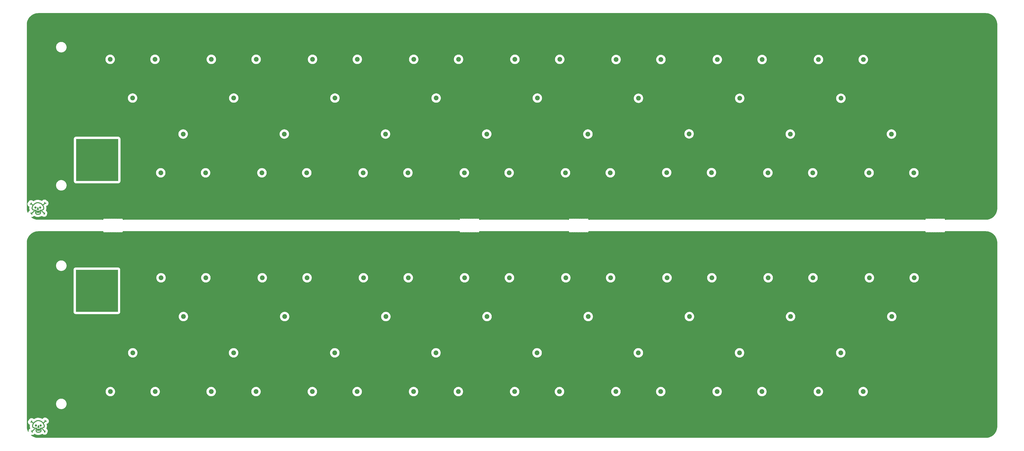
<source format=gtl>
G04 #@! TF.GenerationSoftware,KiCad,Pcbnew,7.0.7*
G04 #@! TF.CreationDate,2024-02-27T11:45:06-06:00*
G04 #@! TF.ProjectId,CapBankBreakout,43617042-616e-46b4-9272-65616b6f7574,rev?*
G04 #@! TF.SameCoordinates,Original*
G04 #@! TF.FileFunction,Copper,L1,Top*
G04 #@! TF.FilePolarity,Positive*
%FSLAX46Y46*%
G04 Gerber Fmt 4.6, Leading zero omitted, Abs format (unit mm)*
G04 Created by KiCad (PCBNEW 7.0.7) date 2024-02-27 11:45:06*
%MOMM*%
%LPD*%
G01*
G04 APERTURE LIST*
G04 #@! TA.AperFunction,EtchedComponent*
%ADD10C,0.381000*%
G04 #@! TD*
G04 #@! TA.AperFunction,ComponentPad*
%ADD11R,18.288000X18.288000*%
G04 #@! TD*
G04 #@! TA.AperFunction,ComponentPad*
%ADD12R,2.082800X2.082800*%
G04 #@! TD*
G04 #@! TA.AperFunction,ComponentPad*
%ADD13C,2.082800*%
G04 #@! TD*
G04 APERTURE END LIST*
D10*
X106883000Y-188034559D02*
X106502000Y-188161559D01*
X106883000Y-188034559D02*
X106883000Y-187653559D01*
X107137000Y-192098559D02*
X106756000Y-192098559D01*
X107137000Y-192098559D02*
X107137000Y-192606559D01*
X107264000Y-189812559D02*
X107391000Y-189304559D01*
X107264000Y-190066559D02*
X107264000Y-189812559D01*
X107264000Y-190066559D02*
X107391000Y-190320559D01*
X107391000Y-188415559D02*
X106883000Y-188034559D01*
X107391000Y-189304559D02*
X107645000Y-188669559D01*
X107391000Y-190320559D02*
X107518000Y-190574559D01*
X107518000Y-190574559D02*
X108026000Y-190701559D01*
X107645000Y-188669559D02*
X108153000Y-188161559D01*
X108026000Y-190701559D02*
X108661000Y-190828559D01*
X108153000Y-188161559D02*
X108788000Y-187780559D01*
X108153000Y-191209559D02*
X107137000Y-192098559D01*
X108661000Y-190828559D02*
X109042000Y-190828559D01*
X108788000Y-187780559D02*
X109423000Y-187526559D01*
X108788000Y-191590559D02*
X108788000Y-190828559D01*
X108788000Y-191971559D02*
X108788000Y-191590559D01*
X108788000Y-191971559D02*
X108915000Y-192225559D01*
X108915000Y-192225559D02*
X109169000Y-192479559D01*
X109169000Y-192479559D02*
X109550000Y-192606559D01*
X109296000Y-191209559D02*
X110439000Y-191209559D01*
X109296000Y-191717559D02*
X109296000Y-191209559D01*
X109423000Y-187526559D02*
X109931000Y-187526559D01*
X109550000Y-190447559D02*
X109804000Y-189685559D01*
X109804000Y-189685559D02*
X110058000Y-190447559D01*
X109931000Y-187526559D02*
X110566000Y-187653559D01*
X109931000Y-191336559D02*
X109931000Y-191590559D01*
X109931000Y-192606559D02*
X109550000Y-192606559D01*
X110058000Y-190447559D02*
X109550000Y-190447559D01*
X110439000Y-191209559D02*
X110439000Y-191717559D01*
X110439000Y-191717559D02*
X109296000Y-191717559D01*
X110439000Y-192479559D02*
X109931000Y-192606559D01*
X110566000Y-187653559D02*
X111201000Y-187907559D01*
X110820000Y-192352559D02*
X110439000Y-192479559D01*
X110947000Y-190828559D02*
X110947000Y-191590559D01*
X110947000Y-191590559D02*
X110947000Y-191971559D01*
X110947000Y-191971559D02*
X110820000Y-192352559D01*
X111074000Y-190828559D02*
X110693000Y-190828559D01*
X111201000Y-187907559D02*
X111709000Y-188415559D01*
X111455000Y-190828559D02*
X111074000Y-190828559D01*
X111582000Y-191209559D02*
X112471000Y-192098559D01*
X111709000Y-188415559D02*
X111963000Y-188796559D01*
X111963000Y-188796559D02*
X112217000Y-189304559D01*
X111963000Y-190574559D02*
X111455000Y-190828559D01*
X112090000Y-188415559D02*
X112725000Y-187907559D01*
X112217000Y-189304559D02*
X112344000Y-189685559D01*
X112217000Y-190447559D02*
X111963000Y-190574559D01*
X112344000Y-189685559D02*
X112344000Y-190066559D01*
X112344000Y-190066559D02*
X112217000Y-190447559D01*
X112471000Y-192098559D02*
X112471000Y-192479559D01*
X112471000Y-192098559D02*
X112725000Y-192098559D01*
X112471000Y-192479559D02*
X112598000Y-192479559D01*
X112725000Y-187907559D02*
X112725000Y-187399559D01*
X112725000Y-187907559D02*
X113233000Y-187780559D01*
X109071981Y-189685559D02*
G75*
G03*
X109071981Y-189685559I-283981J0D01*
G01*
X111103981Y-189685559D02*
G75*
G03*
X111103981Y-189685559I-283981J0D01*
G01*
X107079000Y-282968000D02*
X106698000Y-283095000D01*
X107079000Y-282968000D02*
X107079000Y-282587000D01*
X107333000Y-287032000D02*
X106952000Y-287032000D01*
X107333000Y-287032000D02*
X107333000Y-287540000D01*
X107460000Y-284746000D02*
X107587000Y-284238000D01*
X107460000Y-285000000D02*
X107460000Y-284746000D01*
X107460000Y-285000000D02*
X107587000Y-285254000D01*
X107587000Y-283349000D02*
X107079000Y-282968000D01*
X107587000Y-284238000D02*
X107841000Y-283603000D01*
X107587000Y-285254000D02*
X107714000Y-285508000D01*
X107714000Y-285508000D02*
X108222000Y-285635000D01*
X107841000Y-283603000D02*
X108349000Y-283095000D01*
X108222000Y-285635000D02*
X108857000Y-285762000D01*
X108349000Y-283095000D02*
X108984000Y-282714000D01*
X108349000Y-286143000D02*
X107333000Y-287032000D01*
X108857000Y-285762000D02*
X109238000Y-285762000D01*
X108984000Y-282714000D02*
X109619000Y-282460000D01*
X108984000Y-286524000D02*
X108984000Y-285762000D01*
X108984000Y-286905000D02*
X108984000Y-286524000D01*
X108984000Y-286905000D02*
X109111000Y-287159000D01*
X109111000Y-287159000D02*
X109365000Y-287413000D01*
X109365000Y-287413000D02*
X109746000Y-287540000D01*
X109492000Y-286143000D02*
X110635000Y-286143000D01*
X109492000Y-286651000D02*
X109492000Y-286143000D01*
X109619000Y-282460000D02*
X110127000Y-282460000D01*
X109746000Y-285381000D02*
X110000000Y-284619000D01*
X110000000Y-284619000D02*
X110254000Y-285381000D01*
X110127000Y-282460000D02*
X110762000Y-282587000D01*
X110127000Y-286270000D02*
X110127000Y-286524000D01*
X110127000Y-287540000D02*
X109746000Y-287540000D01*
X110254000Y-285381000D02*
X109746000Y-285381000D01*
X110635000Y-286143000D02*
X110635000Y-286651000D01*
X110635000Y-286651000D02*
X109492000Y-286651000D01*
X110635000Y-287413000D02*
X110127000Y-287540000D01*
X110762000Y-282587000D02*
X111397000Y-282841000D01*
X111016000Y-287286000D02*
X110635000Y-287413000D01*
X111143000Y-285762000D02*
X111143000Y-286524000D01*
X111143000Y-286524000D02*
X111143000Y-286905000D01*
X111143000Y-286905000D02*
X111016000Y-287286000D01*
X111270000Y-285762000D02*
X110889000Y-285762000D01*
X111397000Y-282841000D02*
X111905000Y-283349000D01*
X111651000Y-285762000D02*
X111270000Y-285762000D01*
X111778000Y-286143000D02*
X112667000Y-287032000D01*
X111905000Y-283349000D02*
X112159000Y-283730000D01*
X112159000Y-283730000D02*
X112413000Y-284238000D01*
X112159000Y-285508000D02*
X111651000Y-285762000D01*
X112286000Y-283349000D02*
X112921000Y-282841000D01*
X112413000Y-284238000D02*
X112540000Y-284619000D01*
X112413000Y-285381000D02*
X112159000Y-285508000D01*
X112540000Y-284619000D02*
X112540000Y-285000000D01*
X112540000Y-285000000D02*
X112413000Y-285381000D01*
X112667000Y-287032000D02*
X112667000Y-287413000D01*
X112667000Y-287032000D02*
X112921000Y-287032000D01*
X112667000Y-287413000D02*
X112794000Y-287413000D01*
X112921000Y-282841000D02*
X112921000Y-282333000D01*
X112921000Y-282841000D02*
X113429000Y-282714000D01*
X109267981Y-284619000D02*
G75*
G03*
X109267981Y-284619000I-283981J0D01*
G01*
X111299981Y-284619000D02*
G75*
G03*
X111299981Y-284619000I-283981J0D01*
G01*
D11*
X135585000Y-168965000D03*
D12*
X216994998Y-180175709D03*
D13*
X216994998Y-157675709D03*
X226737784Y-174550709D03*
X207252212Y-174550709D03*
D12*
X414927000Y-275457559D03*
D13*
X414927000Y-252957559D03*
X424669786Y-269832559D03*
X405184214Y-269832559D03*
D12*
X282927000Y-275457559D03*
D13*
X282927000Y-252957559D03*
X292669786Y-269832559D03*
X273184214Y-269832559D03*
D12*
X349130000Y-214649968D03*
D13*
X349130000Y-237149968D03*
X339387214Y-220274968D03*
X358872786Y-220274968D03*
D12*
X282994998Y-119495409D03*
D13*
X282994998Y-141995409D03*
X273252212Y-125120409D03*
X292737784Y-125120409D03*
D12*
X437130000Y-214649968D03*
D13*
X437130000Y-237149968D03*
X427387214Y-220274968D03*
X446872786Y-220274968D03*
D12*
X481130000Y-214649968D03*
D13*
X481130000Y-237149968D03*
X471387214Y-220274968D03*
X490872786Y-220274968D03*
D11*
X496160000Y-264027559D03*
D12*
X326898000Y-275457559D03*
D13*
X326898000Y-252957559D03*
X336640786Y-269832559D03*
X317155214Y-269832559D03*
D12*
X172994998Y-180175709D03*
D13*
X172994998Y-157675709D03*
X182737784Y-174550709D03*
X163252212Y-174550709D03*
D12*
X436994998Y-180175709D03*
D13*
X436994998Y-157675709D03*
X446737784Y-174550709D03*
X427252212Y-174550709D03*
D12*
X458994998Y-119585559D03*
D13*
X458994998Y-142085559D03*
X449252212Y-125210559D03*
X468737784Y-125210559D03*
D12*
X217130000Y-214649968D03*
D13*
X217130000Y-237149968D03*
X207387214Y-220274968D03*
X226872786Y-220274968D03*
D11*
X135480000Y-225927559D03*
D12*
X150994998Y-119495409D03*
D13*
X150994998Y-141995409D03*
X141252212Y-125120409D03*
X160737784Y-125120409D03*
D12*
X326994998Y-119495409D03*
D13*
X326994998Y-141995409D03*
X317252212Y-125120409D03*
X336737784Y-125120409D03*
D12*
X392994998Y-180085559D03*
D13*
X392994998Y-157585559D03*
X402737784Y-174460559D03*
X383252212Y-174460559D03*
D12*
X370994998Y-119585559D03*
D13*
X370994998Y-142085559D03*
X361252212Y-125210559D03*
X380737784Y-125210559D03*
D12*
X238994998Y-119495409D03*
D13*
X238994998Y-141995409D03*
X229252212Y-125120409D03*
X248737784Y-125120409D03*
D12*
X480994998Y-180175709D03*
D13*
X480994998Y-157675709D03*
X490737784Y-174550709D03*
X471252212Y-174550709D03*
D12*
X458927000Y-275457559D03*
D13*
X458927000Y-252957559D03*
X468669786Y-269832559D03*
X449184214Y-269832559D03*
D12*
X304994998Y-180175709D03*
D13*
X304994998Y-157675709D03*
X314737784Y-174550709D03*
X295252212Y-174550709D03*
D12*
X393130000Y-214649968D03*
D13*
X393130000Y-237149968D03*
X383387214Y-220274968D03*
X402872786Y-220274968D03*
D12*
X260994998Y-180175709D03*
D13*
X260994998Y-157675709D03*
X270737784Y-174550709D03*
X251252212Y-174550709D03*
D12*
X370927000Y-275457559D03*
D13*
X370927000Y-252957559D03*
X380669786Y-269832559D03*
X361184214Y-269832559D03*
D12*
X194927000Y-275457559D03*
D13*
X194927000Y-252957559D03*
X204669786Y-269832559D03*
X185184214Y-269832559D03*
D12*
X194994998Y-119495409D03*
D13*
X194994998Y-141995409D03*
X185252212Y-125120409D03*
X204737784Y-125120409D03*
D12*
X238927000Y-275457559D03*
D13*
X238927000Y-252957559D03*
X248669786Y-269832559D03*
X229184214Y-269832559D03*
D12*
X348994998Y-180175709D03*
D13*
X348994998Y-157675709D03*
X358737784Y-174550709D03*
X339252212Y-174550709D03*
D11*
X496265000Y-130865000D03*
D12*
X261130000Y-214649968D03*
D13*
X261130000Y-237149968D03*
X251387214Y-220274968D03*
X270872786Y-220274968D03*
D12*
X151079000Y-275457559D03*
D13*
X151079000Y-252957559D03*
X160821786Y-269832559D03*
X141336214Y-269832559D03*
D12*
X305130000Y-214649968D03*
D13*
X305130000Y-237149968D03*
X295387214Y-220274968D03*
X314872786Y-220274968D03*
D12*
X414994998Y-119585559D03*
D13*
X414994998Y-142085559D03*
X405252212Y-125210559D03*
X424737784Y-125210559D03*
D12*
X173130000Y-214649968D03*
D13*
X173130000Y-237149968D03*
X163387214Y-220274968D03*
X182872786Y-220274968D03*
G04 #@! TA.AperFunction,Conductor*
G36*
X504404160Y-199928473D02*
G01*
X504548449Y-199964037D01*
X504573403Y-199967067D01*
X504589986Y-199974203D01*
X504675748Y-199979599D01*
X504679300Y-199979925D01*
X504811912Y-199996027D01*
X504848746Y-200000500D01*
X522000000Y-200000500D01*
X522217318Y-200009488D01*
X522415934Y-200018160D01*
X522420865Y-200018574D01*
X522636792Y-200045489D01*
X522832940Y-200071313D01*
X522837265Y-200071883D01*
X522841894Y-200072671D01*
X523054183Y-200117183D01*
X523252534Y-200161157D01*
X523256778Y-200162257D01*
X523464544Y-200224112D01*
X523658658Y-200285317D01*
X523662530Y-200286680D01*
X523864457Y-200365472D01*
X524052817Y-200443494D01*
X524056252Y-200445045D01*
X524131343Y-200481755D01*
X524250992Y-200540249D01*
X524388629Y-200611897D01*
X524432009Y-200634479D01*
X524435107Y-200636207D01*
X524621382Y-200747202D01*
X524793662Y-200856957D01*
X524796377Y-200858789D01*
X524972918Y-200984837D01*
X525135098Y-201109282D01*
X525137426Y-201111159D01*
X525303055Y-201251439D01*
X525454895Y-201390574D01*
X525609424Y-201545103D01*
X525748555Y-201696938D01*
X525763008Y-201714003D01*
X525888839Y-201862572D01*
X525890716Y-201864900D01*
X526015162Y-202027081D01*
X526141209Y-202203621D01*
X526143040Y-202206335D01*
X526252797Y-202378617D01*
X526363791Y-202564891D01*
X526365525Y-202568000D01*
X526459750Y-202749007D01*
X526525992Y-202884503D01*
X526554953Y-202943744D01*
X526556524Y-202947229D01*
X526634536Y-203135566D01*
X526713309Y-203337445D01*
X526714681Y-203341340D01*
X526775899Y-203535496D01*
X526837735Y-203743200D01*
X526838843Y-203747472D01*
X526882818Y-203945826D01*
X526927326Y-204158101D01*
X526928115Y-204162733D01*
X526954524Y-204363319D01*
X526981422Y-204579114D01*
X526981839Y-204584080D01*
X526990513Y-204782728D01*
X526999500Y-205000000D01*
X526999500Y-285000000D01*
X526990513Y-285217382D01*
X526981848Y-285415915D01*
X526981431Y-285420882D01*
X526954537Y-285636675D01*
X526928130Y-285837277D01*
X526927340Y-285841909D01*
X526882828Y-286054217D01*
X526838867Y-286252523D01*
X526837759Y-286256796D01*
X526775922Y-286464513D01*
X526714708Y-286658666D01*
X526713336Y-286662561D01*
X526634568Y-286864434D01*
X526556555Y-287052778D01*
X526554974Y-287056282D01*
X526459783Y-287251005D01*
X526365544Y-287432039D01*
X526363810Y-287435148D01*
X526252826Y-287621406D01*
X526143083Y-287793670D01*
X526141252Y-287796384D01*
X526015195Y-287972942D01*
X525890741Y-288135132D01*
X525888865Y-288137459D01*
X525748595Y-288303078D01*
X525609444Y-288454936D01*
X525454936Y-288609444D01*
X525303078Y-288748595D01*
X525137459Y-288888865D01*
X525135132Y-288890741D01*
X524972942Y-289015195D01*
X524796384Y-289141252D01*
X524793670Y-289143083D01*
X524621406Y-289252826D01*
X524435148Y-289363810D01*
X524432039Y-289365544D01*
X524251005Y-289459783D01*
X524056282Y-289554974D01*
X524052778Y-289556555D01*
X523864434Y-289634568D01*
X523662561Y-289713336D01*
X523658666Y-289714708D01*
X523464513Y-289775922D01*
X523256796Y-289837759D01*
X523252523Y-289838867D01*
X523054217Y-289882828D01*
X522841909Y-289927340D01*
X522837277Y-289928130D01*
X522636675Y-289954537D01*
X522420882Y-289981431D01*
X522415915Y-289981848D01*
X522217382Y-289990513D01*
X522000000Y-289999500D01*
X110000000Y-289999500D01*
X109782728Y-289990513D01*
X109584080Y-289981839D01*
X109579114Y-289981422D01*
X109363319Y-289954524D01*
X109162733Y-289928115D01*
X109158101Y-289927326D01*
X108945826Y-289882818D01*
X108747472Y-289838843D01*
X108743200Y-289837735D01*
X108535496Y-289775899D01*
X108341340Y-289714681D01*
X108337445Y-289713309D01*
X108135566Y-289634536D01*
X107947229Y-289556524D01*
X107943744Y-289554953D01*
X107884503Y-289525992D01*
X107749007Y-289459750D01*
X107568000Y-289365525D01*
X107564891Y-289363791D01*
X107378617Y-289252797D01*
X107206335Y-289143040D01*
X107203621Y-289141209D01*
X107027081Y-289015162D01*
X106880141Y-288902411D01*
X106838938Y-288845983D01*
X106834783Y-288776237D01*
X106868995Y-288715317D01*
X106930713Y-288682564D01*
X107000340Y-288688377D01*
X107000422Y-288688409D01*
X107005665Y-288690440D01*
X107005666Y-288690440D01*
X107005671Y-288690442D01*
X107222638Y-288731000D01*
X107222640Y-288731000D01*
X107443360Y-288731000D01*
X107443362Y-288731000D01*
X107660329Y-288690442D01*
X107866149Y-288610707D01*
X108053812Y-288494510D01*
X108216930Y-288345809D01*
X108301624Y-288233655D01*
X108357731Y-288192020D01*
X108427443Y-288187328D01*
X108488111Y-288220555D01*
X108523158Y-288255487D01*
X108535476Y-288267805D01*
X108561760Y-288294090D01*
X108563250Y-288295448D01*
X108602392Y-288334461D01*
X108644861Y-288363450D01*
X108649493Y-288366942D01*
X108672561Y-288386098D01*
X108685233Y-288396621D01*
X108689039Y-288399781D01*
X108724384Y-288419468D01*
X108735745Y-288425796D01*
X108740521Y-288428747D01*
X108784695Y-288458900D01*
X108831755Y-288479586D01*
X108836962Y-288482173D01*
X108881869Y-288507187D01*
X108933003Y-288524325D01*
X108935568Y-288525250D01*
X108936120Y-288525462D01*
X108936139Y-288525471D01*
X108961997Y-288534090D01*
X108987857Y-288542711D01*
X109091913Y-288577586D01*
X109095748Y-288578674D01*
X109285876Y-288642049D01*
X109293918Y-288645372D01*
X109313918Y-288655332D01*
X109394536Y-288678269D01*
X109421606Y-288687293D01*
X109435088Y-288690440D01*
X109446045Y-288692998D01*
X109448912Y-288693740D01*
X109526217Y-288715736D01*
X109550531Y-288717989D01*
X109558909Y-288719347D01*
X109582704Y-288724903D01*
X109663016Y-288728482D01*
X109665946Y-288728682D01*
X109690941Y-288731000D01*
X109719471Y-288731000D01*
X109722763Y-288731146D01*
X109803210Y-288734733D01*
X109825331Y-288731609D01*
X109834010Y-288731000D01*
X110107820Y-288731000D01*
X110198937Y-288733937D01*
X110270779Y-288722888D01*
X110274411Y-288722441D01*
X110346783Y-288715736D01*
X110434475Y-288690785D01*
X110914846Y-288570693D01*
X110959394Y-288560293D01*
X110965976Y-288558098D01*
X110970550Y-288556767D01*
X110972455Y-288556290D01*
X110977275Y-288555086D01*
X111020417Y-288539952D01*
X111339648Y-288433541D01*
X111344944Y-288432033D01*
X111397980Y-288419468D01*
X111496910Y-288375591D01*
X111596305Y-288331900D01*
X111596325Y-288331885D01*
X111597568Y-288331197D01*
X111597604Y-288331179D01*
X111597964Y-288330978D01*
X111598583Y-288330634D01*
X111598621Y-288330611D01*
X111599737Y-288329986D01*
X111599750Y-288329981D01*
X111662793Y-288286642D01*
X111688896Y-288268698D01*
X111689610Y-288268209D01*
X111690203Y-288267804D01*
X111756657Y-288246227D01*
X111824227Y-288264002D01*
X111851810Y-288286639D01*
X111861191Y-288296930D01*
X111903031Y-288328526D01*
X111907437Y-288332185D01*
X111922383Y-288345809D01*
X111946188Y-288367510D01*
X111990764Y-288395110D01*
X111995483Y-288398343D01*
X111997389Y-288399782D01*
X112037333Y-288429946D01*
X112084285Y-288453325D01*
X112089257Y-288456096D01*
X112112457Y-288470460D01*
X112133845Y-288483704D01*
X112133849Y-288483705D01*
X112133851Y-288483707D01*
X112133854Y-288483708D01*
X112182754Y-288502653D01*
X112187983Y-288504961D01*
X112207507Y-288514683D01*
X112234904Y-288528326D01*
X112234912Y-288528329D01*
X112234918Y-288528332D01*
X112285348Y-288542680D01*
X112290770Y-288544498D01*
X112339671Y-288563442D01*
X112391228Y-288573079D01*
X112396778Y-288574385D01*
X112447217Y-288588736D01*
X112499442Y-288593574D01*
X112505066Y-288594358D01*
X112556638Y-288604000D01*
X112556639Y-288604000D01*
X112849056Y-288604000D01*
X112849059Y-288604000D01*
X113013783Y-288588736D01*
X113226082Y-288528332D01*
X113423667Y-288429946D01*
X113599809Y-288296930D01*
X113601816Y-288294729D01*
X113637589Y-288255487D01*
X113748510Y-288133812D01*
X113864707Y-287946149D01*
X113944442Y-287740329D01*
X113966651Y-287621517D01*
X113983112Y-287579028D01*
X113991707Y-287565149D01*
X114071442Y-287359329D01*
X114112000Y-287142362D01*
X114112000Y-286921638D01*
X114071442Y-286704671D01*
X113991707Y-286498851D01*
X113875510Y-286311188D01*
X113825928Y-286256799D01*
X113726811Y-286148071D01*
X113546092Y-286011599D01*
X113547191Y-286010143D01*
X113506112Y-285964313D01*
X113495008Y-285895331D01*
X113506932Y-285855828D01*
X113529043Y-285811242D01*
X113551197Y-285732884D01*
X113552016Y-285730223D01*
X113642052Y-285460112D01*
X113645364Y-285452096D01*
X113655332Y-285432082D01*
X113658519Y-285420883D01*
X113678269Y-285351464D01*
X113685682Y-285329225D01*
X113687293Y-285324394D01*
X113693004Y-285299926D01*
X113693732Y-285297112D01*
X113715736Y-285219783D01*
X113717988Y-285195469D01*
X113719349Y-285187084D01*
X113724903Y-285163296D01*
X113728482Y-285082977D01*
X113728684Y-285080037D01*
X113730814Y-285057062D01*
X113731000Y-285055059D01*
X113731000Y-285026528D01*
X113734733Y-284942790D01*
X113731608Y-284920660D01*
X113731000Y-284911984D01*
X113731000Y-284707009D01*
X113731610Y-284698330D01*
X113734733Y-284676210D01*
X113731000Y-284592471D01*
X113731000Y-284563941D01*
X113728682Y-284538946D01*
X113728481Y-284535997D01*
X113728045Y-284526219D01*
X113724903Y-284455704D01*
X113719347Y-284431909D01*
X113717989Y-284423531D01*
X113715736Y-284399218D01*
X113701373Y-284348740D01*
X113693740Y-284321912D01*
X113692998Y-284319045D01*
X113687297Y-284294625D01*
X113687293Y-284294606D01*
X113678269Y-284267536D01*
X113655332Y-284186918D01*
X113645372Y-284166918D01*
X113642049Y-284158877D01*
X113615979Y-284080665D01*
X113601166Y-284036229D01*
X113598642Y-283966407D01*
X113634267Y-283906302D01*
X113688728Y-283876722D01*
X113771275Y-283856086D01*
X113927378Y-283801326D01*
X114118688Y-283691236D01*
X114286512Y-283547866D01*
X114425134Y-283376101D01*
X114529833Y-283181788D01*
X114597046Y-282971546D01*
X114624481Y-282752533D01*
X114611206Y-282532207D01*
X114557673Y-282318073D01*
X114465703Y-282117421D01*
X114338430Y-281937085D01*
X114180188Y-281783207D01*
X114180185Y-281783205D01*
X114180183Y-281783203D01*
X113996373Y-281661029D01*
X113996366Y-281661025D01*
X113893785Y-281617434D01*
X113843328Y-281578038D01*
X113804928Y-281527189D01*
X113641813Y-281378491D01*
X113641812Y-281378490D01*
X113454149Y-281262293D01*
X113454148Y-281262292D01*
X113303653Y-281203990D01*
X113248329Y-281182558D01*
X113031362Y-281142000D01*
X112810638Y-281142000D01*
X112593671Y-281182558D01*
X112593668Y-281182558D01*
X112593668Y-281182559D01*
X112387851Y-281262292D01*
X112387850Y-281262293D01*
X112200186Y-281378491D01*
X112037071Y-281527189D01*
X111927638Y-281672102D01*
X111871529Y-281713738D01*
X111801817Y-281718429D01*
X111782631Y-281712506D01*
X111259093Y-281503090D01*
X111253785Y-281500671D01*
X111208095Y-281477199D01*
X111155151Y-281461410D01*
X111153210Y-281460737D01*
X111132194Y-281454509D01*
X111101506Y-281445414D01*
X111049564Y-281429926D01*
X111049563Y-281429925D01*
X111049557Y-281429924D01*
X111047562Y-281429427D01*
X111012789Y-281419123D01*
X110994595Y-281413731D01*
X110943497Y-281408432D01*
X110937731Y-281407558D01*
X110409619Y-281301936D01*
X110404811Y-281300773D01*
X110350396Y-281285292D01*
X110346783Y-281284264D01*
X110346780Y-281284263D01*
X110346777Y-281284263D01*
X110244386Y-281274775D01*
X110142067Y-281263992D01*
X110109430Y-281266602D01*
X110081911Y-281268803D01*
X110076986Y-281269000D01*
X109670075Y-281269000D01*
X109665033Y-281268794D01*
X109644243Y-281267096D01*
X109605961Y-281263969D01*
X109605949Y-281263969D01*
X109502626Y-281274681D01*
X109399212Y-281284264D01*
X109393581Y-281285317D01*
X109393520Y-281284992D01*
X109391962Y-281285292D01*
X109392027Y-281285616D01*
X109386407Y-281286730D01*
X109286831Y-281316240D01*
X109186920Y-281344667D01*
X109186916Y-281344668D01*
X109133845Y-281371093D01*
X109129235Y-281373159D01*
X108948598Y-281445414D01*
X108609973Y-281580863D01*
X108603079Y-281583162D01*
X108567548Y-281592737D01*
X108567546Y-281592738D01*
X108506209Y-281622217D01*
X108502387Y-281623897D01*
X108490553Y-281628632D01*
X108454748Y-281646951D01*
X108418461Y-281664390D01*
X108418441Y-281664401D01*
X108407494Y-281670969D01*
X108403840Y-281672996D01*
X108343281Y-281703979D01*
X108314162Y-281726471D01*
X108308157Y-281730571D01*
X108139849Y-281831555D01*
X108072236Y-281849167D01*
X108005834Y-281827429D01*
X107977099Y-281799954D01*
X107962930Y-281781191D01*
X107877523Y-281703333D01*
X107799813Y-281632491D01*
X107799812Y-281632490D01*
X107612149Y-281516293D01*
X107612148Y-281516292D01*
X107461653Y-281457990D01*
X107406329Y-281436558D01*
X107189362Y-281396000D01*
X106968638Y-281396000D01*
X106751671Y-281436558D01*
X106751668Y-281436558D01*
X106751668Y-281436559D01*
X106545851Y-281516292D01*
X106545850Y-281516293D01*
X106358186Y-281632491D01*
X106195071Y-281781188D01*
X106062055Y-281957330D01*
X106062053Y-281957334D01*
X105978582Y-282124963D01*
X105939625Y-282169663D01*
X105939808Y-282169884D01*
X105938463Y-282170997D01*
X105937508Y-282172093D01*
X105935398Y-282173533D01*
X105935390Y-282173539D01*
X105779059Y-282329358D01*
X105654018Y-282511250D01*
X105564530Y-282713025D01*
X105513641Y-282927797D01*
X105503084Y-283148272D01*
X105533219Y-283366932D01*
X105533220Y-283366933D01*
X105593531Y-283547864D01*
X105603018Y-283576326D01*
X105710105Y-283769333D01*
X105850835Y-283939377D01*
X106020413Y-284080665D01*
X106210435Y-284186918D01*
X106213068Y-284188390D01*
X106250960Y-284201159D01*
X106308204Y-284241221D01*
X106334700Y-284305872D01*
X106331660Y-284348740D01*
X106309214Y-284438524D01*
X106284263Y-284526219D01*
X106277559Y-284598564D01*
X106277103Y-284602267D01*
X106266063Y-284674054D01*
X106266063Y-284674057D01*
X106269000Y-284765179D01*
X106269000Y-284886806D01*
X106268819Y-284890789D01*
X106269000Y-285000541D01*
X106269000Y-285055067D01*
X106269092Y-285057062D01*
X106269184Y-285112326D01*
X106269184Y-285112332D01*
X106278710Y-285162828D01*
X106279521Y-285168603D01*
X106284263Y-285219781D01*
X106298894Y-285271204D01*
X106300187Y-285276680D01*
X106310100Y-285329224D01*
X106328740Y-285377106D01*
X106330598Y-285382634D01*
X106344666Y-285432076D01*
X106344668Y-285432082D01*
X106369302Y-285481555D01*
X106370108Y-285483370D01*
X106370114Y-285483385D01*
X106394388Y-285531934D01*
X106437771Y-285619058D01*
X106443415Y-285630391D01*
X106445353Y-285633863D01*
X106446759Y-285636675D01*
X106517886Y-285778929D01*
X106530261Y-285847694D01*
X106503493Y-285912233D01*
X106462249Y-285945383D01*
X106322332Y-286015054D01*
X106146188Y-286148071D01*
X105997491Y-286311186D01*
X105881293Y-286498850D01*
X105881292Y-286498851D01*
X105801559Y-286704668D01*
X105761000Y-286921639D01*
X105761000Y-287142361D01*
X105760999Y-287142361D01*
X105762737Y-287151654D01*
X105755705Y-287221169D01*
X105712207Y-287275847D01*
X105646053Y-287298329D01*
X105578247Y-287281476D01*
X105530315Y-287230639D01*
X105529448Y-287228899D01*
X105484835Y-287137645D01*
X105445045Y-287056252D01*
X105443494Y-287052817D01*
X105365472Y-286864457D01*
X105286680Y-286662530D01*
X105285317Y-286658658D01*
X105234930Y-286498850D01*
X105224103Y-286464513D01*
X105162257Y-286256778D01*
X105161155Y-286252526D01*
X105161154Y-286252523D01*
X105117175Y-286054145D01*
X105111495Y-286027057D01*
X105072671Y-285841894D01*
X105071883Y-285837265D01*
X105064203Y-285778929D01*
X105045489Y-285636791D01*
X105018574Y-285420865D01*
X105018160Y-285415934D01*
X105009488Y-285217318D01*
X105000500Y-285000000D01*
X105000500Y-284999500D01*
X105000500Y-275190000D01*
X117708594Y-275190000D01*
X117728146Y-275488318D01*
X117728197Y-275489087D01*
X117728198Y-275489099D01*
X117786670Y-275783052D01*
X117786675Y-275783072D01*
X117883013Y-276066875D01*
X117883017Y-276066885D01*
X118015584Y-276335704D01*
X118094652Y-276454037D01*
X118182104Y-276584919D01*
X118182106Y-276584921D01*
X118379730Y-276810269D01*
X118540391Y-276951164D01*
X118605080Y-277007895D01*
X118740073Y-277098094D01*
X118854295Y-277174415D01*
X119123112Y-277306981D01*
X119123115Y-277306982D01*
X119123117Y-277306983D01*
X119172795Y-277323846D01*
X119178943Y-277326308D01*
X119212337Y-277341798D01*
X119235081Y-277344989D01*
X119282909Y-277361225D01*
X119406939Y-277403328D01*
X119462245Y-277414329D01*
X119468517Y-277415920D01*
X119469466Y-277416215D01*
X119469472Y-277416216D01*
X119470993Y-277416688D01*
X119470995Y-277416689D01*
X119503312Y-277426713D01*
X119525412Y-277426893D01*
X119700911Y-277461803D01*
X119761277Y-277465759D01*
X119767505Y-277466487D01*
X119770925Y-277467064D01*
X119770932Y-277467064D01*
X119772672Y-277467358D01*
X119772679Y-277467359D01*
X119803042Y-277472480D01*
X119824056Y-277469874D01*
X119899628Y-277474827D01*
X119999993Y-277481406D01*
X120000000Y-277481406D01*
X120000004Y-277481406D01*
X120009419Y-277480788D01*
X120064484Y-277477179D01*
X120070564Y-277477082D01*
X120076472Y-277477280D01*
X120076478Y-277477279D01*
X120078016Y-277477331D01*
X120078045Y-277477331D01*
X120106130Y-277478269D01*
X120125704Y-277473167D01*
X120299089Y-277461803D01*
X120366539Y-277448386D01*
X120372418Y-277447507D01*
X120380654Y-277446679D01*
X120380655Y-277446678D01*
X120407258Y-277444002D01*
X120425114Y-277436734D01*
X120593060Y-277403328D01*
X120662195Y-277379859D01*
X120667728Y-277378265D01*
X120678044Y-277375807D01*
X120678050Y-277375804D01*
X120682068Y-277374847D01*
X120682080Y-277374843D01*
X120701187Y-277370289D01*
X120717080Y-277361228D01*
X120876883Y-277306983D01*
X120946205Y-277272797D01*
X120951304Y-277270563D01*
X120963334Y-277265930D01*
X120963337Y-277265927D01*
X120982743Y-277258454D01*
X120996521Y-277247984D01*
X121145703Y-277174416D01*
X121213600Y-277129048D01*
X121218184Y-277126268D01*
X121231433Y-277119008D01*
X121231440Y-277119002D01*
X121232465Y-277118441D01*
X121232516Y-277118411D01*
X121245313Y-277111398D01*
X121253983Y-277102392D01*
X121257641Y-277099697D01*
X121259927Y-277098094D01*
X121394920Y-277007895D01*
X121459634Y-276951142D01*
X121463684Y-276947883D01*
X121477557Y-276937662D01*
X121477559Y-276937659D01*
X121478129Y-276937240D01*
X121478150Y-276937223D01*
X121488266Y-276929769D01*
X121494522Y-276921254D01*
X121501326Y-276914674D01*
X121503472Y-276912697D01*
X121620269Y-276810269D01*
X121679965Y-276742197D01*
X121683463Y-276738525D01*
X121697314Y-276725130D01*
X121697316Y-276725126D01*
X121698312Y-276724164D01*
X121698359Y-276724115D01*
X121705037Y-276717656D01*
X121709141Y-276710152D01*
X121717872Y-276699096D01*
X121719890Y-276696672D01*
X121817895Y-276584920D01*
X121870741Y-276505829D01*
X121873631Y-276501856D01*
X121886782Y-276485203D01*
X121886785Y-276485197D01*
X121887028Y-276484890D01*
X121887060Y-276484846D01*
X121891848Y-276478783D01*
X121894202Y-276472674D01*
X121903586Y-276456830D01*
X121905313Y-276454088D01*
X121984416Y-276335703D01*
X122028555Y-276246197D01*
X122030798Y-276242056D01*
X122042581Y-276222163D01*
X122042582Y-276222159D01*
X122045382Y-276217433D01*
X122046408Y-276213135D01*
X122055234Y-276192322D01*
X122056687Y-276189151D01*
X122116983Y-276066883D01*
X122150604Y-275967838D01*
X122152205Y-275963636D01*
X122161930Y-275940704D01*
X122161931Y-275940697D01*
X122163029Y-275938110D01*
X122163260Y-275935849D01*
X122163561Y-275934747D01*
X122170296Y-275910160D01*
X122171352Y-275906715D01*
X122213328Y-275783060D01*
X122234684Y-275675695D01*
X122235686Y-275671448D01*
X122242699Y-275645849D01*
X122242700Y-275645841D01*
X122242719Y-275645772D01*
X122242718Y-275645710D01*
X122246779Y-275615510D01*
X122247414Y-275611697D01*
X122271803Y-275489089D01*
X122279292Y-275374831D01*
X122279711Y-275370635D01*
X122283447Y-275342859D01*
X122284126Y-275302163D01*
X122284247Y-275299217D01*
X122291406Y-275190000D01*
X122284247Y-275080786D01*
X122284126Y-275077818D01*
X122283447Y-275037141D01*
X122279710Y-275009356D01*
X122279291Y-275005154D01*
X122277650Y-274980126D01*
X122271803Y-274890911D01*
X122247413Y-274768296D01*
X122246779Y-274764489D01*
X122242718Y-274734284D01*
X122242724Y-274734244D01*
X122242699Y-274734151D01*
X122235683Y-274708538D01*
X122234688Y-274704325D01*
X122213328Y-274596940D01*
X122171356Y-274473296D01*
X122170293Y-274469828D01*
X122163261Y-274444155D01*
X122163291Y-274442503D01*
X122152217Y-274416388D01*
X122150594Y-274412133D01*
X122116983Y-274313117D01*
X122056691Y-274190857D01*
X122055237Y-274187684D01*
X122046408Y-274166864D01*
X122046039Y-274163674D01*
X122030802Y-274137949D01*
X122028546Y-274133784D01*
X121984416Y-274044297D01*
X121905335Y-273925944D01*
X121903552Y-273923111D01*
X121894196Y-273907315D01*
X121893019Y-273902697D01*
X121887117Y-273895224D01*
X121887098Y-273895198D01*
X121886783Y-273894800D01*
X121886782Y-273894797D01*
X121873630Y-273878142D01*
X121870736Y-273874162D01*
X121817894Y-273795078D01*
X121776788Y-273748207D01*
X121719884Y-273683320D01*
X121717858Y-273680885D01*
X121709137Y-273669839D01*
X121706807Y-273664052D01*
X121699042Y-273656542D01*
X121699027Y-273656527D01*
X121683474Y-273641485D01*
X121679960Y-273637795D01*
X121620269Y-273569731D01*
X121620260Y-273569723D01*
X121503537Y-273467360D01*
X121501312Y-273465310D01*
X121498009Y-273462116D01*
X121498003Y-273462112D01*
X121494510Y-273458734D01*
X121490695Y-273452018D01*
X121463710Y-273432135D01*
X121459606Y-273428833D01*
X121400263Y-273376791D01*
X121394920Y-273372105D01*
X121394194Y-273371620D01*
X121259942Y-273281915D01*
X121257622Y-273280287D01*
X121254011Y-273277627D01*
X121248448Y-273270316D01*
X121232948Y-273261822D01*
X121232941Y-273261818D01*
X121218206Y-273253742D01*
X121213558Y-273250923D01*
X121145707Y-273205586D01*
X120996524Y-273132017D01*
X120986868Y-273123134D01*
X120963335Y-273114070D01*
X120963334Y-273114070D01*
X120951319Y-273109442D01*
X120946186Y-273107193D01*
X120876885Y-273073017D01*
X120876875Y-273073013D01*
X120717081Y-273018771D01*
X120705732Y-273010791D01*
X120678352Y-273004266D01*
X120667738Y-273001736D01*
X120662183Y-273000135D01*
X120608519Y-272981919D01*
X120593060Y-272976672D01*
X120593056Y-272976671D01*
X120593052Y-272976670D01*
X120425113Y-272943264D01*
X120412162Y-272936489D01*
X120372433Y-272932493D01*
X120366541Y-272931613D01*
X120299080Y-272918195D01*
X120125704Y-272906832D01*
X120111297Y-272901556D01*
X120077958Y-272902670D01*
X120070596Y-272902916D01*
X120064464Y-272902818D01*
X120000001Y-272898594D01*
X120000000Y-272898594D01*
X119824044Y-272910126D01*
X119808370Y-272906618D01*
X119767512Y-272913510D01*
X119761253Y-272914241D01*
X119700927Y-272918195D01*
X119700911Y-272918197D01*
X119525398Y-272953108D01*
X119508701Y-272951613D01*
X119468522Y-272964077D01*
X119462246Y-272965670D01*
X119406942Y-272976671D01*
X119406927Y-272976675D01*
X119234981Y-273035043D01*
X119217581Y-273035768D01*
X119178937Y-273053693D01*
X119172775Y-273056160D01*
X119123111Y-273073019D01*
X118854295Y-273205584D01*
X118605078Y-273372106D01*
X118379730Y-273569730D01*
X118182106Y-273795078D01*
X118015584Y-274044295D01*
X117883017Y-274313114D01*
X117883013Y-274313124D01*
X117786675Y-274596927D01*
X117786670Y-274596947D01*
X117728198Y-274890900D01*
X117728197Y-274890909D01*
X117728197Y-274890911D01*
X117708594Y-275190000D01*
X105000500Y-275190000D01*
X105000500Y-269832559D01*
X139289543Y-269832559D01*
X139308605Y-270111241D01*
X139365439Y-270384746D01*
X139365440Y-270384749D01*
X139458980Y-270647946D01*
X139458981Y-270647948D01*
X139458982Y-270647951D01*
X139458984Y-270647955D01*
X139529354Y-270783762D01*
X139587499Y-270895977D01*
X139587503Y-270895983D01*
X139748585Y-271124185D01*
X139748588Y-271124188D01*
X139939252Y-271328340D01*
X140155939Y-271504628D01*
X140155941Y-271504629D01*
X140155942Y-271504630D01*
X140394613Y-271649769D01*
X140394618Y-271649771D01*
X140650821Y-271761055D01*
X140650826Y-271761057D01*
X140919806Y-271836422D01*
X141163102Y-271869862D01*
X141196543Y-271874459D01*
X141196544Y-271874459D01*
X141475885Y-271874459D01*
X141505720Y-271870358D01*
X141752622Y-271836422D01*
X142021602Y-271761057D01*
X142277816Y-271649768D01*
X142516489Y-271504628D01*
X142733176Y-271328340D01*
X142923840Y-271124188D01*
X143084929Y-270895976D01*
X143213444Y-270647955D01*
X143306989Y-270384744D01*
X143363822Y-270111247D01*
X143382885Y-269832559D01*
X143382885Y-269832558D01*
X158775115Y-269832558D01*
X158794177Y-270111241D01*
X158851011Y-270384746D01*
X158851012Y-270384749D01*
X158944552Y-270647946D01*
X158944553Y-270647948D01*
X158944554Y-270647951D01*
X158944556Y-270647955D01*
X159014926Y-270783762D01*
X159073071Y-270895977D01*
X159073075Y-270895983D01*
X159234157Y-271124185D01*
X159234160Y-271124188D01*
X159424824Y-271328340D01*
X159641511Y-271504628D01*
X159641513Y-271504629D01*
X159641514Y-271504630D01*
X159880185Y-271649769D01*
X159880190Y-271649771D01*
X160136393Y-271761055D01*
X160136398Y-271761057D01*
X160405378Y-271836422D01*
X160648674Y-271869862D01*
X160682115Y-271874459D01*
X160682116Y-271874459D01*
X160961457Y-271874459D01*
X160991292Y-271870358D01*
X161238194Y-271836422D01*
X161507174Y-271761057D01*
X161763388Y-271649768D01*
X162002061Y-271504628D01*
X162218748Y-271328340D01*
X162409412Y-271124188D01*
X162570501Y-270895976D01*
X162699016Y-270647955D01*
X162792561Y-270384744D01*
X162849394Y-270111247D01*
X162868457Y-269832559D01*
X162868457Y-269832558D01*
X183137543Y-269832558D01*
X183156605Y-270111241D01*
X183213439Y-270384746D01*
X183213440Y-270384749D01*
X183306980Y-270647946D01*
X183306981Y-270647948D01*
X183306982Y-270647951D01*
X183306984Y-270647955D01*
X183377354Y-270783762D01*
X183435499Y-270895977D01*
X183435503Y-270895983D01*
X183596585Y-271124185D01*
X183596588Y-271124188D01*
X183787252Y-271328340D01*
X184003939Y-271504628D01*
X184003941Y-271504629D01*
X184003942Y-271504630D01*
X184242613Y-271649769D01*
X184242618Y-271649771D01*
X184498821Y-271761055D01*
X184498826Y-271761057D01*
X184767806Y-271836422D01*
X185011102Y-271869862D01*
X185044543Y-271874459D01*
X185044544Y-271874459D01*
X185323885Y-271874459D01*
X185353720Y-271870358D01*
X185600622Y-271836422D01*
X185869602Y-271761057D01*
X186125816Y-271649768D01*
X186364489Y-271504628D01*
X186581176Y-271328340D01*
X186771840Y-271124188D01*
X186932929Y-270895976D01*
X187061444Y-270647955D01*
X187154989Y-270384744D01*
X187211822Y-270111247D01*
X187230885Y-269832559D01*
X202623115Y-269832559D01*
X202642177Y-270111241D01*
X202699011Y-270384746D01*
X202699012Y-270384749D01*
X202792552Y-270647946D01*
X202792553Y-270647948D01*
X202792554Y-270647951D01*
X202792556Y-270647955D01*
X202862926Y-270783762D01*
X202921071Y-270895977D01*
X202921075Y-270895983D01*
X203082157Y-271124185D01*
X203082160Y-271124188D01*
X203272824Y-271328340D01*
X203489511Y-271504628D01*
X203489513Y-271504629D01*
X203489514Y-271504630D01*
X203728185Y-271649769D01*
X203728190Y-271649771D01*
X203984393Y-271761055D01*
X203984398Y-271761057D01*
X204253378Y-271836422D01*
X204496674Y-271869862D01*
X204530115Y-271874459D01*
X204530116Y-271874459D01*
X204809457Y-271874459D01*
X204839292Y-271870358D01*
X205086194Y-271836422D01*
X205355174Y-271761057D01*
X205611388Y-271649768D01*
X205850061Y-271504628D01*
X206066748Y-271328340D01*
X206257412Y-271124188D01*
X206418501Y-270895976D01*
X206547016Y-270647955D01*
X206640561Y-270384744D01*
X206697394Y-270111247D01*
X206716457Y-269832559D01*
X206716457Y-269832558D01*
X227137543Y-269832558D01*
X227156605Y-270111241D01*
X227213439Y-270384746D01*
X227213440Y-270384749D01*
X227306980Y-270647946D01*
X227306981Y-270647948D01*
X227306982Y-270647951D01*
X227306984Y-270647955D01*
X227377354Y-270783762D01*
X227435499Y-270895977D01*
X227435503Y-270895983D01*
X227596585Y-271124185D01*
X227596588Y-271124188D01*
X227787252Y-271328340D01*
X228003939Y-271504628D01*
X228003941Y-271504629D01*
X228003942Y-271504630D01*
X228242613Y-271649769D01*
X228242618Y-271649771D01*
X228498821Y-271761055D01*
X228498826Y-271761057D01*
X228767806Y-271836422D01*
X229011102Y-271869862D01*
X229044543Y-271874459D01*
X229044544Y-271874459D01*
X229323885Y-271874459D01*
X229353720Y-271870358D01*
X229600622Y-271836422D01*
X229869602Y-271761057D01*
X230125816Y-271649768D01*
X230364489Y-271504628D01*
X230581176Y-271328340D01*
X230771840Y-271124188D01*
X230932929Y-270895976D01*
X231061444Y-270647955D01*
X231154989Y-270384744D01*
X231211822Y-270111247D01*
X231230885Y-269832559D01*
X246623115Y-269832559D01*
X246642177Y-270111241D01*
X246699011Y-270384746D01*
X246699012Y-270384749D01*
X246792552Y-270647946D01*
X246792553Y-270647948D01*
X246792554Y-270647951D01*
X246792556Y-270647955D01*
X246862926Y-270783762D01*
X246921071Y-270895977D01*
X246921075Y-270895983D01*
X247082157Y-271124185D01*
X247082160Y-271124188D01*
X247272824Y-271328340D01*
X247489511Y-271504628D01*
X247489513Y-271504629D01*
X247489514Y-271504630D01*
X247728185Y-271649769D01*
X247728190Y-271649771D01*
X247984393Y-271761055D01*
X247984398Y-271761057D01*
X248253378Y-271836422D01*
X248496674Y-271869862D01*
X248530115Y-271874459D01*
X248530116Y-271874459D01*
X248809457Y-271874459D01*
X248839292Y-271870358D01*
X249086194Y-271836422D01*
X249355174Y-271761057D01*
X249611388Y-271649768D01*
X249850061Y-271504628D01*
X250066748Y-271328340D01*
X250257412Y-271124188D01*
X250418501Y-270895976D01*
X250547016Y-270647955D01*
X250640561Y-270384744D01*
X250697394Y-270111247D01*
X250716457Y-269832559D01*
X271137543Y-269832559D01*
X271156605Y-270111241D01*
X271213439Y-270384746D01*
X271213440Y-270384749D01*
X271306980Y-270647946D01*
X271306981Y-270647948D01*
X271306982Y-270647951D01*
X271306984Y-270647955D01*
X271377354Y-270783762D01*
X271435499Y-270895977D01*
X271435503Y-270895983D01*
X271596585Y-271124185D01*
X271596588Y-271124188D01*
X271787252Y-271328340D01*
X272003939Y-271504628D01*
X272003941Y-271504629D01*
X272003942Y-271504630D01*
X272242613Y-271649769D01*
X272242618Y-271649771D01*
X272498821Y-271761055D01*
X272498826Y-271761057D01*
X272767806Y-271836422D01*
X273011102Y-271869862D01*
X273044543Y-271874459D01*
X273044544Y-271874459D01*
X273323885Y-271874459D01*
X273353720Y-271870358D01*
X273600622Y-271836422D01*
X273869602Y-271761057D01*
X274125816Y-271649768D01*
X274364489Y-271504628D01*
X274581176Y-271328340D01*
X274771840Y-271124188D01*
X274932929Y-270895976D01*
X275061444Y-270647955D01*
X275154989Y-270384744D01*
X275211822Y-270111247D01*
X275230885Y-269832559D01*
X290623115Y-269832559D01*
X290642177Y-270111241D01*
X290699011Y-270384746D01*
X290699012Y-270384749D01*
X290792552Y-270647946D01*
X290792553Y-270647948D01*
X290792554Y-270647951D01*
X290792556Y-270647955D01*
X290862926Y-270783762D01*
X290921071Y-270895977D01*
X290921075Y-270895983D01*
X291082157Y-271124185D01*
X291082160Y-271124188D01*
X291272824Y-271328340D01*
X291489511Y-271504628D01*
X291489513Y-271504629D01*
X291489514Y-271504630D01*
X291728185Y-271649769D01*
X291728190Y-271649771D01*
X291984393Y-271761055D01*
X291984398Y-271761057D01*
X292253378Y-271836422D01*
X292496674Y-271869862D01*
X292530115Y-271874459D01*
X292530116Y-271874459D01*
X292809457Y-271874459D01*
X292839292Y-271870358D01*
X293086194Y-271836422D01*
X293355174Y-271761057D01*
X293611388Y-271649768D01*
X293850061Y-271504628D01*
X294066748Y-271328340D01*
X294257412Y-271124188D01*
X294418501Y-270895976D01*
X294547016Y-270647955D01*
X294640561Y-270384744D01*
X294697394Y-270111247D01*
X294716457Y-269832559D01*
X294716457Y-269832558D01*
X315108543Y-269832558D01*
X315127605Y-270111241D01*
X315184439Y-270384746D01*
X315184440Y-270384749D01*
X315277980Y-270647946D01*
X315277981Y-270647948D01*
X315277982Y-270647951D01*
X315277984Y-270647955D01*
X315348354Y-270783762D01*
X315406499Y-270895977D01*
X315406503Y-270895983D01*
X315567585Y-271124185D01*
X315567588Y-271124188D01*
X315758252Y-271328340D01*
X315974939Y-271504628D01*
X315974941Y-271504629D01*
X315974942Y-271504630D01*
X316213613Y-271649769D01*
X316213618Y-271649771D01*
X316469821Y-271761055D01*
X316469826Y-271761057D01*
X316738806Y-271836422D01*
X316982102Y-271869862D01*
X317015543Y-271874459D01*
X317015544Y-271874459D01*
X317294885Y-271874459D01*
X317324720Y-271870358D01*
X317571622Y-271836422D01*
X317840602Y-271761057D01*
X318096816Y-271649768D01*
X318335489Y-271504628D01*
X318552176Y-271328340D01*
X318742840Y-271124188D01*
X318903929Y-270895976D01*
X319032444Y-270647955D01*
X319125989Y-270384744D01*
X319182822Y-270111247D01*
X319201885Y-269832559D01*
X334594115Y-269832559D01*
X334613177Y-270111241D01*
X334670011Y-270384746D01*
X334670012Y-270384749D01*
X334763552Y-270647946D01*
X334763553Y-270647948D01*
X334763554Y-270647951D01*
X334763556Y-270647955D01*
X334833926Y-270783762D01*
X334892071Y-270895977D01*
X334892075Y-270895983D01*
X335053157Y-271124185D01*
X335053160Y-271124188D01*
X335243824Y-271328340D01*
X335460511Y-271504628D01*
X335460513Y-271504629D01*
X335460514Y-271504630D01*
X335699185Y-271649769D01*
X335699190Y-271649771D01*
X335955393Y-271761055D01*
X335955398Y-271761057D01*
X336224378Y-271836422D01*
X336467674Y-271869862D01*
X336501115Y-271874459D01*
X336501116Y-271874459D01*
X336780457Y-271874459D01*
X336810292Y-271870358D01*
X337057194Y-271836422D01*
X337326174Y-271761057D01*
X337582388Y-271649768D01*
X337821061Y-271504628D01*
X338037748Y-271328340D01*
X338228412Y-271124188D01*
X338389501Y-270895976D01*
X338518016Y-270647955D01*
X338611561Y-270384744D01*
X338668394Y-270111247D01*
X338687457Y-269832559D01*
X359137543Y-269832559D01*
X359156605Y-270111241D01*
X359213439Y-270384746D01*
X359213440Y-270384749D01*
X359306980Y-270647946D01*
X359306981Y-270647948D01*
X359306982Y-270647951D01*
X359306984Y-270647955D01*
X359377354Y-270783762D01*
X359435499Y-270895977D01*
X359435503Y-270895983D01*
X359596585Y-271124185D01*
X359596588Y-271124188D01*
X359787252Y-271328340D01*
X360003939Y-271504628D01*
X360003941Y-271504629D01*
X360003942Y-271504630D01*
X360242613Y-271649769D01*
X360242618Y-271649771D01*
X360498821Y-271761055D01*
X360498826Y-271761057D01*
X360767806Y-271836422D01*
X361011102Y-271869862D01*
X361044543Y-271874459D01*
X361044544Y-271874459D01*
X361323885Y-271874459D01*
X361353720Y-271870358D01*
X361600622Y-271836422D01*
X361869602Y-271761057D01*
X362125816Y-271649768D01*
X362364489Y-271504628D01*
X362581176Y-271328340D01*
X362771840Y-271124188D01*
X362932929Y-270895976D01*
X363061444Y-270647955D01*
X363154989Y-270384744D01*
X363211822Y-270111247D01*
X363230885Y-269832559D01*
X378623115Y-269832559D01*
X378642177Y-270111241D01*
X378699011Y-270384746D01*
X378699012Y-270384749D01*
X378792552Y-270647946D01*
X378792553Y-270647948D01*
X378792554Y-270647951D01*
X378792556Y-270647955D01*
X378862926Y-270783762D01*
X378921071Y-270895977D01*
X378921075Y-270895983D01*
X379082157Y-271124185D01*
X379082160Y-271124188D01*
X379272824Y-271328340D01*
X379489511Y-271504628D01*
X379489513Y-271504629D01*
X379489514Y-271504630D01*
X379728185Y-271649769D01*
X379728190Y-271649771D01*
X379984393Y-271761055D01*
X379984398Y-271761057D01*
X380253378Y-271836422D01*
X380496674Y-271869862D01*
X380530115Y-271874459D01*
X380530116Y-271874459D01*
X380809457Y-271874459D01*
X380839292Y-271870358D01*
X381086194Y-271836422D01*
X381355174Y-271761057D01*
X381611388Y-271649768D01*
X381850061Y-271504628D01*
X382066748Y-271328340D01*
X382257412Y-271124188D01*
X382418501Y-270895976D01*
X382547016Y-270647955D01*
X382640561Y-270384744D01*
X382697394Y-270111247D01*
X382716457Y-269832559D01*
X403137543Y-269832559D01*
X403156605Y-270111241D01*
X403213439Y-270384746D01*
X403213440Y-270384749D01*
X403306980Y-270647946D01*
X403306981Y-270647948D01*
X403306982Y-270647951D01*
X403306984Y-270647955D01*
X403377354Y-270783762D01*
X403435499Y-270895977D01*
X403435503Y-270895983D01*
X403596585Y-271124185D01*
X403596588Y-271124188D01*
X403787252Y-271328340D01*
X404003939Y-271504628D01*
X404003941Y-271504629D01*
X404003942Y-271504630D01*
X404242613Y-271649769D01*
X404242618Y-271649771D01*
X404498821Y-271761055D01*
X404498826Y-271761057D01*
X404767806Y-271836422D01*
X405011102Y-271869862D01*
X405044543Y-271874459D01*
X405044544Y-271874459D01*
X405323885Y-271874459D01*
X405353720Y-271870358D01*
X405600622Y-271836422D01*
X405869602Y-271761057D01*
X406125816Y-271649768D01*
X406364489Y-271504628D01*
X406581176Y-271328340D01*
X406771840Y-271124188D01*
X406932929Y-270895976D01*
X407061444Y-270647955D01*
X407154989Y-270384744D01*
X407211822Y-270111247D01*
X407230885Y-269832559D01*
X422623115Y-269832559D01*
X422642177Y-270111241D01*
X422699011Y-270384746D01*
X422699012Y-270384749D01*
X422792552Y-270647946D01*
X422792553Y-270647948D01*
X422792554Y-270647951D01*
X422792556Y-270647955D01*
X422862926Y-270783762D01*
X422921071Y-270895977D01*
X422921075Y-270895983D01*
X423082157Y-271124185D01*
X423082160Y-271124188D01*
X423272824Y-271328340D01*
X423489511Y-271504628D01*
X423489513Y-271504629D01*
X423489514Y-271504630D01*
X423728185Y-271649769D01*
X423728190Y-271649771D01*
X423984393Y-271761055D01*
X423984398Y-271761057D01*
X424253378Y-271836422D01*
X424496674Y-271869862D01*
X424530115Y-271874459D01*
X424530116Y-271874459D01*
X424809457Y-271874459D01*
X424839292Y-271870358D01*
X425086194Y-271836422D01*
X425355174Y-271761057D01*
X425611388Y-271649768D01*
X425850061Y-271504628D01*
X426066748Y-271328340D01*
X426257412Y-271124188D01*
X426418501Y-270895976D01*
X426547016Y-270647955D01*
X426640561Y-270384744D01*
X426697394Y-270111247D01*
X426716457Y-269832559D01*
X447137543Y-269832559D01*
X447156605Y-270111241D01*
X447213439Y-270384746D01*
X447213440Y-270384749D01*
X447306980Y-270647946D01*
X447306981Y-270647948D01*
X447306982Y-270647951D01*
X447306984Y-270647955D01*
X447377354Y-270783762D01*
X447435499Y-270895977D01*
X447435503Y-270895983D01*
X447596585Y-271124185D01*
X447596588Y-271124188D01*
X447787252Y-271328340D01*
X448003939Y-271504628D01*
X448003941Y-271504629D01*
X448003942Y-271504630D01*
X448242613Y-271649769D01*
X448242618Y-271649771D01*
X448498821Y-271761055D01*
X448498826Y-271761057D01*
X448767806Y-271836422D01*
X449011102Y-271869862D01*
X449044543Y-271874459D01*
X449044544Y-271874459D01*
X449323885Y-271874459D01*
X449353720Y-271870358D01*
X449600622Y-271836422D01*
X449869602Y-271761057D01*
X450125816Y-271649768D01*
X450364489Y-271504628D01*
X450581176Y-271328340D01*
X450771840Y-271124188D01*
X450932929Y-270895976D01*
X451061444Y-270647955D01*
X451154989Y-270384744D01*
X451211822Y-270111247D01*
X451230885Y-269832559D01*
X451230885Y-269832558D01*
X466623115Y-269832558D01*
X466642177Y-270111241D01*
X466699011Y-270384746D01*
X466699012Y-270384749D01*
X466792552Y-270647946D01*
X466792553Y-270647948D01*
X466792554Y-270647951D01*
X466792556Y-270647955D01*
X466862926Y-270783762D01*
X466921071Y-270895977D01*
X466921075Y-270895983D01*
X467082157Y-271124185D01*
X467082160Y-271124188D01*
X467272824Y-271328340D01*
X467489511Y-271504628D01*
X467489513Y-271504629D01*
X467489514Y-271504630D01*
X467728185Y-271649769D01*
X467728190Y-271649771D01*
X467984393Y-271761055D01*
X467984398Y-271761057D01*
X468253378Y-271836422D01*
X468496674Y-271869862D01*
X468530115Y-271874459D01*
X468530116Y-271874459D01*
X468809457Y-271874459D01*
X468839292Y-271870358D01*
X469086194Y-271836422D01*
X469355174Y-271761057D01*
X469611388Y-271649768D01*
X469850061Y-271504628D01*
X470066748Y-271328340D01*
X470257412Y-271124188D01*
X470418501Y-270895976D01*
X470547016Y-270647955D01*
X470640561Y-270384744D01*
X470697394Y-270111247D01*
X470716457Y-269832559D01*
X470697394Y-269553871D01*
X470640561Y-269280374D01*
X470547016Y-269017163D01*
X470418501Y-268769142D01*
X470418500Y-268769140D01*
X470418496Y-268769134D01*
X470257414Y-268540932D01*
X470066748Y-268336778D01*
X469850057Y-268160487D01*
X469611386Y-268015348D01*
X469611381Y-268015346D01*
X469355178Y-267904062D01*
X469086199Y-267828697D01*
X469086195Y-267828696D01*
X469086194Y-267828696D01*
X468947824Y-267809677D01*
X468809457Y-267790659D01*
X468809456Y-267790659D01*
X468530116Y-267790659D01*
X468530115Y-267790659D01*
X468253378Y-267828696D01*
X468253372Y-267828697D01*
X467984393Y-267904062D01*
X467728190Y-268015346D01*
X467728185Y-268015348D01*
X467489514Y-268160487D01*
X467272823Y-268336778D01*
X467082157Y-268540932D01*
X466921075Y-268769134D01*
X466921071Y-268769140D01*
X466792553Y-269017169D01*
X466792552Y-269017171D01*
X466699012Y-269280368D01*
X466699011Y-269280371D01*
X466642177Y-269553876D01*
X466623115Y-269832558D01*
X451230885Y-269832558D01*
X451211822Y-269553871D01*
X451154989Y-269280374D01*
X451061444Y-269017163D01*
X450932929Y-268769142D01*
X450932928Y-268769140D01*
X450932924Y-268769134D01*
X450771842Y-268540932D01*
X450581176Y-268336778D01*
X450364485Y-268160487D01*
X450125814Y-268015348D01*
X450125809Y-268015346D01*
X449869606Y-267904062D01*
X449600627Y-267828697D01*
X449600623Y-267828696D01*
X449600622Y-267828696D01*
X449462252Y-267809677D01*
X449323885Y-267790659D01*
X449323884Y-267790659D01*
X449044544Y-267790659D01*
X449044543Y-267790659D01*
X448767806Y-267828696D01*
X448767800Y-267828697D01*
X448498821Y-267904062D01*
X448242618Y-268015346D01*
X448242613Y-268015348D01*
X448003942Y-268160487D01*
X447787251Y-268336778D01*
X447596585Y-268540932D01*
X447435503Y-268769134D01*
X447435499Y-268769140D01*
X447306981Y-269017169D01*
X447306980Y-269017171D01*
X447213440Y-269280368D01*
X447213439Y-269280371D01*
X447156605Y-269553876D01*
X447137543Y-269832559D01*
X426716457Y-269832559D01*
X426697394Y-269553871D01*
X426640561Y-269280374D01*
X426547016Y-269017163D01*
X426418501Y-268769142D01*
X426418500Y-268769140D01*
X426418496Y-268769134D01*
X426257414Y-268540932D01*
X426066748Y-268336778D01*
X425850057Y-268160487D01*
X425611386Y-268015348D01*
X425611381Y-268015346D01*
X425355178Y-267904062D01*
X425086199Y-267828697D01*
X425086195Y-267828696D01*
X425086194Y-267828696D01*
X424947825Y-267809677D01*
X424809457Y-267790659D01*
X424809456Y-267790659D01*
X424530116Y-267790659D01*
X424530115Y-267790659D01*
X424253378Y-267828696D01*
X424253372Y-267828697D01*
X423984393Y-267904062D01*
X423728190Y-268015346D01*
X423728185Y-268015348D01*
X423489514Y-268160487D01*
X423272823Y-268336778D01*
X423082157Y-268540932D01*
X422921075Y-268769134D01*
X422921071Y-268769140D01*
X422792553Y-269017169D01*
X422792552Y-269017171D01*
X422699012Y-269280368D01*
X422699011Y-269280371D01*
X422642177Y-269553876D01*
X422623115Y-269832559D01*
X407230885Y-269832559D01*
X407211822Y-269553871D01*
X407154989Y-269280374D01*
X407061444Y-269017163D01*
X406932929Y-268769142D01*
X406932928Y-268769140D01*
X406932924Y-268769134D01*
X406771842Y-268540932D01*
X406581176Y-268336778D01*
X406364485Y-268160487D01*
X406125814Y-268015348D01*
X406125809Y-268015346D01*
X405869606Y-267904062D01*
X405600627Y-267828697D01*
X405600623Y-267828696D01*
X405600622Y-267828696D01*
X405462252Y-267809677D01*
X405323885Y-267790659D01*
X405323884Y-267790659D01*
X405044544Y-267790659D01*
X405044543Y-267790659D01*
X404767806Y-267828696D01*
X404767800Y-267828697D01*
X404498821Y-267904062D01*
X404242618Y-268015346D01*
X404242613Y-268015348D01*
X404003942Y-268160487D01*
X403787251Y-268336778D01*
X403596585Y-268540932D01*
X403435503Y-268769134D01*
X403435499Y-268769140D01*
X403306981Y-269017169D01*
X403306980Y-269017171D01*
X403213440Y-269280368D01*
X403213439Y-269280371D01*
X403156605Y-269553876D01*
X403137543Y-269832559D01*
X382716457Y-269832559D01*
X382697394Y-269553871D01*
X382640561Y-269280374D01*
X382547016Y-269017163D01*
X382418501Y-268769142D01*
X382418500Y-268769140D01*
X382418496Y-268769134D01*
X382257414Y-268540932D01*
X382066748Y-268336778D01*
X381850057Y-268160487D01*
X381611386Y-268015348D01*
X381611381Y-268015346D01*
X381355178Y-267904062D01*
X381086199Y-267828697D01*
X381086195Y-267828696D01*
X381086194Y-267828696D01*
X380947825Y-267809677D01*
X380809457Y-267790659D01*
X380809456Y-267790659D01*
X380530116Y-267790659D01*
X380530115Y-267790659D01*
X380253378Y-267828696D01*
X380253372Y-267828697D01*
X379984393Y-267904062D01*
X379728190Y-268015346D01*
X379728185Y-268015348D01*
X379489514Y-268160487D01*
X379272823Y-268336778D01*
X379082157Y-268540932D01*
X378921075Y-268769134D01*
X378921071Y-268769140D01*
X378792553Y-269017169D01*
X378792552Y-269017171D01*
X378699012Y-269280368D01*
X378699011Y-269280371D01*
X378642177Y-269553876D01*
X378623115Y-269832559D01*
X363230885Y-269832559D01*
X363211822Y-269553871D01*
X363154989Y-269280374D01*
X363061444Y-269017163D01*
X362932929Y-268769142D01*
X362932928Y-268769140D01*
X362932924Y-268769134D01*
X362771842Y-268540932D01*
X362581176Y-268336778D01*
X362364485Y-268160487D01*
X362125814Y-268015348D01*
X362125809Y-268015346D01*
X361869606Y-267904062D01*
X361600627Y-267828697D01*
X361600623Y-267828696D01*
X361600622Y-267828696D01*
X361462252Y-267809677D01*
X361323885Y-267790659D01*
X361323884Y-267790659D01*
X361044544Y-267790659D01*
X361044543Y-267790659D01*
X360767806Y-267828696D01*
X360767800Y-267828697D01*
X360498821Y-267904062D01*
X360242618Y-268015346D01*
X360242613Y-268015348D01*
X360003942Y-268160487D01*
X359787251Y-268336778D01*
X359596585Y-268540932D01*
X359435503Y-268769134D01*
X359435499Y-268769140D01*
X359306981Y-269017169D01*
X359306980Y-269017171D01*
X359213440Y-269280368D01*
X359213439Y-269280371D01*
X359156605Y-269553876D01*
X359137543Y-269832559D01*
X338687457Y-269832559D01*
X338668394Y-269553871D01*
X338611561Y-269280374D01*
X338518016Y-269017163D01*
X338389501Y-268769142D01*
X338389500Y-268769140D01*
X338389496Y-268769134D01*
X338228414Y-268540932D01*
X338037748Y-268336778D01*
X337821057Y-268160487D01*
X337582386Y-268015348D01*
X337582381Y-268015346D01*
X337326178Y-267904062D01*
X337057199Y-267828697D01*
X337057195Y-267828696D01*
X337057194Y-267828696D01*
X336918824Y-267809677D01*
X336780457Y-267790659D01*
X336780456Y-267790659D01*
X336501116Y-267790659D01*
X336501115Y-267790659D01*
X336224378Y-267828696D01*
X336224372Y-267828697D01*
X335955393Y-267904062D01*
X335699190Y-268015346D01*
X335699185Y-268015348D01*
X335460514Y-268160487D01*
X335243823Y-268336778D01*
X335053157Y-268540932D01*
X334892075Y-268769134D01*
X334892071Y-268769140D01*
X334763553Y-269017169D01*
X334763552Y-269017171D01*
X334670012Y-269280368D01*
X334670011Y-269280371D01*
X334613177Y-269553876D01*
X334594115Y-269832559D01*
X319201885Y-269832559D01*
X319182822Y-269553871D01*
X319125989Y-269280374D01*
X319032444Y-269017163D01*
X318903929Y-268769142D01*
X318903928Y-268769140D01*
X318903924Y-268769134D01*
X318742842Y-268540932D01*
X318552176Y-268336778D01*
X318335485Y-268160487D01*
X318096814Y-268015348D01*
X318096809Y-268015346D01*
X317840606Y-267904062D01*
X317571627Y-267828697D01*
X317571623Y-267828696D01*
X317571622Y-267828696D01*
X317433252Y-267809677D01*
X317294885Y-267790659D01*
X317294884Y-267790659D01*
X317015544Y-267790659D01*
X317015543Y-267790659D01*
X316738806Y-267828696D01*
X316738800Y-267828697D01*
X316469821Y-267904062D01*
X316213618Y-268015346D01*
X316213613Y-268015348D01*
X315974942Y-268160487D01*
X315758251Y-268336778D01*
X315567585Y-268540932D01*
X315406503Y-268769134D01*
X315406499Y-268769140D01*
X315277981Y-269017169D01*
X315277980Y-269017171D01*
X315184440Y-269280368D01*
X315184439Y-269280371D01*
X315127605Y-269553876D01*
X315108543Y-269832558D01*
X294716457Y-269832558D01*
X294697394Y-269553871D01*
X294640561Y-269280374D01*
X294547016Y-269017163D01*
X294418501Y-268769142D01*
X294418500Y-268769140D01*
X294418496Y-268769134D01*
X294257414Y-268540932D01*
X294066748Y-268336778D01*
X293850057Y-268160487D01*
X293611386Y-268015348D01*
X293611381Y-268015346D01*
X293355178Y-267904062D01*
X293086199Y-267828697D01*
X293086195Y-267828696D01*
X293086194Y-267828696D01*
X292947824Y-267809677D01*
X292809457Y-267790659D01*
X292809456Y-267790659D01*
X292530116Y-267790659D01*
X292530115Y-267790659D01*
X292253378Y-267828696D01*
X292253372Y-267828697D01*
X291984393Y-267904062D01*
X291728190Y-268015346D01*
X291728185Y-268015348D01*
X291489514Y-268160487D01*
X291272823Y-268336778D01*
X291082157Y-268540932D01*
X290921075Y-268769134D01*
X290921071Y-268769140D01*
X290792553Y-269017169D01*
X290792552Y-269017171D01*
X290699012Y-269280368D01*
X290699011Y-269280371D01*
X290642177Y-269553876D01*
X290623115Y-269832559D01*
X275230885Y-269832559D01*
X275211822Y-269553871D01*
X275154989Y-269280374D01*
X275061444Y-269017163D01*
X274932929Y-268769142D01*
X274932928Y-268769140D01*
X274932924Y-268769134D01*
X274771842Y-268540932D01*
X274581176Y-268336778D01*
X274364485Y-268160487D01*
X274125814Y-268015348D01*
X274125809Y-268015346D01*
X273869606Y-267904062D01*
X273600627Y-267828697D01*
X273600623Y-267828696D01*
X273600622Y-267828696D01*
X273462252Y-267809677D01*
X273323885Y-267790659D01*
X273323884Y-267790659D01*
X273044544Y-267790659D01*
X273044543Y-267790659D01*
X272767806Y-267828696D01*
X272767800Y-267828697D01*
X272498821Y-267904062D01*
X272242618Y-268015346D01*
X272242613Y-268015348D01*
X272003942Y-268160487D01*
X271787251Y-268336778D01*
X271596585Y-268540932D01*
X271435503Y-268769134D01*
X271435499Y-268769140D01*
X271306981Y-269017169D01*
X271306980Y-269017171D01*
X271213440Y-269280368D01*
X271213439Y-269280371D01*
X271156605Y-269553876D01*
X271137543Y-269832559D01*
X250716457Y-269832559D01*
X250697394Y-269553871D01*
X250640561Y-269280374D01*
X250547016Y-269017163D01*
X250418501Y-268769142D01*
X250418500Y-268769140D01*
X250418496Y-268769134D01*
X250257414Y-268540932D01*
X250066748Y-268336778D01*
X249850057Y-268160487D01*
X249611386Y-268015348D01*
X249611381Y-268015346D01*
X249355178Y-267904062D01*
X249086199Y-267828697D01*
X249086195Y-267828696D01*
X249086194Y-267828696D01*
X248947825Y-267809677D01*
X248809457Y-267790659D01*
X248809456Y-267790659D01*
X248530116Y-267790659D01*
X248530115Y-267790659D01*
X248253378Y-267828696D01*
X248253372Y-267828697D01*
X247984393Y-267904062D01*
X247728190Y-268015346D01*
X247728185Y-268015348D01*
X247489514Y-268160487D01*
X247272823Y-268336778D01*
X247082157Y-268540932D01*
X246921075Y-268769134D01*
X246921071Y-268769140D01*
X246792553Y-269017169D01*
X246792552Y-269017171D01*
X246699012Y-269280368D01*
X246699011Y-269280371D01*
X246642177Y-269553876D01*
X246623115Y-269832559D01*
X231230885Y-269832559D01*
X231211822Y-269553871D01*
X231154989Y-269280374D01*
X231061444Y-269017163D01*
X230932929Y-268769142D01*
X230932928Y-268769140D01*
X230932924Y-268769134D01*
X230771842Y-268540932D01*
X230581176Y-268336778D01*
X230364485Y-268160487D01*
X230125814Y-268015348D01*
X230125809Y-268015346D01*
X229869606Y-267904062D01*
X229600627Y-267828697D01*
X229600623Y-267828696D01*
X229600622Y-267828696D01*
X229462252Y-267809677D01*
X229323885Y-267790659D01*
X229323884Y-267790659D01*
X229044544Y-267790659D01*
X229044543Y-267790659D01*
X228767806Y-267828696D01*
X228767800Y-267828697D01*
X228498821Y-267904062D01*
X228242618Y-268015346D01*
X228242613Y-268015348D01*
X228003942Y-268160487D01*
X227787251Y-268336778D01*
X227596585Y-268540932D01*
X227435503Y-268769134D01*
X227435499Y-268769140D01*
X227306981Y-269017169D01*
X227306980Y-269017171D01*
X227213440Y-269280368D01*
X227213439Y-269280371D01*
X227156605Y-269553876D01*
X227137543Y-269832558D01*
X206716457Y-269832558D01*
X206697394Y-269553871D01*
X206640561Y-269280374D01*
X206547016Y-269017163D01*
X206418501Y-268769142D01*
X206418500Y-268769140D01*
X206418496Y-268769134D01*
X206257414Y-268540932D01*
X206066748Y-268336778D01*
X205850057Y-268160487D01*
X205611386Y-268015348D01*
X205611381Y-268015346D01*
X205355178Y-267904062D01*
X205086199Y-267828697D01*
X205086195Y-267828696D01*
X205086194Y-267828696D01*
X204947825Y-267809677D01*
X204809457Y-267790659D01*
X204809456Y-267790659D01*
X204530116Y-267790659D01*
X204530115Y-267790659D01*
X204253378Y-267828696D01*
X204253372Y-267828697D01*
X203984393Y-267904062D01*
X203728190Y-268015346D01*
X203728185Y-268015348D01*
X203489514Y-268160487D01*
X203272823Y-268336778D01*
X203082157Y-268540932D01*
X202921075Y-268769134D01*
X202921071Y-268769140D01*
X202792553Y-269017169D01*
X202792552Y-269017171D01*
X202699012Y-269280368D01*
X202699011Y-269280371D01*
X202642177Y-269553876D01*
X202623115Y-269832559D01*
X187230885Y-269832559D01*
X187211822Y-269553871D01*
X187154989Y-269280374D01*
X187061444Y-269017163D01*
X186932929Y-268769142D01*
X186932928Y-268769140D01*
X186932924Y-268769134D01*
X186771842Y-268540932D01*
X186581176Y-268336778D01*
X186364485Y-268160487D01*
X186125814Y-268015348D01*
X186125809Y-268015346D01*
X185869606Y-267904062D01*
X185600627Y-267828697D01*
X185600623Y-267828696D01*
X185600622Y-267828696D01*
X185462253Y-267809677D01*
X185323885Y-267790659D01*
X185323884Y-267790659D01*
X185044544Y-267790659D01*
X185044543Y-267790659D01*
X184767806Y-267828696D01*
X184767800Y-267828697D01*
X184498821Y-267904062D01*
X184242618Y-268015346D01*
X184242613Y-268015348D01*
X184003942Y-268160487D01*
X183787251Y-268336778D01*
X183596585Y-268540932D01*
X183435503Y-268769134D01*
X183435499Y-268769140D01*
X183306981Y-269017169D01*
X183306980Y-269017171D01*
X183213440Y-269280368D01*
X183213439Y-269280371D01*
X183156605Y-269553876D01*
X183137543Y-269832558D01*
X162868457Y-269832558D01*
X162849394Y-269553871D01*
X162792561Y-269280374D01*
X162699016Y-269017163D01*
X162570501Y-268769142D01*
X162570500Y-268769140D01*
X162570496Y-268769134D01*
X162409414Y-268540932D01*
X162218748Y-268336778D01*
X162002057Y-268160487D01*
X161763386Y-268015348D01*
X161763381Y-268015346D01*
X161507178Y-267904062D01*
X161238199Y-267828697D01*
X161238195Y-267828696D01*
X161238194Y-267828696D01*
X161099824Y-267809677D01*
X160961457Y-267790659D01*
X160961456Y-267790659D01*
X160682116Y-267790659D01*
X160682115Y-267790659D01*
X160405378Y-267828696D01*
X160405372Y-267828697D01*
X160136393Y-267904062D01*
X159880190Y-268015346D01*
X159880185Y-268015348D01*
X159641514Y-268160487D01*
X159424823Y-268336778D01*
X159234157Y-268540932D01*
X159073075Y-268769134D01*
X159073071Y-268769140D01*
X158944553Y-269017169D01*
X158944552Y-269017171D01*
X158851012Y-269280368D01*
X158851011Y-269280371D01*
X158794177Y-269553876D01*
X158775115Y-269832558D01*
X143382885Y-269832558D01*
X143363822Y-269553871D01*
X143306989Y-269280374D01*
X143213444Y-269017163D01*
X143084929Y-268769142D01*
X143084928Y-268769140D01*
X143084924Y-268769134D01*
X142923842Y-268540932D01*
X142733176Y-268336778D01*
X142516485Y-268160487D01*
X142277814Y-268015348D01*
X142277809Y-268015346D01*
X142021606Y-267904062D01*
X141752627Y-267828697D01*
X141752623Y-267828696D01*
X141752622Y-267828696D01*
X141614253Y-267809677D01*
X141475885Y-267790659D01*
X141475884Y-267790659D01*
X141196544Y-267790659D01*
X141196543Y-267790659D01*
X140919806Y-267828696D01*
X140919800Y-267828697D01*
X140650821Y-267904062D01*
X140394618Y-268015346D01*
X140394613Y-268015348D01*
X140155942Y-268160487D01*
X139939251Y-268336778D01*
X139748585Y-268540932D01*
X139587503Y-268769134D01*
X139587499Y-268769140D01*
X139458981Y-269017169D01*
X139458980Y-269017171D01*
X139365440Y-269280368D01*
X139365439Y-269280371D01*
X139308605Y-269553876D01*
X139289543Y-269832559D01*
X105000500Y-269832559D01*
X105000500Y-252957558D01*
X149032329Y-252957558D01*
X149051391Y-253236241D01*
X149108225Y-253509746D01*
X149108226Y-253509749D01*
X149201766Y-253772946D01*
X149201767Y-253772948D01*
X149201768Y-253772951D01*
X149201770Y-253772955D01*
X149272140Y-253908762D01*
X149330285Y-254020977D01*
X149330289Y-254020983D01*
X149491371Y-254249185D01*
X149491374Y-254249188D01*
X149682038Y-254453340D01*
X149898725Y-254629628D01*
X149898727Y-254629629D01*
X149898728Y-254629630D01*
X150137399Y-254774769D01*
X150137404Y-254774771D01*
X150393607Y-254886055D01*
X150393612Y-254886057D01*
X150662592Y-254961422D01*
X150905888Y-254994862D01*
X150939329Y-254999459D01*
X150939330Y-254999459D01*
X151218671Y-254999459D01*
X151248506Y-254995358D01*
X151495408Y-254961422D01*
X151764388Y-254886057D01*
X152020602Y-254774768D01*
X152259275Y-254629628D01*
X152475962Y-254453340D01*
X152666626Y-254249188D01*
X152827715Y-254020976D01*
X152956230Y-253772955D01*
X153049775Y-253509744D01*
X153106608Y-253236247D01*
X153125671Y-252957559D01*
X192880329Y-252957559D01*
X192899391Y-253236241D01*
X192956225Y-253509746D01*
X192956226Y-253509749D01*
X193049766Y-253772946D01*
X193049767Y-253772948D01*
X193049768Y-253772951D01*
X193049770Y-253772955D01*
X193120140Y-253908762D01*
X193178285Y-254020977D01*
X193178289Y-254020983D01*
X193339371Y-254249185D01*
X193339374Y-254249188D01*
X193530038Y-254453340D01*
X193746725Y-254629628D01*
X193746727Y-254629629D01*
X193746728Y-254629630D01*
X193985399Y-254774769D01*
X193985404Y-254774771D01*
X194241607Y-254886055D01*
X194241612Y-254886057D01*
X194510592Y-254961422D01*
X194753888Y-254994862D01*
X194787329Y-254999459D01*
X194787330Y-254999459D01*
X195066671Y-254999459D01*
X195096506Y-254995358D01*
X195343408Y-254961422D01*
X195612388Y-254886057D01*
X195868602Y-254774768D01*
X196107275Y-254629628D01*
X196323962Y-254453340D01*
X196514626Y-254249188D01*
X196675715Y-254020976D01*
X196804230Y-253772955D01*
X196897775Y-253509744D01*
X196954608Y-253236247D01*
X196973671Y-252957559D01*
X196973671Y-252957558D01*
X236880329Y-252957558D01*
X236899391Y-253236241D01*
X236956225Y-253509746D01*
X236956226Y-253509749D01*
X237049766Y-253772946D01*
X237049767Y-253772948D01*
X237049768Y-253772951D01*
X237049770Y-253772955D01*
X237120140Y-253908762D01*
X237178285Y-254020977D01*
X237178289Y-254020983D01*
X237339371Y-254249185D01*
X237339374Y-254249188D01*
X237530038Y-254453340D01*
X237746725Y-254629628D01*
X237746727Y-254629629D01*
X237746728Y-254629630D01*
X237985399Y-254774769D01*
X237985404Y-254774771D01*
X238241607Y-254886055D01*
X238241612Y-254886057D01*
X238510592Y-254961422D01*
X238753888Y-254994862D01*
X238787329Y-254999459D01*
X238787330Y-254999459D01*
X239066671Y-254999459D01*
X239096506Y-254995358D01*
X239343408Y-254961422D01*
X239612388Y-254886057D01*
X239868602Y-254774768D01*
X240107275Y-254629628D01*
X240323962Y-254453340D01*
X240514626Y-254249188D01*
X240675715Y-254020976D01*
X240804230Y-253772955D01*
X240897775Y-253509744D01*
X240954608Y-253236247D01*
X240973671Y-252957559D01*
X240973671Y-252957558D01*
X280880329Y-252957558D01*
X280899391Y-253236241D01*
X280956225Y-253509746D01*
X280956226Y-253509749D01*
X281049766Y-253772946D01*
X281049767Y-253772948D01*
X281049768Y-253772951D01*
X281049770Y-253772955D01*
X281120140Y-253908762D01*
X281178285Y-254020977D01*
X281178289Y-254020983D01*
X281339371Y-254249185D01*
X281339374Y-254249188D01*
X281530038Y-254453340D01*
X281746725Y-254629628D01*
X281746727Y-254629629D01*
X281746728Y-254629630D01*
X281985399Y-254774769D01*
X281985404Y-254774771D01*
X282241607Y-254886055D01*
X282241612Y-254886057D01*
X282510592Y-254961422D01*
X282753888Y-254994862D01*
X282787329Y-254999459D01*
X282787330Y-254999459D01*
X283066671Y-254999459D01*
X283096506Y-254995358D01*
X283343408Y-254961422D01*
X283612388Y-254886057D01*
X283868602Y-254774768D01*
X284107275Y-254629628D01*
X284323962Y-254453340D01*
X284514626Y-254249188D01*
X284675715Y-254020976D01*
X284804230Y-253772955D01*
X284897775Y-253509744D01*
X284954608Y-253236247D01*
X284973671Y-252957559D01*
X324851329Y-252957559D01*
X324870391Y-253236241D01*
X324927225Y-253509746D01*
X324927226Y-253509749D01*
X325020766Y-253772946D01*
X325020767Y-253772948D01*
X325020768Y-253772951D01*
X325020770Y-253772955D01*
X325091140Y-253908762D01*
X325149285Y-254020977D01*
X325149289Y-254020983D01*
X325310371Y-254249185D01*
X325310374Y-254249188D01*
X325501038Y-254453340D01*
X325717725Y-254629628D01*
X325717727Y-254629629D01*
X325717728Y-254629630D01*
X325956399Y-254774769D01*
X325956404Y-254774771D01*
X326212607Y-254886055D01*
X326212612Y-254886057D01*
X326481592Y-254961422D01*
X326724888Y-254994862D01*
X326758329Y-254999459D01*
X326758330Y-254999459D01*
X327037671Y-254999459D01*
X327067506Y-254995358D01*
X327314408Y-254961422D01*
X327583388Y-254886057D01*
X327839602Y-254774768D01*
X328078275Y-254629628D01*
X328294962Y-254453340D01*
X328485626Y-254249188D01*
X328646715Y-254020976D01*
X328775230Y-253772955D01*
X328868775Y-253509744D01*
X328925608Y-253236247D01*
X328944671Y-252957559D01*
X328944671Y-252957558D01*
X368880329Y-252957558D01*
X368899391Y-253236241D01*
X368956225Y-253509746D01*
X368956226Y-253509749D01*
X369049766Y-253772946D01*
X369049767Y-253772948D01*
X369049768Y-253772951D01*
X369049770Y-253772955D01*
X369120140Y-253908762D01*
X369178285Y-254020977D01*
X369178289Y-254020983D01*
X369339371Y-254249185D01*
X369339374Y-254249188D01*
X369530038Y-254453340D01*
X369746725Y-254629628D01*
X369746727Y-254629629D01*
X369746728Y-254629630D01*
X369985399Y-254774769D01*
X369985404Y-254774771D01*
X370241607Y-254886055D01*
X370241612Y-254886057D01*
X370510592Y-254961422D01*
X370753888Y-254994862D01*
X370787329Y-254999459D01*
X370787330Y-254999459D01*
X371066671Y-254999459D01*
X371096506Y-254995358D01*
X371343408Y-254961422D01*
X371612388Y-254886057D01*
X371868602Y-254774768D01*
X372107275Y-254629628D01*
X372323962Y-254453340D01*
X372514626Y-254249188D01*
X372675715Y-254020976D01*
X372804230Y-253772955D01*
X372897775Y-253509744D01*
X372954608Y-253236247D01*
X372973671Y-252957559D01*
X372973671Y-252957558D01*
X412880329Y-252957558D01*
X412899391Y-253236241D01*
X412956225Y-253509746D01*
X412956226Y-253509749D01*
X413049766Y-253772946D01*
X413049767Y-253772948D01*
X413049768Y-253772951D01*
X413049770Y-253772955D01*
X413120140Y-253908762D01*
X413178285Y-254020977D01*
X413178289Y-254020983D01*
X413339371Y-254249185D01*
X413339374Y-254249188D01*
X413530038Y-254453340D01*
X413746725Y-254629628D01*
X413746727Y-254629629D01*
X413746728Y-254629630D01*
X413985399Y-254774769D01*
X413985404Y-254774771D01*
X414241607Y-254886055D01*
X414241612Y-254886057D01*
X414510592Y-254961422D01*
X414753888Y-254994862D01*
X414787329Y-254999459D01*
X414787330Y-254999459D01*
X415066671Y-254999459D01*
X415096506Y-254995358D01*
X415343408Y-254961422D01*
X415612388Y-254886057D01*
X415868602Y-254774768D01*
X416107275Y-254629628D01*
X416323962Y-254453340D01*
X416514626Y-254249188D01*
X416675715Y-254020976D01*
X416804230Y-253772955D01*
X416897775Y-253509744D01*
X416954608Y-253236247D01*
X416973671Y-252957559D01*
X456880329Y-252957559D01*
X456899391Y-253236241D01*
X456956225Y-253509746D01*
X456956226Y-253509749D01*
X457049766Y-253772946D01*
X457049767Y-253772948D01*
X457049768Y-253772951D01*
X457049770Y-253772955D01*
X457120140Y-253908762D01*
X457178285Y-254020977D01*
X457178289Y-254020983D01*
X457339371Y-254249185D01*
X457339374Y-254249188D01*
X457530038Y-254453340D01*
X457746725Y-254629628D01*
X457746727Y-254629629D01*
X457746728Y-254629630D01*
X457985399Y-254774769D01*
X457985404Y-254774771D01*
X458241607Y-254886055D01*
X458241612Y-254886057D01*
X458510592Y-254961422D01*
X458753888Y-254994862D01*
X458787329Y-254999459D01*
X458787330Y-254999459D01*
X459066671Y-254999459D01*
X459096506Y-254995358D01*
X459343408Y-254961422D01*
X459612388Y-254886057D01*
X459868602Y-254774768D01*
X460107275Y-254629628D01*
X460323962Y-254453340D01*
X460514626Y-254249188D01*
X460675715Y-254020976D01*
X460804230Y-253772955D01*
X460897775Y-253509744D01*
X460954608Y-253236247D01*
X460973671Y-252957559D01*
X460954608Y-252678871D01*
X460897775Y-252405374D01*
X460804230Y-252142163D01*
X460675715Y-251894142D01*
X460675714Y-251894140D01*
X460675710Y-251894134D01*
X460514628Y-251665932D01*
X460323962Y-251461778D01*
X460107271Y-251285487D01*
X459868600Y-251140348D01*
X459868595Y-251140346D01*
X459612392Y-251029062D01*
X459343413Y-250953697D01*
X459343409Y-250953696D01*
X459343408Y-250953696D01*
X459205039Y-250934677D01*
X459066671Y-250915659D01*
X459066670Y-250915659D01*
X458787330Y-250915659D01*
X458787329Y-250915659D01*
X458510592Y-250953696D01*
X458510586Y-250953697D01*
X458241607Y-251029062D01*
X457985404Y-251140346D01*
X457985399Y-251140348D01*
X457746728Y-251285487D01*
X457530037Y-251461778D01*
X457339371Y-251665932D01*
X457178289Y-251894134D01*
X457178285Y-251894140D01*
X457049767Y-252142169D01*
X457049766Y-252142171D01*
X456956226Y-252405368D01*
X456956225Y-252405371D01*
X456899391Y-252678876D01*
X456880329Y-252957559D01*
X416973671Y-252957559D01*
X416954608Y-252678871D01*
X416897775Y-252405374D01*
X416804230Y-252142163D01*
X416675715Y-251894142D01*
X416675714Y-251894140D01*
X416675710Y-251894134D01*
X416514628Y-251665932D01*
X416323962Y-251461778D01*
X416107271Y-251285487D01*
X415868600Y-251140348D01*
X415868595Y-251140346D01*
X415612392Y-251029062D01*
X415343413Y-250953697D01*
X415343409Y-250953696D01*
X415343408Y-250953696D01*
X415205039Y-250934677D01*
X415066671Y-250915659D01*
X415066670Y-250915659D01*
X414787330Y-250915659D01*
X414787329Y-250915659D01*
X414510592Y-250953696D01*
X414510586Y-250953697D01*
X414241607Y-251029062D01*
X413985404Y-251140346D01*
X413985399Y-251140348D01*
X413746728Y-251285487D01*
X413530037Y-251461778D01*
X413339371Y-251665932D01*
X413178289Y-251894134D01*
X413178285Y-251894140D01*
X413049767Y-252142169D01*
X413049766Y-252142171D01*
X412956226Y-252405368D01*
X412956225Y-252405371D01*
X412899391Y-252678876D01*
X412880329Y-252957558D01*
X372973671Y-252957558D01*
X372954608Y-252678871D01*
X372897775Y-252405374D01*
X372804230Y-252142163D01*
X372675715Y-251894142D01*
X372675714Y-251894140D01*
X372675710Y-251894134D01*
X372514628Y-251665932D01*
X372323962Y-251461778D01*
X372107271Y-251285487D01*
X371868600Y-251140348D01*
X371868595Y-251140346D01*
X371612392Y-251029062D01*
X371343413Y-250953697D01*
X371343409Y-250953696D01*
X371343408Y-250953696D01*
X371205038Y-250934677D01*
X371066671Y-250915659D01*
X371066670Y-250915659D01*
X370787330Y-250915659D01*
X370787329Y-250915659D01*
X370510592Y-250953696D01*
X370510586Y-250953697D01*
X370241607Y-251029062D01*
X369985404Y-251140346D01*
X369985399Y-251140348D01*
X369746728Y-251285487D01*
X369530037Y-251461778D01*
X369339371Y-251665932D01*
X369178289Y-251894134D01*
X369178285Y-251894140D01*
X369049767Y-252142169D01*
X369049766Y-252142171D01*
X368956226Y-252405368D01*
X368956225Y-252405371D01*
X368899391Y-252678876D01*
X368880329Y-252957558D01*
X328944671Y-252957558D01*
X328925608Y-252678871D01*
X328868775Y-252405374D01*
X328775230Y-252142163D01*
X328646715Y-251894142D01*
X328646714Y-251894140D01*
X328646710Y-251894134D01*
X328485628Y-251665932D01*
X328294962Y-251461778D01*
X328078271Y-251285487D01*
X327839600Y-251140348D01*
X327839595Y-251140346D01*
X327583392Y-251029062D01*
X327314413Y-250953697D01*
X327314409Y-250953696D01*
X327314408Y-250953696D01*
X327176039Y-250934677D01*
X327037671Y-250915659D01*
X327037670Y-250915659D01*
X326758330Y-250915659D01*
X326758329Y-250915659D01*
X326481592Y-250953696D01*
X326481586Y-250953697D01*
X326212607Y-251029062D01*
X325956404Y-251140346D01*
X325956399Y-251140348D01*
X325717728Y-251285487D01*
X325501037Y-251461778D01*
X325310371Y-251665932D01*
X325149289Y-251894134D01*
X325149285Y-251894140D01*
X325020767Y-252142169D01*
X325020766Y-252142171D01*
X324927226Y-252405368D01*
X324927225Y-252405371D01*
X324870391Y-252678876D01*
X324851329Y-252957559D01*
X284973671Y-252957559D01*
X284954608Y-252678871D01*
X284897775Y-252405374D01*
X284804230Y-252142163D01*
X284675715Y-251894142D01*
X284675714Y-251894140D01*
X284675710Y-251894134D01*
X284514628Y-251665932D01*
X284323962Y-251461778D01*
X284107271Y-251285487D01*
X283868600Y-251140348D01*
X283868595Y-251140346D01*
X283612392Y-251029062D01*
X283343413Y-250953697D01*
X283343409Y-250953696D01*
X283343408Y-250953696D01*
X283205039Y-250934677D01*
X283066671Y-250915659D01*
X283066670Y-250915659D01*
X282787330Y-250915659D01*
X282787329Y-250915659D01*
X282510592Y-250953696D01*
X282510586Y-250953697D01*
X282241607Y-251029062D01*
X281985404Y-251140346D01*
X281985399Y-251140348D01*
X281746728Y-251285487D01*
X281530037Y-251461778D01*
X281339371Y-251665932D01*
X281178289Y-251894134D01*
X281178285Y-251894140D01*
X281049767Y-252142169D01*
X281049766Y-252142171D01*
X280956226Y-252405368D01*
X280956225Y-252405371D01*
X280899391Y-252678876D01*
X280880329Y-252957558D01*
X240973671Y-252957558D01*
X240954608Y-252678871D01*
X240897775Y-252405374D01*
X240804230Y-252142163D01*
X240675715Y-251894142D01*
X240675714Y-251894140D01*
X240675710Y-251894134D01*
X240514628Y-251665932D01*
X240323962Y-251461778D01*
X240107271Y-251285487D01*
X239868600Y-251140348D01*
X239868595Y-251140346D01*
X239612392Y-251029062D01*
X239343413Y-250953697D01*
X239343409Y-250953696D01*
X239343408Y-250953696D01*
X239205039Y-250934677D01*
X239066671Y-250915659D01*
X239066670Y-250915659D01*
X238787330Y-250915659D01*
X238787329Y-250915659D01*
X238510592Y-250953696D01*
X238510586Y-250953697D01*
X238241607Y-251029062D01*
X237985404Y-251140346D01*
X237985399Y-251140348D01*
X237746728Y-251285487D01*
X237530037Y-251461778D01*
X237339371Y-251665932D01*
X237178289Y-251894134D01*
X237178285Y-251894140D01*
X237049767Y-252142169D01*
X237049766Y-252142171D01*
X236956226Y-252405368D01*
X236956225Y-252405371D01*
X236899391Y-252678876D01*
X236880329Y-252957558D01*
X196973671Y-252957558D01*
X196954608Y-252678871D01*
X196897775Y-252405374D01*
X196804230Y-252142163D01*
X196675715Y-251894142D01*
X196675714Y-251894140D01*
X196675710Y-251894134D01*
X196514628Y-251665932D01*
X196323962Y-251461778D01*
X196107271Y-251285487D01*
X195868600Y-251140348D01*
X195868595Y-251140346D01*
X195612392Y-251029062D01*
X195343413Y-250953697D01*
X195343409Y-250953696D01*
X195343408Y-250953696D01*
X195205038Y-250934677D01*
X195066671Y-250915659D01*
X195066670Y-250915659D01*
X194787330Y-250915659D01*
X194787329Y-250915659D01*
X194510592Y-250953696D01*
X194510586Y-250953697D01*
X194241607Y-251029062D01*
X193985404Y-251140346D01*
X193985399Y-251140348D01*
X193746728Y-251285487D01*
X193530037Y-251461778D01*
X193339371Y-251665932D01*
X193178289Y-251894134D01*
X193178285Y-251894140D01*
X193049767Y-252142169D01*
X193049766Y-252142171D01*
X192956226Y-252405368D01*
X192956225Y-252405371D01*
X192899391Y-252678876D01*
X192880329Y-252957559D01*
X153125671Y-252957559D01*
X153106608Y-252678871D01*
X153049775Y-252405374D01*
X152956230Y-252142163D01*
X152827715Y-251894142D01*
X152827714Y-251894140D01*
X152827710Y-251894134D01*
X152666628Y-251665932D01*
X152475962Y-251461778D01*
X152259271Y-251285487D01*
X152020600Y-251140348D01*
X152020595Y-251140346D01*
X151764392Y-251029062D01*
X151495413Y-250953697D01*
X151495409Y-250953696D01*
X151495408Y-250953696D01*
X151357039Y-250934677D01*
X151218671Y-250915659D01*
X151218670Y-250915659D01*
X150939330Y-250915659D01*
X150939329Y-250915659D01*
X150662592Y-250953696D01*
X150662586Y-250953697D01*
X150393607Y-251029062D01*
X150137404Y-251140346D01*
X150137399Y-251140348D01*
X149898728Y-251285487D01*
X149682037Y-251461778D01*
X149491371Y-251665932D01*
X149330289Y-251894134D01*
X149330285Y-251894140D01*
X149201767Y-252142169D01*
X149201766Y-252142171D01*
X149108226Y-252405368D01*
X149108225Y-252405371D01*
X149051391Y-252678876D01*
X149032329Y-252957558D01*
X105000500Y-252957558D01*
X105000500Y-237149968D01*
X171083329Y-237149968D01*
X171102391Y-237428650D01*
X171159225Y-237702155D01*
X171159226Y-237702158D01*
X171252766Y-237965355D01*
X171252767Y-237965357D01*
X171252768Y-237965360D01*
X171252770Y-237965364D01*
X171323140Y-238101171D01*
X171381285Y-238213386D01*
X171381289Y-238213392D01*
X171542371Y-238441594D01*
X171542374Y-238441597D01*
X171733038Y-238645749D01*
X171949725Y-238822037D01*
X171949727Y-238822038D01*
X171949728Y-238822039D01*
X172188399Y-238967178D01*
X172188404Y-238967180D01*
X172444607Y-239078464D01*
X172444612Y-239078466D01*
X172713592Y-239153831D01*
X172956888Y-239187271D01*
X172990329Y-239191868D01*
X172990330Y-239191868D01*
X173269671Y-239191868D01*
X173299506Y-239187767D01*
X173546408Y-239153831D01*
X173815388Y-239078466D01*
X174071602Y-238967177D01*
X174310275Y-238822037D01*
X174526962Y-238645749D01*
X174717626Y-238441597D01*
X174878715Y-238213385D01*
X175007230Y-237965364D01*
X175100775Y-237702153D01*
X175157608Y-237428656D01*
X175176671Y-237149968D01*
X175176671Y-237149967D01*
X215083329Y-237149967D01*
X215102391Y-237428650D01*
X215159225Y-237702155D01*
X215159226Y-237702158D01*
X215252766Y-237965355D01*
X215252767Y-237965357D01*
X215252768Y-237965360D01*
X215252770Y-237965364D01*
X215323140Y-238101171D01*
X215381285Y-238213386D01*
X215381289Y-238213392D01*
X215542371Y-238441594D01*
X215542374Y-238441597D01*
X215733038Y-238645749D01*
X215949725Y-238822037D01*
X215949727Y-238822038D01*
X215949728Y-238822039D01*
X216188399Y-238967178D01*
X216188404Y-238967180D01*
X216444607Y-239078464D01*
X216444612Y-239078466D01*
X216713592Y-239153831D01*
X216956888Y-239187271D01*
X216990329Y-239191868D01*
X216990330Y-239191868D01*
X217269671Y-239191868D01*
X217299506Y-239187767D01*
X217546408Y-239153831D01*
X217815388Y-239078466D01*
X218071602Y-238967177D01*
X218310275Y-238822037D01*
X218526962Y-238645749D01*
X218717626Y-238441597D01*
X218878715Y-238213385D01*
X219007230Y-237965364D01*
X219100775Y-237702153D01*
X219157608Y-237428656D01*
X219176671Y-237149968D01*
X219176671Y-237149967D01*
X259083329Y-237149967D01*
X259102391Y-237428650D01*
X259159225Y-237702155D01*
X259159226Y-237702158D01*
X259252766Y-237965355D01*
X259252767Y-237965357D01*
X259252768Y-237965360D01*
X259252770Y-237965364D01*
X259323140Y-238101171D01*
X259381285Y-238213386D01*
X259381289Y-238213392D01*
X259542371Y-238441594D01*
X259542374Y-238441597D01*
X259733038Y-238645749D01*
X259949725Y-238822037D01*
X259949727Y-238822038D01*
X259949728Y-238822039D01*
X260188399Y-238967178D01*
X260188404Y-238967180D01*
X260444607Y-239078464D01*
X260444612Y-239078466D01*
X260713592Y-239153831D01*
X260956888Y-239187271D01*
X260990329Y-239191868D01*
X260990330Y-239191868D01*
X261269671Y-239191868D01*
X261299506Y-239187767D01*
X261546408Y-239153831D01*
X261815388Y-239078466D01*
X262071602Y-238967177D01*
X262310275Y-238822037D01*
X262526962Y-238645749D01*
X262717626Y-238441597D01*
X262878715Y-238213385D01*
X263007230Y-237965364D01*
X263100775Y-237702153D01*
X263157608Y-237428656D01*
X263176671Y-237149968D01*
X263176671Y-237149967D01*
X303083329Y-237149967D01*
X303102391Y-237428650D01*
X303159225Y-237702155D01*
X303159226Y-237702158D01*
X303252766Y-237965355D01*
X303252767Y-237965357D01*
X303252768Y-237965360D01*
X303252770Y-237965364D01*
X303323140Y-238101171D01*
X303381285Y-238213386D01*
X303381289Y-238213392D01*
X303542371Y-238441594D01*
X303542374Y-238441597D01*
X303733038Y-238645749D01*
X303949725Y-238822037D01*
X303949727Y-238822038D01*
X303949728Y-238822039D01*
X304188399Y-238967178D01*
X304188404Y-238967180D01*
X304444607Y-239078464D01*
X304444612Y-239078466D01*
X304713592Y-239153831D01*
X304956888Y-239187271D01*
X304990329Y-239191868D01*
X304990330Y-239191868D01*
X305269671Y-239191868D01*
X305299506Y-239187767D01*
X305546408Y-239153831D01*
X305815388Y-239078466D01*
X306071602Y-238967177D01*
X306310275Y-238822037D01*
X306526962Y-238645749D01*
X306717626Y-238441597D01*
X306878715Y-238213385D01*
X307007230Y-237965364D01*
X307100775Y-237702153D01*
X307157608Y-237428656D01*
X307176671Y-237149968D01*
X307176671Y-237149967D01*
X347083329Y-237149967D01*
X347102391Y-237428650D01*
X347159225Y-237702155D01*
X347159226Y-237702158D01*
X347252766Y-237965355D01*
X347252767Y-237965357D01*
X347252768Y-237965360D01*
X347252770Y-237965364D01*
X347323140Y-238101171D01*
X347381285Y-238213386D01*
X347381289Y-238213392D01*
X347542371Y-238441594D01*
X347542374Y-238441597D01*
X347733038Y-238645749D01*
X347949725Y-238822037D01*
X347949727Y-238822038D01*
X347949728Y-238822039D01*
X348188399Y-238967178D01*
X348188404Y-238967180D01*
X348444607Y-239078464D01*
X348444612Y-239078466D01*
X348713592Y-239153831D01*
X348956888Y-239187271D01*
X348990329Y-239191868D01*
X348990330Y-239191868D01*
X349269671Y-239191868D01*
X349299506Y-239187767D01*
X349546408Y-239153831D01*
X349815388Y-239078466D01*
X350071602Y-238967177D01*
X350310275Y-238822037D01*
X350526962Y-238645749D01*
X350717626Y-238441597D01*
X350878715Y-238213385D01*
X351007230Y-237965364D01*
X351100775Y-237702153D01*
X351157608Y-237428656D01*
X351176671Y-237149968D01*
X351176671Y-237149967D01*
X391083329Y-237149967D01*
X391102391Y-237428650D01*
X391159225Y-237702155D01*
X391159226Y-237702158D01*
X391252766Y-237965355D01*
X391252767Y-237965357D01*
X391252768Y-237965360D01*
X391252770Y-237965364D01*
X391323140Y-238101171D01*
X391381285Y-238213386D01*
X391381289Y-238213392D01*
X391542371Y-238441594D01*
X391542374Y-238441597D01*
X391733038Y-238645749D01*
X391949725Y-238822037D01*
X391949727Y-238822038D01*
X391949728Y-238822039D01*
X392188399Y-238967178D01*
X392188404Y-238967180D01*
X392444607Y-239078464D01*
X392444612Y-239078466D01*
X392713592Y-239153831D01*
X392956888Y-239187271D01*
X392990329Y-239191868D01*
X392990330Y-239191868D01*
X393269671Y-239191868D01*
X393299506Y-239187767D01*
X393546408Y-239153831D01*
X393815388Y-239078466D01*
X394071602Y-238967177D01*
X394310275Y-238822037D01*
X394526962Y-238645749D01*
X394717626Y-238441597D01*
X394878715Y-238213385D01*
X395007230Y-237965364D01*
X395100775Y-237702153D01*
X395157608Y-237428656D01*
X395176671Y-237149968D01*
X395176671Y-237149967D01*
X435083329Y-237149967D01*
X435102391Y-237428650D01*
X435159225Y-237702155D01*
X435159226Y-237702158D01*
X435252766Y-237965355D01*
X435252767Y-237965357D01*
X435252768Y-237965360D01*
X435252770Y-237965364D01*
X435323140Y-238101171D01*
X435381285Y-238213386D01*
X435381289Y-238213392D01*
X435542371Y-238441594D01*
X435542374Y-238441597D01*
X435733038Y-238645749D01*
X435949725Y-238822037D01*
X435949727Y-238822038D01*
X435949728Y-238822039D01*
X436188399Y-238967178D01*
X436188404Y-238967180D01*
X436444607Y-239078464D01*
X436444612Y-239078466D01*
X436713592Y-239153831D01*
X436956888Y-239187271D01*
X436990329Y-239191868D01*
X436990330Y-239191868D01*
X437269671Y-239191868D01*
X437299506Y-239187767D01*
X437546408Y-239153831D01*
X437815388Y-239078466D01*
X438071602Y-238967177D01*
X438310275Y-238822037D01*
X438526962Y-238645749D01*
X438717626Y-238441597D01*
X438878715Y-238213385D01*
X439007230Y-237965364D01*
X439100775Y-237702153D01*
X439157608Y-237428656D01*
X439176671Y-237149968D01*
X479083329Y-237149968D01*
X479102391Y-237428650D01*
X479159225Y-237702155D01*
X479159226Y-237702158D01*
X479252766Y-237965355D01*
X479252767Y-237965357D01*
X479252768Y-237965360D01*
X479252770Y-237965364D01*
X479323140Y-238101171D01*
X479381285Y-238213386D01*
X479381289Y-238213392D01*
X479542371Y-238441594D01*
X479542374Y-238441597D01*
X479733038Y-238645749D01*
X479949725Y-238822037D01*
X479949727Y-238822038D01*
X479949728Y-238822039D01*
X480188399Y-238967178D01*
X480188404Y-238967180D01*
X480444607Y-239078464D01*
X480444612Y-239078466D01*
X480713592Y-239153831D01*
X480956888Y-239187271D01*
X480990329Y-239191868D01*
X480990330Y-239191868D01*
X481269671Y-239191868D01*
X481299506Y-239187767D01*
X481546408Y-239153831D01*
X481815388Y-239078466D01*
X482071602Y-238967177D01*
X482310275Y-238822037D01*
X482526962Y-238645749D01*
X482717626Y-238441597D01*
X482878715Y-238213385D01*
X483007230Y-237965364D01*
X483100775Y-237702153D01*
X483157608Y-237428656D01*
X483176671Y-237149968D01*
X483157608Y-236871280D01*
X483100775Y-236597783D01*
X483007230Y-236334572D01*
X482878715Y-236086551D01*
X482878714Y-236086549D01*
X482878710Y-236086543D01*
X482717628Y-235858341D01*
X482526962Y-235654187D01*
X482310271Y-235477896D01*
X482071600Y-235332757D01*
X482071595Y-235332755D01*
X481815392Y-235221471D01*
X481546413Y-235146106D01*
X481546409Y-235146105D01*
X481546408Y-235146105D01*
X481408038Y-235127086D01*
X481269671Y-235108068D01*
X481269670Y-235108068D01*
X480990330Y-235108068D01*
X480990329Y-235108068D01*
X480713592Y-235146105D01*
X480713586Y-235146106D01*
X480444607Y-235221471D01*
X480188404Y-235332755D01*
X480188399Y-235332757D01*
X479949728Y-235477896D01*
X479733037Y-235654187D01*
X479542371Y-235858341D01*
X479381289Y-236086543D01*
X479381285Y-236086549D01*
X479252767Y-236334578D01*
X479252766Y-236334580D01*
X479159226Y-236597777D01*
X479159225Y-236597780D01*
X479102391Y-236871285D01*
X479083329Y-237149968D01*
X439176671Y-237149968D01*
X439157608Y-236871280D01*
X439100775Y-236597783D01*
X439007230Y-236334572D01*
X438878715Y-236086551D01*
X438878714Y-236086549D01*
X438878710Y-236086543D01*
X438717628Y-235858341D01*
X438526962Y-235654187D01*
X438310271Y-235477896D01*
X438071600Y-235332757D01*
X438071595Y-235332755D01*
X437815392Y-235221471D01*
X437546413Y-235146106D01*
X437546409Y-235146105D01*
X437546408Y-235146105D01*
X437408039Y-235127086D01*
X437269671Y-235108068D01*
X437269670Y-235108068D01*
X436990330Y-235108068D01*
X436990329Y-235108068D01*
X436713592Y-235146105D01*
X436713586Y-235146106D01*
X436444607Y-235221471D01*
X436188404Y-235332755D01*
X436188399Y-235332757D01*
X435949728Y-235477896D01*
X435733037Y-235654187D01*
X435542371Y-235858341D01*
X435381289Y-236086543D01*
X435381285Y-236086549D01*
X435252767Y-236334578D01*
X435252766Y-236334580D01*
X435159226Y-236597777D01*
X435159225Y-236597780D01*
X435102391Y-236871285D01*
X435083329Y-237149967D01*
X395176671Y-237149967D01*
X395157608Y-236871280D01*
X395100775Y-236597783D01*
X395007230Y-236334572D01*
X394878715Y-236086551D01*
X394878714Y-236086549D01*
X394878710Y-236086543D01*
X394717628Y-235858341D01*
X394526962Y-235654187D01*
X394310271Y-235477896D01*
X394071600Y-235332757D01*
X394071595Y-235332755D01*
X393815392Y-235221471D01*
X393546413Y-235146106D01*
X393546409Y-235146105D01*
X393546408Y-235146105D01*
X393408038Y-235127086D01*
X393269671Y-235108068D01*
X393269670Y-235108068D01*
X392990330Y-235108068D01*
X392990329Y-235108068D01*
X392713592Y-235146105D01*
X392713586Y-235146106D01*
X392444607Y-235221471D01*
X392188404Y-235332755D01*
X392188399Y-235332757D01*
X391949728Y-235477896D01*
X391733037Y-235654187D01*
X391542371Y-235858341D01*
X391381289Y-236086543D01*
X391381285Y-236086549D01*
X391252767Y-236334578D01*
X391252766Y-236334580D01*
X391159226Y-236597777D01*
X391159225Y-236597780D01*
X391102391Y-236871285D01*
X391083329Y-237149967D01*
X351176671Y-237149967D01*
X351157608Y-236871280D01*
X351100775Y-236597783D01*
X351007230Y-236334572D01*
X350878715Y-236086551D01*
X350878714Y-236086549D01*
X350878710Y-236086543D01*
X350717628Y-235858341D01*
X350526962Y-235654187D01*
X350310271Y-235477896D01*
X350071600Y-235332757D01*
X350071595Y-235332755D01*
X349815392Y-235221471D01*
X349546413Y-235146106D01*
X349546409Y-235146105D01*
X349546408Y-235146105D01*
X349408038Y-235127086D01*
X349269671Y-235108068D01*
X349269670Y-235108068D01*
X348990330Y-235108068D01*
X348990329Y-235108068D01*
X348713592Y-235146105D01*
X348713586Y-235146106D01*
X348444607Y-235221471D01*
X348188404Y-235332755D01*
X348188399Y-235332757D01*
X347949728Y-235477896D01*
X347733037Y-235654187D01*
X347542371Y-235858341D01*
X347381289Y-236086543D01*
X347381285Y-236086549D01*
X347252767Y-236334578D01*
X347252766Y-236334580D01*
X347159226Y-236597777D01*
X347159225Y-236597780D01*
X347102391Y-236871285D01*
X347083329Y-237149967D01*
X307176671Y-237149967D01*
X307157608Y-236871280D01*
X307100775Y-236597783D01*
X307007230Y-236334572D01*
X306878715Y-236086551D01*
X306878714Y-236086549D01*
X306878710Y-236086543D01*
X306717628Y-235858341D01*
X306526962Y-235654187D01*
X306310271Y-235477896D01*
X306071600Y-235332757D01*
X306071595Y-235332755D01*
X305815392Y-235221471D01*
X305546413Y-235146106D01*
X305546409Y-235146105D01*
X305546408Y-235146105D01*
X305408038Y-235127086D01*
X305269671Y-235108068D01*
X305269670Y-235108068D01*
X304990330Y-235108068D01*
X304990329Y-235108068D01*
X304713592Y-235146105D01*
X304713586Y-235146106D01*
X304444607Y-235221471D01*
X304188404Y-235332755D01*
X304188399Y-235332757D01*
X303949728Y-235477896D01*
X303733037Y-235654187D01*
X303542371Y-235858341D01*
X303381289Y-236086543D01*
X303381285Y-236086549D01*
X303252767Y-236334578D01*
X303252766Y-236334580D01*
X303159226Y-236597777D01*
X303159225Y-236597780D01*
X303102391Y-236871285D01*
X303083329Y-237149967D01*
X263176671Y-237149967D01*
X263157608Y-236871280D01*
X263100775Y-236597783D01*
X263007230Y-236334572D01*
X262878715Y-236086551D01*
X262878714Y-236086549D01*
X262878710Y-236086543D01*
X262717628Y-235858341D01*
X262526962Y-235654187D01*
X262310271Y-235477896D01*
X262071600Y-235332757D01*
X262071595Y-235332755D01*
X261815392Y-235221471D01*
X261546413Y-235146106D01*
X261546409Y-235146105D01*
X261546408Y-235146105D01*
X261408039Y-235127086D01*
X261269671Y-235108068D01*
X261269670Y-235108068D01*
X260990330Y-235108068D01*
X260990329Y-235108068D01*
X260713592Y-235146105D01*
X260713586Y-235146106D01*
X260444607Y-235221471D01*
X260188404Y-235332755D01*
X260188399Y-235332757D01*
X259949728Y-235477896D01*
X259733037Y-235654187D01*
X259542371Y-235858341D01*
X259381289Y-236086543D01*
X259381285Y-236086549D01*
X259252767Y-236334578D01*
X259252766Y-236334580D01*
X259159226Y-236597777D01*
X259159225Y-236597780D01*
X259102391Y-236871285D01*
X259083329Y-237149967D01*
X219176671Y-237149967D01*
X219157608Y-236871280D01*
X219100775Y-236597783D01*
X219007230Y-236334572D01*
X218878715Y-236086551D01*
X218878714Y-236086549D01*
X218878710Y-236086543D01*
X218717628Y-235858341D01*
X218526962Y-235654187D01*
X218310271Y-235477896D01*
X218071600Y-235332757D01*
X218071595Y-235332755D01*
X217815392Y-235221471D01*
X217546413Y-235146106D01*
X217546409Y-235146105D01*
X217546408Y-235146105D01*
X217408038Y-235127086D01*
X217269671Y-235108068D01*
X217269670Y-235108068D01*
X216990330Y-235108068D01*
X216990329Y-235108068D01*
X216713592Y-235146105D01*
X216713586Y-235146106D01*
X216444607Y-235221471D01*
X216188404Y-235332755D01*
X216188399Y-235332757D01*
X215949728Y-235477896D01*
X215733037Y-235654187D01*
X215542371Y-235858341D01*
X215381289Y-236086543D01*
X215381285Y-236086549D01*
X215252767Y-236334578D01*
X215252766Y-236334580D01*
X215159226Y-236597777D01*
X215159225Y-236597780D01*
X215102391Y-236871285D01*
X215083329Y-237149967D01*
X175176671Y-237149967D01*
X175157608Y-236871280D01*
X175100775Y-236597783D01*
X175007230Y-236334572D01*
X174878715Y-236086551D01*
X174878714Y-236086549D01*
X174878710Y-236086543D01*
X174717628Y-235858341D01*
X174526962Y-235654187D01*
X174310271Y-235477896D01*
X174071600Y-235332757D01*
X174071595Y-235332755D01*
X173815392Y-235221471D01*
X173546413Y-235146106D01*
X173546409Y-235146105D01*
X173546408Y-235146105D01*
X173408038Y-235127086D01*
X173269671Y-235108068D01*
X173269670Y-235108068D01*
X172990330Y-235108068D01*
X172990329Y-235108068D01*
X172713592Y-235146105D01*
X172713586Y-235146106D01*
X172444607Y-235221471D01*
X172188404Y-235332755D01*
X172188399Y-235332757D01*
X171949728Y-235477896D01*
X171733037Y-235654187D01*
X171542371Y-235858341D01*
X171381289Y-236086543D01*
X171381285Y-236086549D01*
X171252767Y-236334578D01*
X171252766Y-236334580D01*
X171159226Y-236597777D01*
X171159225Y-236597780D01*
X171102391Y-236871285D01*
X171083329Y-237149968D01*
X105000500Y-237149968D01*
X105000500Y-215000000D01*
X117708594Y-215000000D01*
X117728146Y-215298318D01*
X117728197Y-215299087D01*
X117728198Y-215299099D01*
X117786670Y-215593052D01*
X117786675Y-215593072D01*
X117883013Y-215876875D01*
X117883017Y-215876885D01*
X118015584Y-216145704D01*
X118072009Y-216230149D01*
X118182104Y-216394919D01*
X118182106Y-216394921D01*
X118379730Y-216620269D01*
X118540391Y-216761164D01*
X118605080Y-216817895D01*
X118740073Y-216908094D01*
X118854295Y-216984415D01*
X119123112Y-217116981D01*
X119123115Y-217116982D01*
X119123117Y-217116983D01*
X119172795Y-217133846D01*
X119178943Y-217136308D01*
X119212337Y-217151798D01*
X119235081Y-217154989D01*
X119282909Y-217171225D01*
X119406939Y-217213328D01*
X119462245Y-217224329D01*
X119468517Y-217225920D01*
X119469466Y-217226215D01*
X119469472Y-217226216D01*
X119470993Y-217226688D01*
X119470995Y-217226689D01*
X119503312Y-217236713D01*
X119525412Y-217236893D01*
X119700911Y-217271803D01*
X119761277Y-217275759D01*
X119767505Y-217276487D01*
X119770925Y-217277064D01*
X119770932Y-217277064D01*
X119772672Y-217277358D01*
X119772679Y-217277359D01*
X119803042Y-217282480D01*
X119824056Y-217279874D01*
X119899628Y-217284827D01*
X119999993Y-217291406D01*
X120000000Y-217291406D01*
X120000004Y-217291406D01*
X120009419Y-217290788D01*
X120064484Y-217287179D01*
X120070564Y-217287082D01*
X120076472Y-217287280D01*
X120076478Y-217287279D01*
X120078016Y-217287331D01*
X120078045Y-217287331D01*
X120106130Y-217288269D01*
X120125704Y-217283167D01*
X120299089Y-217271803D01*
X120366539Y-217258386D01*
X120372418Y-217257507D01*
X120380654Y-217256679D01*
X120380655Y-217256678D01*
X120407258Y-217254002D01*
X120425114Y-217246734D01*
X120593060Y-217213328D01*
X120662195Y-217189859D01*
X120667728Y-217188265D01*
X120678044Y-217185807D01*
X120678050Y-217185804D01*
X120682068Y-217184847D01*
X120682080Y-217184843D01*
X120701187Y-217180289D01*
X120717080Y-217171228D01*
X120876883Y-217116983D01*
X120946205Y-217082797D01*
X120951304Y-217080563D01*
X120963334Y-217075930D01*
X120963337Y-217075927D01*
X120982743Y-217068454D01*
X120996521Y-217057984D01*
X121145703Y-216984416D01*
X121213600Y-216939048D01*
X121218184Y-216936268D01*
X121231433Y-216929008D01*
X121231440Y-216929002D01*
X121232465Y-216928441D01*
X121232516Y-216928411D01*
X121245313Y-216921398D01*
X121253983Y-216912392D01*
X121257641Y-216909697D01*
X121259927Y-216908094D01*
X121394920Y-216817895D01*
X121459634Y-216761142D01*
X121463684Y-216757883D01*
X121477557Y-216747662D01*
X121477559Y-216747659D01*
X121478129Y-216747240D01*
X121478150Y-216747223D01*
X121488266Y-216739769D01*
X121494522Y-216731254D01*
X121500446Y-216725525D01*
X125335500Y-216725525D01*
X125335501Y-235129591D01*
X125335501Y-235129592D01*
X125346113Y-235248974D01*
X125402089Y-235444604D01*
X125402090Y-235444607D01*
X125402091Y-235444608D01*
X125496302Y-235624966D01*
X125496304Y-235624968D01*
X125624890Y-235782668D01*
X125717694Y-235858339D01*
X125782593Y-235911257D01*
X125962951Y-236005468D01*
X126158582Y-236061445D01*
X126277963Y-236072059D01*
X126277964Y-236072058D01*
X126277965Y-236072059D01*
X126277966Y-236072059D01*
X134217728Y-236072058D01*
X144682036Y-236072058D01*
X144801418Y-236061445D01*
X144997049Y-236005468D01*
X145177407Y-235911257D01*
X145335109Y-235782668D01*
X145463698Y-235624966D01*
X145557909Y-235444608D01*
X145613886Y-235248977D01*
X145624500Y-235129596D01*
X145624499Y-220274967D01*
X161340543Y-220274967D01*
X161359605Y-220553650D01*
X161416439Y-220827155D01*
X161416440Y-220827158D01*
X161509980Y-221090355D01*
X161509981Y-221090357D01*
X161509982Y-221090360D01*
X161509984Y-221090364D01*
X161580354Y-221226171D01*
X161638499Y-221338386D01*
X161638503Y-221338392D01*
X161799585Y-221566594D01*
X161799588Y-221566597D01*
X161990252Y-221770749D01*
X162206939Y-221947037D01*
X162206941Y-221947038D01*
X162206942Y-221947039D01*
X162445613Y-222092178D01*
X162445618Y-222092180D01*
X162701821Y-222203464D01*
X162701826Y-222203466D01*
X162970806Y-222278831D01*
X163214102Y-222312271D01*
X163247543Y-222316868D01*
X163247544Y-222316868D01*
X163526885Y-222316868D01*
X163556720Y-222312767D01*
X163803622Y-222278831D01*
X164072602Y-222203466D01*
X164328816Y-222092177D01*
X164567489Y-221947037D01*
X164784176Y-221770749D01*
X164974840Y-221566597D01*
X165135929Y-221338385D01*
X165264444Y-221090364D01*
X165357989Y-220827153D01*
X165414822Y-220553656D01*
X165433885Y-220274968D01*
X165433885Y-220274967D01*
X180826115Y-220274967D01*
X180845177Y-220553650D01*
X180902011Y-220827155D01*
X180902012Y-220827158D01*
X180995552Y-221090355D01*
X180995553Y-221090357D01*
X180995554Y-221090360D01*
X180995556Y-221090364D01*
X181065926Y-221226171D01*
X181124071Y-221338386D01*
X181124075Y-221338392D01*
X181285157Y-221566594D01*
X181285160Y-221566597D01*
X181475824Y-221770749D01*
X181692511Y-221947037D01*
X181692513Y-221947038D01*
X181692514Y-221947039D01*
X181931185Y-222092178D01*
X181931190Y-222092180D01*
X182187393Y-222203464D01*
X182187398Y-222203466D01*
X182456378Y-222278831D01*
X182699674Y-222312271D01*
X182733115Y-222316868D01*
X182733116Y-222316868D01*
X183012457Y-222316868D01*
X183042292Y-222312767D01*
X183289194Y-222278831D01*
X183558174Y-222203466D01*
X183814388Y-222092177D01*
X184053061Y-221947037D01*
X184269748Y-221770749D01*
X184460412Y-221566597D01*
X184621501Y-221338385D01*
X184750016Y-221090364D01*
X184843561Y-220827153D01*
X184900394Y-220553656D01*
X184919457Y-220274968D01*
X184919457Y-220274967D01*
X205340543Y-220274967D01*
X205359605Y-220553650D01*
X205416439Y-220827155D01*
X205416440Y-220827158D01*
X205509980Y-221090355D01*
X205509981Y-221090357D01*
X205509982Y-221090360D01*
X205509984Y-221090364D01*
X205580354Y-221226171D01*
X205638499Y-221338386D01*
X205638503Y-221338392D01*
X205799585Y-221566594D01*
X205799588Y-221566597D01*
X205990252Y-221770749D01*
X206206939Y-221947037D01*
X206206941Y-221947038D01*
X206206942Y-221947039D01*
X206445613Y-222092178D01*
X206445618Y-222092180D01*
X206701821Y-222203464D01*
X206701826Y-222203466D01*
X206970806Y-222278831D01*
X207214102Y-222312271D01*
X207247543Y-222316868D01*
X207247544Y-222316868D01*
X207526885Y-222316868D01*
X207556720Y-222312767D01*
X207803622Y-222278831D01*
X208072602Y-222203466D01*
X208328816Y-222092177D01*
X208567489Y-221947037D01*
X208784176Y-221770749D01*
X208974840Y-221566597D01*
X209135929Y-221338385D01*
X209264444Y-221090364D01*
X209357989Y-220827153D01*
X209414822Y-220553656D01*
X209433885Y-220274968D01*
X224826115Y-220274968D01*
X224845177Y-220553650D01*
X224902011Y-220827155D01*
X224902012Y-220827158D01*
X224995552Y-221090355D01*
X224995553Y-221090357D01*
X224995554Y-221090360D01*
X224995556Y-221090364D01*
X225065926Y-221226171D01*
X225124071Y-221338386D01*
X225124075Y-221338392D01*
X225285157Y-221566594D01*
X225285160Y-221566597D01*
X225475824Y-221770749D01*
X225692511Y-221947037D01*
X225692513Y-221947038D01*
X225692514Y-221947039D01*
X225931185Y-222092178D01*
X225931190Y-222092180D01*
X226187393Y-222203464D01*
X226187398Y-222203466D01*
X226456378Y-222278831D01*
X226699674Y-222312271D01*
X226733115Y-222316868D01*
X226733116Y-222316868D01*
X227012457Y-222316868D01*
X227042292Y-222312767D01*
X227289194Y-222278831D01*
X227558174Y-222203466D01*
X227814388Y-222092177D01*
X228053061Y-221947037D01*
X228269748Y-221770749D01*
X228460412Y-221566597D01*
X228621501Y-221338385D01*
X228750016Y-221090364D01*
X228843561Y-220827153D01*
X228900394Y-220553656D01*
X228919457Y-220274968D01*
X228919457Y-220274967D01*
X249340543Y-220274967D01*
X249359605Y-220553650D01*
X249416439Y-220827155D01*
X249416440Y-220827158D01*
X249509980Y-221090355D01*
X249509981Y-221090357D01*
X249509982Y-221090360D01*
X249509984Y-221090364D01*
X249580354Y-221226171D01*
X249638499Y-221338386D01*
X249638503Y-221338392D01*
X249799585Y-221566594D01*
X249799588Y-221566597D01*
X249990252Y-221770749D01*
X250206939Y-221947037D01*
X250206941Y-221947038D01*
X250206942Y-221947039D01*
X250445613Y-222092178D01*
X250445618Y-222092180D01*
X250701821Y-222203464D01*
X250701826Y-222203466D01*
X250970806Y-222278831D01*
X251214102Y-222312271D01*
X251247543Y-222316868D01*
X251247544Y-222316868D01*
X251526885Y-222316868D01*
X251556720Y-222312767D01*
X251803622Y-222278831D01*
X252072602Y-222203466D01*
X252328816Y-222092177D01*
X252567489Y-221947037D01*
X252784176Y-221770749D01*
X252974840Y-221566597D01*
X253135929Y-221338385D01*
X253264444Y-221090364D01*
X253357989Y-220827153D01*
X253414822Y-220553656D01*
X253433885Y-220274968D01*
X253433885Y-220274967D01*
X268826115Y-220274967D01*
X268845177Y-220553650D01*
X268902011Y-220827155D01*
X268902012Y-220827158D01*
X268995552Y-221090355D01*
X268995553Y-221090357D01*
X268995554Y-221090360D01*
X268995556Y-221090364D01*
X269065926Y-221226171D01*
X269124071Y-221338386D01*
X269124075Y-221338392D01*
X269285157Y-221566594D01*
X269285160Y-221566597D01*
X269475824Y-221770749D01*
X269692511Y-221947037D01*
X269692513Y-221947038D01*
X269692514Y-221947039D01*
X269931185Y-222092178D01*
X269931190Y-222092180D01*
X270187393Y-222203464D01*
X270187398Y-222203466D01*
X270456378Y-222278831D01*
X270699674Y-222312271D01*
X270733115Y-222316868D01*
X270733116Y-222316868D01*
X271012457Y-222316868D01*
X271042292Y-222312767D01*
X271289194Y-222278831D01*
X271558174Y-222203466D01*
X271814388Y-222092177D01*
X272053061Y-221947037D01*
X272269748Y-221770749D01*
X272460412Y-221566597D01*
X272621501Y-221338385D01*
X272750016Y-221090364D01*
X272843561Y-220827153D01*
X272900394Y-220553656D01*
X272919457Y-220274968D01*
X272919457Y-220274967D01*
X293340543Y-220274967D01*
X293359605Y-220553650D01*
X293416439Y-220827155D01*
X293416440Y-220827158D01*
X293509980Y-221090355D01*
X293509981Y-221090357D01*
X293509982Y-221090360D01*
X293509984Y-221090364D01*
X293580354Y-221226171D01*
X293638499Y-221338386D01*
X293638503Y-221338392D01*
X293799585Y-221566594D01*
X293799588Y-221566597D01*
X293990252Y-221770749D01*
X294206939Y-221947037D01*
X294206941Y-221947038D01*
X294206942Y-221947039D01*
X294445613Y-222092178D01*
X294445618Y-222092180D01*
X294701821Y-222203464D01*
X294701826Y-222203466D01*
X294970806Y-222278831D01*
X295214102Y-222312271D01*
X295247543Y-222316868D01*
X295247544Y-222316868D01*
X295526885Y-222316868D01*
X295556720Y-222312767D01*
X295803622Y-222278831D01*
X296072602Y-222203466D01*
X296328816Y-222092177D01*
X296567489Y-221947037D01*
X296784176Y-221770749D01*
X296974840Y-221566597D01*
X297135929Y-221338385D01*
X297264444Y-221090364D01*
X297357989Y-220827153D01*
X297414822Y-220553656D01*
X297433885Y-220274968D01*
X297433885Y-220274967D01*
X312826115Y-220274967D01*
X312845177Y-220553650D01*
X312902011Y-220827155D01*
X312902012Y-220827158D01*
X312995552Y-221090355D01*
X312995553Y-221090357D01*
X312995554Y-221090360D01*
X312995556Y-221090364D01*
X313065926Y-221226171D01*
X313124071Y-221338386D01*
X313124075Y-221338392D01*
X313285157Y-221566594D01*
X313285160Y-221566597D01*
X313475824Y-221770749D01*
X313692511Y-221947037D01*
X313692513Y-221947038D01*
X313692514Y-221947039D01*
X313931185Y-222092178D01*
X313931190Y-222092180D01*
X314187393Y-222203464D01*
X314187398Y-222203466D01*
X314456378Y-222278831D01*
X314699674Y-222312271D01*
X314733115Y-222316868D01*
X314733116Y-222316868D01*
X315012457Y-222316868D01*
X315042292Y-222312767D01*
X315289194Y-222278831D01*
X315558174Y-222203466D01*
X315814388Y-222092177D01*
X316053061Y-221947037D01*
X316269748Y-221770749D01*
X316460412Y-221566597D01*
X316621501Y-221338385D01*
X316750016Y-221090364D01*
X316843561Y-220827153D01*
X316900394Y-220553656D01*
X316919457Y-220274968D01*
X316919457Y-220274967D01*
X337340543Y-220274967D01*
X337359605Y-220553650D01*
X337416439Y-220827155D01*
X337416440Y-220827158D01*
X337509980Y-221090355D01*
X337509981Y-221090357D01*
X337509982Y-221090360D01*
X337509984Y-221090364D01*
X337580354Y-221226171D01*
X337638499Y-221338386D01*
X337638503Y-221338392D01*
X337799585Y-221566594D01*
X337799588Y-221566597D01*
X337990252Y-221770749D01*
X338206939Y-221947037D01*
X338206941Y-221947038D01*
X338206942Y-221947039D01*
X338445613Y-222092178D01*
X338445618Y-222092180D01*
X338701821Y-222203464D01*
X338701826Y-222203466D01*
X338970806Y-222278831D01*
X339214102Y-222312271D01*
X339247543Y-222316868D01*
X339247544Y-222316868D01*
X339526885Y-222316868D01*
X339556720Y-222312767D01*
X339803622Y-222278831D01*
X340072602Y-222203466D01*
X340328816Y-222092177D01*
X340567489Y-221947037D01*
X340784176Y-221770749D01*
X340974840Y-221566597D01*
X341135929Y-221338385D01*
X341264444Y-221090364D01*
X341357989Y-220827153D01*
X341414822Y-220553656D01*
X341433885Y-220274968D01*
X341433885Y-220274967D01*
X356826115Y-220274967D01*
X356845177Y-220553650D01*
X356902011Y-220827155D01*
X356902012Y-220827158D01*
X356995552Y-221090355D01*
X356995553Y-221090357D01*
X356995554Y-221090360D01*
X356995556Y-221090364D01*
X357065926Y-221226171D01*
X357124071Y-221338386D01*
X357124075Y-221338392D01*
X357285157Y-221566594D01*
X357285160Y-221566597D01*
X357475824Y-221770749D01*
X357692511Y-221947037D01*
X357692513Y-221947038D01*
X357692514Y-221947039D01*
X357931185Y-222092178D01*
X357931190Y-222092180D01*
X358187393Y-222203464D01*
X358187398Y-222203466D01*
X358456378Y-222278831D01*
X358699674Y-222312271D01*
X358733115Y-222316868D01*
X358733116Y-222316868D01*
X359012457Y-222316868D01*
X359042292Y-222312767D01*
X359289194Y-222278831D01*
X359558174Y-222203466D01*
X359814388Y-222092177D01*
X360053061Y-221947037D01*
X360269748Y-221770749D01*
X360460412Y-221566597D01*
X360621501Y-221338385D01*
X360750016Y-221090364D01*
X360843561Y-220827153D01*
X360900394Y-220553656D01*
X360919457Y-220274968D01*
X360919457Y-220274967D01*
X381340543Y-220274967D01*
X381359605Y-220553650D01*
X381416439Y-220827155D01*
X381416440Y-220827158D01*
X381509980Y-221090355D01*
X381509981Y-221090357D01*
X381509982Y-221090360D01*
X381509984Y-221090364D01*
X381580354Y-221226171D01*
X381638499Y-221338386D01*
X381638503Y-221338392D01*
X381799585Y-221566594D01*
X381799588Y-221566597D01*
X381990252Y-221770749D01*
X382206939Y-221947037D01*
X382206941Y-221947038D01*
X382206942Y-221947039D01*
X382445613Y-222092178D01*
X382445618Y-222092180D01*
X382701821Y-222203464D01*
X382701826Y-222203466D01*
X382970806Y-222278831D01*
X383214102Y-222312271D01*
X383247543Y-222316868D01*
X383247544Y-222316868D01*
X383526885Y-222316868D01*
X383556720Y-222312767D01*
X383803622Y-222278831D01*
X384072602Y-222203466D01*
X384328816Y-222092177D01*
X384567489Y-221947037D01*
X384784176Y-221770749D01*
X384974840Y-221566597D01*
X385135929Y-221338385D01*
X385264444Y-221090364D01*
X385357989Y-220827153D01*
X385414822Y-220553656D01*
X385433885Y-220274968D01*
X385433885Y-220274967D01*
X400826115Y-220274967D01*
X400845177Y-220553650D01*
X400902011Y-220827155D01*
X400902012Y-220827158D01*
X400995552Y-221090355D01*
X400995553Y-221090357D01*
X400995554Y-221090360D01*
X400995556Y-221090364D01*
X401065926Y-221226171D01*
X401124071Y-221338386D01*
X401124075Y-221338392D01*
X401285157Y-221566594D01*
X401285160Y-221566597D01*
X401475824Y-221770749D01*
X401692511Y-221947037D01*
X401692513Y-221947038D01*
X401692514Y-221947039D01*
X401931185Y-222092178D01*
X401931190Y-222092180D01*
X402187393Y-222203464D01*
X402187398Y-222203466D01*
X402456378Y-222278831D01*
X402699674Y-222312271D01*
X402733115Y-222316868D01*
X402733116Y-222316868D01*
X403012457Y-222316868D01*
X403042292Y-222312767D01*
X403289194Y-222278831D01*
X403558174Y-222203466D01*
X403814388Y-222092177D01*
X404053061Y-221947037D01*
X404269748Y-221770749D01*
X404460412Y-221566597D01*
X404621501Y-221338385D01*
X404750016Y-221090364D01*
X404843561Y-220827153D01*
X404900394Y-220553656D01*
X404919457Y-220274968D01*
X404919457Y-220274967D01*
X425340543Y-220274967D01*
X425359605Y-220553650D01*
X425416439Y-220827155D01*
X425416440Y-220827158D01*
X425509980Y-221090355D01*
X425509981Y-221090357D01*
X425509982Y-221090360D01*
X425509984Y-221090364D01*
X425580354Y-221226171D01*
X425638499Y-221338386D01*
X425638503Y-221338392D01*
X425799585Y-221566594D01*
X425799588Y-221566597D01*
X425990252Y-221770749D01*
X426206939Y-221947037D01*
X426206941Y-221947038D01*
X426206942Y-221947039D01*
X426445613Y-222092178D01*
X426445618Y-222092180D01*
X426701821Y-222203464D01*
X426701826Y-222203466D01*
X426970806Y-222278831D01*
X427214102Y-222312271D01*
X427247543Y-222316868D01*
X427247544Y-222316868D01*
X427526885Y-222316868D01*
X427556720Y-222312767D01*
X427803622Y-222278831D01*
X428072602Y-222203466D01*
X428328816Y-222092177D01*
X428567489Y-221947037D01*
X428784176Y-221770749D01*
X428974840Y-221566597D01*
X429135929Y-221338385D01*
X429264444Y-221090364D01*
X429357989Y-220827153D01*
X429414822Y-220553656D01*
X429433885Y-220274968D01*
X429433885Y-220274967D01*
X444826115Y-220274967D01*
X444845177Y-220553650D01*
X444902011Y-220827155D01*
X444902012Y-220827158D01*
X444995552Y-221090355D01*
X444995553Y-221090357D01*
X444995554Y-221090360D01*
X444995556Y-221090364D01*
X445065926Y-221226171D01*
X445124071Y-221338386D01*
X445124075Y-221338392D01*
X445285157Y-221566594D01*
X445285160Y-221566597D01*
X445475824Y-221770749D01*
X445692511Y-221947037D01*
X445692513Y-221947038D01*
X445692514Y-221947039D01*
X445931185Y-222092178D01*
X445931190Y-222092180D01*
X446187393Y-222203464D01*
X446187398Y-222203466D01*
X446456378Y-222278831D01*
X446699674Y-222312271D01*
X446733115Y-222316868D01*
X446733116Y-222316868D01*
X447012457Y-222316868D01*
X447042292Y-222312767D01*
X447289194Y-222278831D01*
X447558174Y-222203466D01*
X447814388Y-222092177D01*
X448053061Y-221947037D01*
X448269748Y-221770749D01*
X448460412Y-221566597D01*
X448621501Y-221338385D01*
X448750016Y-221090364D01*
X448843561Y-220827153D01*
X448900394Y-220553656D01*
X448919457Y-220274968D01*
X469340543Y-220274968D01*
X469359605Y-220553650D01*
X469416439Y-220827155D01*
X469416440Y-220827158D01*
X469509980Y-221090355D01*
X469509981Y-221090357D01*
X469509982Y-221090360D01*
X469509984Y-221090364D01*
X469580354Y-221226171D01*
X469638499Y-221338386D01*
X469638503Y-221338392D01*
X469799585Y-221566594D01*
X469799588Y-221566597D01*
X469990252Y-221770749D01*
X470206939Y-221947037D01*
X470206941Y-221947038D01*
X470206942Y-221947039D01*
X470445613Y-222092178D01*
X470445618Y-222092180D01*
X470701821Y-222203464D01*
X470701826Y-222203466D01*
X470970806Y-222278831D01*
X471214102Y-222312271D01*
X471247543Y-222316868D01*
X471247544Y-222316868D01*
X471526885Y-222316868D01*
X471556720Y-222312767D01*
X471803622Y-222278831D01*
X472072602Y-222203466D01*
X472328816Y-222092177D01*
X472567489Y-221947037D01*
X472784176Y-221770749D01*
X472974840Y-221566597D01*
X473135929Y-221338385D01*
X473264444Y-221090364D01*
X473357989Y-220827153D01*
X473414822Y-220553656D01*
X473433885Y-220274968D01*
X488826115Y-220274968D01*
X488845177Y-220553650D01*
X488902011Y-220827155D01*
X488902012Y-220827158D01*
X488995552Y-221090355D01*
X488995553Y-221090357D01*
X488995554Y-221090360D01*
X488995556Y-221090364D01*
X489065926Y-221226171D01*
X489124071Y-221338386D01*
X489124075Y-221338392D01*
X489285157Y-221566594D01*
X489285160Y-221566597D01*
X489475824Y-221770749D01*
X489692511Y-221947037D01*
X489692513Y-221947038D01*
X489692514Y-221947039D01*
X489931185Y-222092178D01*
X489931190Y-222092180D01*
X490187393Y-222203464D01*
X490187398Y-222203466D01*
X490456378Y-222278831D01*
X490699674Y-222312271D01*
X490733115Y-222316868D01*
X490733116Y-222316868D01*
X491012457Y-222316868D01*
X491042292Y-222312767D01*
X491289194Y-222278831D01*
X491558174Y-222203466D01*
X491814388Y-222092177D01*
X492053061Y-221947037D01*
X492269748Y-221770749D01*
X492460412Y-221566597D01*
X492621501Y-221338385D01*
X492750016Y-221090364D01*
X492843561Y-220827153D01*
X492900394Y-220553656D01*
X492919457Y-220274968D01*
X492900394Y-219996280D01*
X492843561Y-219722783D01*
X492750016Y-219459572D01*
X492621501Y-219211551D01*
X492621500Y-219211549D01*
X492621496Y-219211543D01*
X492460414Y-218983341D01*
X492269748Y-218779187D01*
X492053057Y-218602896D01*
X491814386Y-218457757D01*
X491814381Y-218457755D01*
X491558178Y-218346471D01*
X491289199Y-218271106D01*
X491289195Y-218271105D01*
X491289194Y-218271105D01*
X491150824Y-218252086D01*
X491012457Y-218233068D01*
X491012456Y-218233068D01*
X490733116Y-218233068D01*
X490733115Y-218233068D01*
X490456378Y-218271105D01*
X490456372Y-218271106D01*
X490187393Y-218346471D01*
X489931190Y-218457755D01*
X489931185Y-218457757D01*
X489692514Y-218602896D01*
X489475823Y-218779187D01*
X489285157Y-218983341D01*
X489124075Y-219211543D01*
X489124071Y-219211549D01*
X488995553Y-219459578D01*
X488995552Y-219459580D01*
X488902012Y-219722777D01*
X488902011Y-219722780D01*
X488845177Y-219996285D01*
X488826115Y-220274968D01*
X473433885Y-220274968D01*
X473414822Y-219996280D01*
X473357989Y-219722783D01*
X473264444Y-219459572D01*
X473135929Y-219211551D01*
X473135928Y-219211549D01*
X473135924Y-219211543D01*
X472974842Y-218983341D01*
X472784176Y-218779187D01*
X472567485Y-218602896D01*
X472328814Y-218457757D01*
X472328809Y-218457755D01*
X472072606Y-218346471D01*
X471803627Y-218271106D01*
X471803623Y-218271105D01*
X471803622Y-218271105D01*
X471665252Y-218252086D01*
X471526885Y-218233068D01*
X471526884Y-218233068D01*
X471247544Y-218233068D01*
X471247543Y-218233068D01*
X470970806Y-218271105D01*
X470970800Y-218271106D01*
X470701821Y-218346471D01*
X470445618Y-218457755D01*
X470445613Y-218457757D01*
X470206942Y-218602896D01*
X469990251Y-218779187D01*
X469799585Y-218983341D01*
X469638503Y-219211543D01*
X469638499Y-219211549D01*
X469509981Y-219459578D01*
X469509980Y-219459580D01*
X469416440Y-219722777D01*
X469416439Y-219722780D01*
X469359605Y-219996285D01*
X469340543Y-220274968D01*
X448919457Y-220274968D01*
X448900394Y-219996280D01*
X448843561Y-219722783D01*
X448750016Y-219459572D01*
X448621501Y-219211551D01*
X448621500Y-219211549D01*
X448621496Y-219211543D01*
X448460414Y-218983341D01*
X448269748Y-218779187D01*
X448053057Y-218602896D01*
X447814386Y-218457757D01*
X447814381Y-218457755D01*
X447558178Y-218346471D01*
X447289199Y-218271106D01*
X447289195Y-218271105D01*
X447289194Y-218271105D01*
X447150824Y-218252086D01*
X447012457Y-218233068D01*
X447012456Y-218233068D01*
X446733116Y-218233068D01*
X446733115Y-218233068D01*
X446456378Y-218271105D01*
X446456372Y-218271106D01*
X446187393Y-218346471D01*
X445931190Y-218457755D01*
X445931185Y-218457757D01*
X445692514Y-218602896D01*
X445475823Y-218779187D01*
X445285157Y-218983341D01*
X445124075Y-219211543D01*
X445124071Y-219211549D01*
X444995553Y-219459578D01*
X444995552Y-219459580D01*
X444902012Y-219722777D01*
X444902011Y-219722780D01*
X444845177Y-219996285D01*
X444826115Y-220274967D01*
X429433885Y-220274967D01*
X429414822Y-219996280D01*
X429357989Y-219722783D01*
X429264444Y-219459572D01*
X429135929Y-219211551D01*
X429135928Y-219211549D01*
X429135924Y-219211543D01*
X428974842Y-218983341D01*
X428784176Y-218779187D01*
X428567485Y-218602896D01*
X428328814Y-218457757D01*
X428328809Y-218457755D01*
X428072606Y-218346471D01*
X427803627Y-218271106D01*
X427803623Y-218271105D01*
X427803622Y-218271105D01*
X427665252Y-218252086D01*
X427526885Y-218233068D01*
X427526884Y-218233068D01*
X427247544Y-218233068D01*
X427247543Y-218233068D01*
X426970806Y-218271105D01*
X426970800Y-218271106D01*
X426701821Y-218346471D01*
X426445618Y-218457755D01*
X426445613Y-218457757D01*
X426206942Y-218602896D01*
X425990251Y-218779187D01*
X425799585Y-218983341D01*
X425638503Y-219211543D01*
X425638499Y-219211549D01*
X425509981Y-219459578D01*
X425509980Y-219459580D01*
X425416440Y-219722777D01*
X425416439Y-219722780D01*
X425359605Y-219996285D01*
X425340543Y-220274967D01*
X404919457Y-220274967D01*
X404900394Y-219996280D01*
X404843561Y-219722783D01*
X404750016Y-219459572D01*
X404621501Y-219211551D01*
X404621500Y-219211549D01*
X404621496Y-219211543D01*
X404460414Y-218983341D01*
X404269748Y-218779187D01*
X404053057Y-218602896D01*
X403814386Y-218457757D01*
X403814381Y-218457755D01*
X403558178Y-218346471D01*
X403289199Y-218271106D01*
X403289195Y-218271105D01*
X403289194Y-218271105D01*
X403150825Y-218252086D01*
X403012457Y-218233068D01*
X403012456Y-218233068D01*
X402733116Y-218233068D01*
X402733115Y-218233068D01*
X402456378Y-218271105D01*
X402456372Y-218271106D01*
X402187393Y-218346471D01*
X401931190Y-218457755D01*
X401931185Y-218457757D01*
X401692514Y-218602896D01*
X401475823Y-218779187D01*
X401285157Y-218983341D01*
X401124075Y-219211543D01*
X401124071Y-219211549D01*
X400995553Y-219459578D01*
X400995552Y-219459580D01*
X400902012Y-219722777D01*
X400902011Y-219722780D01*
X400845177Y-219996285D01*
X400826115Y-220274967D01*
X385433885Y-220274967D01*
X385414822Y-219996280D01*
X385357989Y-219722783D01*
X385264444Y-219459572D01*
X385135929Y-219211551D01*
X385135928Y-219211549D01*
X385135924Y-219211543D01*
X384974842Y-218983341D01*
X384784176Y-218779187D01*
X384567485Y-218602896D01*
X384328814Y-218457757D01*
X384328809Y-218457755D01*
X384072606Y-218346471D01*
X383803627Y-218271106D01*
X383803623Y-218271105D01*
X383803622Y-218271105D01*
X383665252Y-218252086D01*
X383526885Y-218233068D01*
X383526884Y-218233068D01*
X383247544Y-218233068D01*
X383247543Y-218233068D01*
X382970806Y-218271105D01*
X382970800Y-218271106D01*
X382701821Y-218346471D01*
X382445618Y-218457755D01*
X382445613Y-218457757D01*
X382206942Y-218602896D01*
X381990251Y-218779187D01*
X381799585Y-218983341D01*
X381638503Y-219211543D01*
X381638499Y-219211549D01*
X381509981Y-219459578D01*
X381509980Y-219459580D01*
X381416440Y-219722777D01*
X381416439Y-219722780D01*
X381359605Y-219996285D01*
X381340543Y-220274967D01*
X360919457Y-220274967D01*
X360900394Y-219996280D01*
X360843561Y-219722783D01*
X360750016Y-219459572D01*
X360621501Y-219211551D01*
X360621500Y-219211549D01*
X360621496Y-219211543D01*
X360460414Y-218983341D01*
X360269748Y-218779187D01*
X360053057Y-218602896D01*
X359814386Y-218457757D01*
X359814381Y-218457755D01*
X359558178Y-218346471D01*
X359289199Y-218271106D01*
X359289195Y-218271105D01*
X359289194Y-218271105D01*
X359150825Y-218252086D01*
X359012457Y-218233068D01*
X359012456Y-218233068D01*
X358733116Y-218233068D01*
X358733115Y-218233068D01*
X358456378Y-218271105D01*
X358456372Y-218271106D01*
X358187393Y-218346471D01*
X357931190Y-218457755D01*
X357931185Y-218457757D01*
X357692514Y-218602896D01*
X357475823Y-218779187D01*
X357285157Y-218983341D01*
X357124075Y-219211543D01*
X357124071Y-219211549D01*
X356995553Y-219459578D01*
X356995552Y-219459580D01*
X356902012Y-219722777D01*
X356902011Y-219722780D01*
X356845177Y-219996285D01*
X356826115Y-220274967D01*
X341433885Y-220274967D01*
X341414822Y-219996280D01*
X341357989Y-219722783D01*
X341264444Y-219459572D01*
X341135929Y-219211551D01*
X341135928Y-219211549D01*
X341135924Y-219211543D01*
X340974842Y-218983341D01*
X340784176Y-218779187D01*
X340567485Y-218602896D01*
X340328814Y-218457757D01*
X340328809Y-218457755D01*
X340072606Y-218346471D01*
X339803627Y-218271106D01*
X339803623Y-218271105D01*
X339803622Y-218271105D01*
X339665252Y-218252086D01*
X339526885Y-218233068D01*
X339526884Y-218233068D01*
X339247544Y-218233068D01*
X339247543Y-218233068D01*
X338970806Y-218271105D01*
X338970800Y-218271106D01*
X338701821Y-218346471D01*
X338445618Y-218457755D01*
X338445613Y-218457757D01*
X338206942Y-218602896D01*
X337990251Y-218779187D01*
X337799585Y-218983341D01*
X337638503Y-219211543D01*
X337638499Y-219211549D01*
X337509981Y-219459578D01*
X337509980Y-219459580D01*
X337416440Y-219722777D01*
X337416439Y-219722780D01*
X337359605Y-219996285D01*
X337340543Y-220274967D01*
X316919457Y-220274967D01*
X316900394Y-219996280D01*
X316843561Y-219722783D01*
X316750016Y-219459572D01*
X316621501Y-219211551D01*
X316621500Y-219211549D01*
X316621496Y-219211543D01*
X316460414Y-218983341D01*
X316269748Y-218779187D01*
X316053057Y-218602896D01*
X315814386Y-218457757D01*
X315814381Y-218457755D01*
X315558178Y-218346471D01*
X315289199Y-218271106D01*
X315289195Y-218271105D01*
X315289194Y-218271105D01*
X315150824Y-218252086D01*
X315012457Y-218233068D01*
X315012456Y-218233068D01*
X314733116Y-218233068D01*
X314733115Y-218233068D01*
X314456378Y-218271105D01*
X314456372Y-218271106D01*
X314187393Y-218346471D01*
X313931190Y-218457755D01*
X313931185Y-218457757D01*
X313692514Y-218602896D01*
X313475823Y-218779187D01*
X313285157Y-218983341D01*
X313124075Y-219211543D01*
X313124071Y-219211549D01*
X312995553Y-219459578D01*
X312995552Y-219459580D01*
X312902012Y-219722777D01*
X312902011Y-219722780D01*
X312845177Y-219996285D01*
X312826115Y-220274967D01*
X297433885Y-220274967D01*
X297414822Y-219996280D01*
X297357989Y-219722783D01*
X297264444Y-219459572D01*
X297135929Y-219211551D01*
X297135928Y-219211549D01*
X297135924Y-219211543D01*
X296974842Y-218983341D01*
X296784176Y-218779187D01*
X296567485Y-218602896D01*
X296328814Y-218457757D01*
X296328809Y-218457755D01*
X296072606Y-218346471D01*
X295803627Y-218271106D01*
X295803623Y-218271105D01*
X295803622Y-218271105D01*
X295665252Y-218252086D01*
X295526885Y-218233068D01*
X295526884Y-218233068D01*
X295247544Y-218233068D01*
X295247543Y-218233068D01*
X294970806Y-218271105D01*
X294970800Y-218271106D01*
X294701821Y-218346471D01*
X294445618Y-218457755D01*
X294445613Y-218457757D01*
X294206942Y-218602896D01*
X293990251Y-218779187D01*
X293799585Y-218983341D01*
X293638503Y-219211543D01*
X293638499Y-219211549D01*
X293509981Y-219459578D01*
X293509980Y-219459580D01*
X293416440Y-219722777D01*
X293416439Y-219722780D01*
X293359605Y-219996285D01*
X293340543Y-220274967D01*
X272919457Y-220274967D01*
X272900394Y-219996280D01*
X272843561Y-219722783D01*
X272750016Y-219459572D01*
X272621501Y-219211551D01*
X272621500Y-219211549D01*
X272621496Y-219211543D01*
X272460414Y-218983341D01*
X272269748Y-218779187D01*
X272053057Y-218602896D01*
X271814386Y-218457757D01*
X271814381Y-218457755D01*
X271558178Y-218346471D01*
X271289199Y-218271106D01*
X271289195Y-218271105D01*
X271289194Y-218271105D01*
X271150824Y-218252086D01*
X271012457Y-218233068D01*
X271012456Y-218233068D01*
X270733116Y-218233068D01*
X270733115Y-218233068D01*
X270456378Y-218271105D01*
X270456372Y-218271106D01*
X270187393Y-218346471D01*
X269931190Y-218457755D01*
X269931185Y-218457757D01*
X269692514Y-218602896D01*
X269475823Y-218779187D01*
X269285157Y-218983341D01*
X269124075Y-219211543D01*
X269124071Y-219211549D01*
X268995553Y-219459578D01*
X268995552Y-219459580D01*
X268902012Y-219722777D01*
X268902011Y-219722780D01*
X268845177Y-219996285D01*
X268826115Y-220274967D01*
X253433885Y-220274967D01*
X253414822Y-219996280D01*
X253357989Y-219722783D01*
X253264444Y-219459572D01*
X253135929Y-219211551D01*
X253135928Y-219211549D01*
X253135924Y-219211543D01*
X252974842Y-218983341D01*
X252784176Y-218779187D01*
X252567485Y-218602896D01*
X252328814Y-218457757D01*
X252328809Y-218457755D01*
X252072606Y-218346471D01*
X251803627Y-218271106D01*
X251803623Y-218271105D01*
X251803622Y-218271105D01*
X251665252Y-218252086D01*
X251526885Y-218233068D01*
X251526884Y-218233068D01*
X251247544Y-218233068D01*
X251247543Y-218233068D01*
X250970806Y-218271105D01*
X250970800Y-218271106D01*
X250701821Y-218346471D01*
X250445618Y-218457755D01*
X250445613Y-218457757D01*
X250206942Y-218602896D01*
X249990251Y-218779187D01*
X249799585Y-218983341D01*
X249638503Y-219211543D01*
X249638499Y-219211549D01*
X249509981Y-219459578D01*
X249509980Y-219459580D01*
X249416440Y-219722777D01*
X249416439Y-219722780D01*
X249359605Y-219996285D01*
X249340543Y-220274967D01*
X228919457Y-220274967D01*
X228900394Y-219996280D01*
X228843561Y-219722783D01*
X228750016Y-219459572D01*
X228621501Y-219211551D01*
X228621500Y-219211549D01*
X228621496Y-219211543D01*
X228460414Y-218983341D01*
X228269748Y-218779187D01*
X228053057Y-218602896D01*
X227814386Y-218457757D01*
X227814381Y-218457755D01*
X227558178Y-218346471D01*
X227289199Y-218271106D01*
X227289195Y-218271105D01*
X227289194Y-218271105D01*
X227150825Y-218252086D01*
X227012457Y-218233068D01*
X227012456Y-218233068D01*
X226733116Y-218233068D01*
X226733115Y-218233068D01*
X226456378Y-218271105D01*
X226456372Y-218271106D01*
X226187393Y-218346471D01*
X225931190Y-218457755D01*
X225931185Y-218457757D01*
X225692514Y-218602896D01*
X225475823Y-218779187D01*
X225285157Y-218983341D01*
X225124075Y-219211543D01*
X225124071Y-219211549D01*
X224995553Y-219459578D01*
X224995552Y-219459580D01*
X224902012Y-219722777D01*
X224902011Y-219722780D01*
X224845177Y-219996285D01*
X224826115Y-220274968D01*
X209433885Y-220274968D01*
X209414822Y-219996280D01*
X209357989Y-219722783D01*
X209264444Y-219459572D01*
X209135929Y-219211551D01*
X209135928Y-219211549D01*
X209135924Y-219211543D01*
X208974842Y-218983341D01*
X208784176Y-218779187D01*
X208567485Y-218602896D01*
X208328814Y-218457757D01*
X208328809Y-218457755D01*
X208072606Y-218346471D01*
X207803627Y-218271106D01*
X207803623Y-218271105D01*
X207803622Y-218271105D01*
X207665252Y-218252086D01*
X207526885Y-218233068D01*
X207526884Y-218233068D01*
X207247544Y-218233068D01*
X207247543Y-218233068D01*
X206970806Y-218271105D01*
X206970800Y-218271106D01*
X206701821Y-218346471D01*
X206445618Y-218457755D01*
X206445613Y-218457757D01*
X206206942Y-218602896D01*
X205990251Y-218779187D01*
X205799585Y-218983341D01*
X205638503Y-219211543D01*
X205638499Y-219211549D01*
X205509981Y-219459578D01*
X205509980Y-219459580D01*
X205416440Y-219722777D01*
X205416439Y-219722780D01*
X205359605Y-219996285D01*
X205340543Y-220274967D01*
X184919457Y-220274967D01*
X184900394Y-219996280D01*
X184843561Y-219722783D01*
X184750016Y-219459572D01*
X184621501Y-219211551D01*
X184621500Y-219211549D01*
X184621496Y-219211543D01*
X184460414Y-218983341D01*
X184269748Y-218779187D01*
X184053057Y-218602896D01*
X183814386Y-218457757D01*
X183814381Y-218457755D01*
X183558178Y-218346471D01*
X183289199Y-218271106D01*
X183289195Y-218271105D01*
X183289194Y-218271105D01*
X183150825Y-218252086D01*
X183012457Y-218233068D01*
X183012456Y-218233068D01*
X182733116Y-218233068D01*
X182733115Y-218233068D01*
X182456378Y-218271105D01*
X182456372Y-218271106D01*
X182187393Y-218346471D01*
X181931190Y-218457755D01*
X181931185Y-218457757D01*
X181692514Y-218602896D01*
X181475823Y-218779187D01*
X181285157Y-218983341D01*
X181124075Y-219211543D01*
X181124071Y-219211549D01*
X180995553Y-219459578D01*
X180995552Y-219459580D01*
X180902012Y-219722777D01*
X180902011Y-219722780D01*
X180845177Y-219996285D01*
X180826115Y-220274967D01*
X165433885Y-220274967D01*
X165414822Y-219996280D01*
X165357989Y-219722783D01*
X165264444Y-219459572D01*
X165135929Y-219211551D01*
X165135928Y-219211549D01*
X165135924Y-219211543D01*
X164974842Y-218983341D01*
X164784176Y-218779187D01*
X164567485Y-218602896D01*
X164328814Y-218457757D01*
X164328809Y-218457755D01*
X164072606Y-218346471D01*
X163803627Y-218271106D01*
X163803623Y-218271105D01*
X163803622Y-218271105D01*
X163665252Y-218252086D01*
X163526885Y-218233068D01*
X163526884Y-218233068D01*
X163247544Y-218233068D01*
X163247543Y-218233068D01*
X162970806Y-218271105D01*
X162970800Y-218271106D01*
X162701821Y-218346471D01*
X162445618Y-218457755D01*
X162445613Y-218457757D01*
X162206942Y-218602896D01*
X161990251Y-218779187D01*
X161799585Y-218983341D01*
X161638503Y-219211543D01*
X161638499Y-219211549D01*
X161509981Y-219459578D01*
X161509980Y-219459580D01*
X161416440Y-219722777D01*
X161416439Y-219722780D01*
X161359605Y-219996285D01*
X161340543Y-220274967D01*
X145624499Y-220274967D01*
X145624499Y-216725523D01*
X145613886Y-216606141D01*
X145557909Y-216410510D01*
X145463698Y-216230152D01*
X145392431Y-216142750D01*
X145335109Y-216072449D01*
X145177409Y-215943863D01*
X145177410Y-215943863D01*
X145177407Y-215943861D01*
X144997049Y-215849650D01*
X144997048Y-215849649D01*
X144997045Y-215849648D01*
X144879829Y-215816109D01*
X144801418Y-215793673D01*
X144801415Y-215793672D01*
X144801413Y-215793672D01*
X144710983Y-215785632D01*
X144682037Y-215783059D01*
X144682035Y-215783059D01*
X144682034Y-215783059D01*
X136614473Y-215783059D01*
X126277964Y-215783060D01*
X126248727Y-215785659D01*
X126158584Y-215793672D01*
X125962954Y-215849648D01*
X125910831Y-215876875D01*
X125782593Y-215943861D01*
X125782591Y-215943862D01*
X125782590Y-215943863D01*
X125624890Y-216072449D01*
X125496304Y-216230149D01*
X125496302Y-216230152D01*
X125451544Y-216315837D01*
X125402089Y-216410513D01*
X125346114Y-216606142D01*
X125346113Y-216606145D01*
X125337795Y-216699705D01*
X125335576Y-216724674D01*
X125335500Y-216725524D01*
X125335500Y-216725525D01*
X121500446Y-216725525D01*
X121501326Y-216724674D01*
X121503472Y-216722697D01*
X121620269Y-216620269D01*
X121679965Y-216552197D01*
X121683463Y-216548525D01*
X121697314Y-216535130D01*
X121697316Y-216535126D01*
X121698312Y-216534164D01*
X121698359Y-216534115D01*
X121705037Y-216527656D01*
X121709141Y-216520152D01*
X121717872Y-216509096D01*
X121719890Y-216506672D01*
X121817895Y-216394920D01*
X121870741Y-216315829D01*
X121873631Y-216311856D01*
X121886782Y-216295203D01*
X121886785Y-216295197D01*
X121887028Y-216294890D01*
X121887060Y-216294846D01*
X121891848Y-216288783D01*
X121894202Y-216282674D01*
X121903586Y-216266830D01*
X121905313Y-216264088D01*
X121984416Y-216145703D01*
X122028555Y-216056197D01*
X122030798Y-216052056D01*
X122042581Y-216032163D01*
X122042582Y-216032159D01*
X122045382Y-216027433D01*
X122046408Y-216023135D01*
X122055234Y-216002322D01*
X122056687Y-215999151D01*
X122116983Y-215876883D01*
X122150604Y-215777838D01*
X122152205Y-215773636D01*
X122161930Y-215750704D01*
X122161931Y-215750697D01*
X122163029Y-215748110D01*
X122163260Y-215745849D01*
X122163561Y-215744747D01*
X122170296Y-215720160D01*
X122171352Y-215716715D01*
X122213328Y-215593060D01*
X122234684Y-215485695D01*
X122235686Y-215481448D01*
X122242699Y-215455849D01*
X122242700Y-215455841D01*
X122242719Y-215455772D01*
X122242718Y-215455710D01*
X122246779Y-215425510D01*
X122247414Y-215421697D01*
X122271803Y-215299089D01*
X122279292Y-215184831D01*
X122279711Y-215180635D01*
X122283447Y-215152859D01*
X122284126Y-215112163D01*
X122284247Y-215109217D01*
X122291406Y-215000000D01*
X122284247Y-214890786D01*
X122284126Y-214887818D01*
X122283447Y-214847141D01*
X122279710Y-214819356D01*
X122279291Y-214815154D01*
X122277650Y-214790126D01*
X122271803Y-214700911D01*
X122247413Y-214578296D01*
X122246779Y-214574489D01*
X122242718Y-214544284D01*
X122242724Y-214544244D01*
X122242699Y-214544151D01*
X122235683Y-214518538D01*
X122234688Y-214514325D01*
X122213328Y-214406940D01*
X122171356Y-214283296D01*
X122170293Y-214279828D01*
X122163261Y-214254155D01*
X122163291Y-214252503D01*
X122152217Y-214226388D01*
X122150594Y-214222133D01*
X122116983Y-214123117D01*
X122056691Y-214000857D01*
X122055237Y-213997684D01*
X122046408Y-213976864D01*
X122046039Y-213973674D01*
X122030802Y-213947949D01*
X122028546Y-213943784D01*
X121984416Y-213854297D01*
X121905335Y-213735944D01*
X121903552Y-213733111D01*
X121894196Y-213717315D01*
X121893019Y-213712697D01*
X121887117Y-213705224D01*
X121887098Y-213705198D01*
X121886783Y-213704800D01*
X121886782Y-213704797D01*
X121873630Y-213688142D01*
X121870736Y-213684162D01*
X121817894Y-213605078D01*
X121776788Y-213558207D01*
X121719884Y-213493320D01*
X121717858Y-213490885D01*
X121709137Y-213479839D01*
X121706807Y-213474052D01*
X121699042Y-213466542D01*
X121699027Y-213466527D01*
X121683474Y-213451485D01*
X121679960Y-213447795D01*
X121620269Y-213379731D01*
X121620260Y-213379723D01*
X121503537Y-213277360D01*
X121501312Y-213275310D01*
X121498009Y-213272116D01*
X121498003Y-213272112D01*
X121494510Y-213268734D01*
X121490695Y-213262018D01*
X121463710Y-213242135D01*
X121459606Y-213238833D01*
X121400263Y-213186791D01*
X121394920Y-213182105D01*
X121394194Y-213181620D01*
X121259942Y-213091915D01*
X121257622Y-213090287D01*
X121254011Y-213087627D01*
X121248448Y-213080316D01*
X121232948Y-213071822D01*
X121232941Y-213071818D01*
X121218206Y-213063742D01*
X121213558Y-213060923D01*
X121145707Y-213015586D01*
X120996524Y-212942017D01*
X120986868Y-212933134D01*
X120963335Y-212924070D01*
X120963334Y-212924070D01*
X120951319Y-212919442D01*
X120946186Y-212917193D01*
X120876885Y-212883017D01*
X120876875Y-212883013D01*
X120717081Y-212828771D01*
X120705732Y-212820791D01*
X120678352Y-212814266D01*
X120667738Y-212811736D01*
X120662183Y-212810135D01*
X120608519Y-212791919D01*
X120593060Y-212786672D01*
X120593056Y-212786671D01*
X120593052Y-212786670D01*
X120425113Y-212753264D01*
X120412162Y-212746489D01*
X120372433Y-212742493D01*
X120366541Y-212741613D01*
X120299080Y-212728195D01*
X120125704Y-212716832D01*
X120111297Y-212711556D01*
X120077958Y-212712670D01*
X120070596Y-212712916D01*
X120064464Y-212712818D01*
X120000001Y-212708594D01*
X120000000Y-212708594D01*
X119824044Y-212720126D01*
X119808370Y-212716618D01*
X119767512Y-212723510D01*
X119761253Y-212724241D01*
X119700927Y-212728195D01*
X119700911Y-212728197D01*
X119525398Y-212763108D01*
X119508701Y-212761613D01*
X119468522Y-212774077D01*
X119462246Y-212775670D01*
X119406942Y-212786671D01*
X119406927Y-212786675D01*
X119234981Y-212845043D01*
X119217581Y-212845768D01*
X119178937Y-212863693D01*
X119172775Y-212866160D01*
X119123111Y-212883019D01*
X118854295Y-213015584D01*
X118605078Y-213182106D01*
X118379730Y-213379730D01*
X118182106Y-213605078D01*
X118015584Y-213854295D01*
X117883017Y-214123114D01*
X117883013Y-214123124D01*
X117786675Y-214406927D01*
X117786670Y-214406947D01*
X117728198Y-214700900D01*
X117728197Y-214700909D01*
X117728197Y-214700911D01*
X117708594Y-215000000D01*
X105000500Y-215000000D01*
X105000500Y-205000000D01*
X105009493Y-204782569D01*
X105018160Y-204584061D01*
X105018574Y-204579138D01*
X105045487Y-204363223D01*
X105071884Y-204162726D01*
X105072669Y-204158114D01*
X105117191Y-203945778D01*
X105161160Y-203747451D01*
X105162253Y-203743235D01*
X105224112Y-203535457D01*
X105285324Y-203341320D01*
X105286673Y-203337488D01*
X105365469Y-203135551D01*
X105443499Y-202947170D01*
X105445033Y-202943771D01*
X105514381Y-202801920D01*
X105540249Y-202749007D01*
X105573419Y-202685284D01*
X105634494Y-202567960D01*
X105636207Y-202564891D01*
X105747211Y-202378601D01*
X105856972Y-202206313D01*
X105858765Y-202203656D01*
X105984856Y-202027054D01*
X106109313Y-201864861D01*
X106111135Y-201862601D01*
X106251448Y-201696933D01*
X106390563Y-201545115D01*
X106545115Y-201390563D01*
X106696933Y-201251448D01*
X106862601Y-201111135D01*
X106864861Y-201109313D01*
X107027054Y-200984856D01*
X107203656Y-200858765D01*
X107206313Y-200856972D01*
X107378601Y-200747211D01*
X107564900Y-200636201D01*
X107567960Y-200634494D01*
X107685284Y-200573419D01*
X107749007Y-200540249D01*
X107830315Y-200500499D01*
X107943771Y-200445033D01*
X107947170Y-200443499D01*
X108135551Y-200365469D01*
X108337488Y-200286673D01*
X108341320Y-200285324D01*
X108535457Y-200224112D01*
X108743235Y-200162253D01*
X108747451Y-200161160D01*
X108945778Y-200117191D01*
X109158114Y-200072669D01*
X109162726Y-200071884D01*
X109363223Y-200045487D01*
X109579138Y-200018574D01*
X109584061Y-200018160D01*
X109782569Y-200009493D01*
X110000000Y-200000500D01*
X110000500Y-200000500D01*
X137499500Y-200000500D01*
X137500000Y-200000500D01*
X137651252Y-200000500D01*
X137651253Y-200000500D01*
X137665140Y-199998813D01*
X137820711Y-199979923D01*
X137824248Y-199979599D01*
X137905296Y-199974500D01*
X137926598Y-199967066D01*
X137951551Y-199964037D01*
X138095827Y-199928476D01*
X138165627Y-199931545D01*
X138222689Y-199971865D01*
X138248895Y-200036634D01*
X138249500Y-200048873D01*
X138249500Y-200071963D01*
X138290045Y-200210050D01*
X138290047Y-200210053D01*
X138367857Y-200331128D01*
X138476627Y-200425377D01*
X138607543Y-200485165D01*
X138714201Y-200500500D01*
X138714204Y-200500500D01*
X138785796Y-200500500D01*
X138785799Y-200500500D01*
X138892457Y-200485165D01*
X139023373Y-200425377D01*
X139023375Y-200425374D01*
X139023377Y-200425374D01*
X139043797Y-200407680D01*
X139107352Y-200378654D01*
X139176511Y-200388597D01*
X139206203Y-200407680D01*
X139226622Y-200425374D01*
X139226625Y-200425375D01*
X139226627Y-200425377D01*
X139357543Y-200485165D01*
X139464201Y-200500500D01*
X139464204Y-200500500D01*
X139535796Y-200500500D01*
X139535799Y-200500500D01*
X139642457Y-200485165D01*
X139773373Y-200425377D01*
X139773375Y-200425374D01*
X139773377Y-200425374D01*
X139793797Y-200407680D01*
X139857352Y-200378654D01*
X139926511Y-200388597D01*
X139956203Y-200407680D01*
X139976622Y-200425374D01*
X139976625Y-200425375D01*
X139976627Y-200425377D01*
X140107543Y-200485165D01*
X140214201Y-200500500D01*
X140214204Y-200500500D01*
X140285796Y-200500500D01*
X140285799Y-200500500D01*
X140392457Y-200485165D01*
X140523373Y-200425377D01*
X140523375Y-200425374D01*
X140523377Y-200425374D01*
X140543797Y-200407680D01*
X140607352Y-200378654D01*
X140676511Y-200388597D01*
X140706203Y-200407680D01*
X140726622Y-200425374D01*
X140726625Y-200425375D01*
X140726627Y-200425377D01*
X140857543Y-200485165D01*
X140964201Y-200500500D01*
X140964204Y-200500500D01*
X141035796Y-200500500D01*
X141035799Y-200500500D01*
X141142457Y-200485165D01*
X141273373Y-200425377D01*
X141273375Y-200425374D01*
X141273377Y-200425374D01*
X141293797Y-200407680D01*
X141357352Y-200378654D01*
X141426511Y-200388597D01*
X141456203Y-200407680D01*
X141476622Y-200425374D01*
X141476625Y-200425375D01*
X141476627Y-200425377D01*
X141607543Y-200485165D01*
X141714201Y-200500500D01*
X141714204Y-200500500D01*
X141785796Y-200500500D01*
X141785799Y-200500500D01*
X141892457Y-200485165D01*
X142023373Y-200425377D01*
X142043796Y-200407679D01*
X142107349Y-200378655D01*
X142176508Y-200388596D01*
X142206201Y-200407678D01*
X142209170Y-200410250D01*
X142226627Y-200425377D01*
X142357543Y-200485165D01*
X142464201Y-200500500D01*
X142464204Y-200500500D01*
X142535796Y-200500500D01*
X142535799Y-200500500D01*
X142642457Y-200485165D01*
X142773373Y-200425377D01*
X142773375Y-200425374D01*
X142773377Y-200425374D01*
X142793797Y-200407680D01*
X142857352Y-200378654D01*
X142926511Y-200388597D01*
X142956203Y-200407680D01*
X142976622Y-200425374D01*
X142976625Y-200425375D01*
X142976627Y-200425377D01*
X143107543Y-200485165D01*
X143214201Y-200500500D01*
X143214204Y-200500500D01*
X143285796Y-200500500D01*
X143285799Y-200500500D01*
X143392457Y-200485165D01*
X143523373Y-200425377D01*
X143523375Y-200425374D01*
X143523377Y-200425374D01*
X143543797Y-200407680D01*
X143607352Y-200378654D01*
X143676511Y-200388597D01*
X143706203Y-200407680D01*
X143726622Y-200425374D01*
X143726625Y-200425375D01*
X143726627Y-200425377D01*
X143857543Y-200485165D01*
X143964201Y-200500500D01*
X143964204Y-200500500D01*
X144035796Y-200500500D01*
X144035799Y-200500500D01*
X144142457Y-200485165D01*
X144273373Y-200425377D01*
X144273375Y-200425374D01*
X144273377Y-200425374D01*
X144293797Y-200407680D01*
X144357352Y-200378654D01*
X144426511Y-200388597D01*
X144456203Y-200407680D01*
X144476622Y-200425374D01*
X144476625Y-200425375D01*
X144476627Y-200425377D01*
X144607543Y-200485165D01*
X144714201Y-200500500D01*
X144714204Y-200500500D01*
X144785796Y-200500500D01*
X144785799Y-200500500D01*
X144892457Y-200485165D01*
X145023373Y-200425377D01*
X145023375Y-200425374D01*
X145023377Y-200425374D01*
X145043797Y-200407680D01*
X145107352Y-200378654D01*
X145176511Y-200388597D01*
X145206203Y-200407680D01*
X145226622Y-200425374D01*
X145226625Y-200425375D01*
X145226627Y-200425377D01*
X145357543Y-200485165D01*
X145464201Y-200500500D01*
X145464204Y-200500500D01*
X145535796Y-200500500D01*
X145535799Y-200500500D01*
X145642457Y-200485165D01*
X145773373Y-200425377D01*
X145773375Y-200425374D01*
X145773377Y-200425374D01*
X145793797Y-200407680D01*
X145857352Y-200378654D01*
X145926511Y-200388597D01*
X145956203Y-200407680D01*
X145976622Y-200425374D01*
X145976625Y-200425375D01*
X145976627Y-200425377D01*
X146107543Y-200485165D01*
X146214201Y-200500500D01*
X146214204Y-200500500D01*
X146285796Y-200500500D01*
X146285799Y-200500500D01*
X146392457Y-200485165D01*
X146523373Y-200425377D01*
X146632143Y-200331128D01*
X146709953Y-200210053D01*
X146750500Y-200071961D01*
X146750500Y-200048872D01*
X146770185Y-199981834D01*
X146822989Y-199936079D01*
X146892147Y-199926135D01*
X146904160Y-199928473D01*
X147048449Y-199964037D01*
X147073403Y-199967067D01*
X147089986Y-199974203D01*
X147175748Y-199979599D01*
X147179300Y-199979925D01*
X147311912Y-199996027D01*
X147348746Y-200000500D01*
X147348748Y-200000500D01*
X292651253Y-200000500D01*
X292665140Y-199998813D01*
X292820711Y-199979923D01*
X292824248Y-199979599D01*
X292905296Y-199974500D01*
X292926598Y-199967066D01*
X292951551Y-199964037D01*
X293095827Y-199928476D01*
X293165627Y-199931545D01*
X293222689Y-199971865D01*
X293248895Y-200036634D01*
X293249500Y-200048873D01*
X293249500Y-200071963D01*
X293290045Y-200210050D01*
X293290047Y-200210053D01*
X293367857Y-200331128D01*
X293476627Y-200425377D01*
X293607543Y-200485165D01*
X293714201Y-200500500D01*
X293714204Y-200500500D01*
X293785796Y-200500500D01*
X293785799Y-200500500D01*
X293892457Y-200485165D01*
X294023373Y-200425377D01*
X294023375Y-200425374D01*
X294023377Y-200425374D01*
X294043797Y-200407680D01*
X294107352Y-200378654D01*
X294176511Y-200388597D01*
X294206203Y-200407680D01*
X294226622Y-200425374D01*
X294226625Y-200425375D01*
X294226627Y-200425377D01*
X294357543Y-200485165D01*
X294464201Y-200500500D01*
X294464204Y-200500500D01*
X294535796Y-200500500D01*
X294535799Y-200500500D01*
X294642457Y-200485165D01*
X294773373Y-200425377D01*
X294773375Y-200425374D01*
X294773377Y-200425374D01*
X294793797Y-200407680D01*
X294857352Y-200378654D01*
X294926511Y-200388597D01*
X294956203Y-200407680D01*
X294976622Y-200425374D01*
X294976625Y-200425375D01*
X294976627Y-200425377D01*
X295107543Y-200485165D01*
X295214201Y-200500500D01*
X295214204Y-200500500D01*
X295285796Y-200500500D01*
X295285799Y-200500500D01*
X295392457Y-200485165D01*
X295523373Y-200425377D01*
X295523375Y-200425374D01*
X295523377Y-200425374D01*
X295543797Y-200407680D01*
X295607352Y-200378654D01*
X295676511Y-200388597D01*
X295706203Y-200407680D01*
X295726622Y-200425374D01*
X295726625Y-200425375D01*
X295726627Y-200425377D01*
X295857543Y-200485165D01*
X295964201Y-200500500D01*
X295964204Y-200500500D01*
X296035796Y-200500500D01*
X296035799Y-200500500D01*
X296142457Y-200485165D01*
X296273373Y-200425377D01*
X296273375Y-200425374D01*
X296273377Y-200425374D01*
X296293797Y-200407680D01*
X296357352Y-200378654D01*
X296426511Y-200388597D01*
X296456203Y-200407680D01*
X296476622Y-200425374D01*
X296476625Y-200425375D01*
X296476627Y-200425377D01*
X296607543Y-200485165D01*
X296714201Y-200500500D01*
X296714204Y-200500500D01*
X296785796Y-200500500D01*
X296785799Y-200500500D01*
X296892457Y-200485165D01*
X297023373Y-200425377D01*
X297023375Y-200425374D01*
X297023377Y-200425374D01*
X297043797Y-200407680D01*
X297107352Y-200378654D01*
X297176511Y-200388597D01*
X297206203Y-200407680D01*
X297226622Y-200425374D01*
X297226625Y-200425375D01*
X297226627Y-200425377D01*
X297357543Y-200485165D01*
X297464201Y-200500500D01*
X297464204Y-200500500D01*
X297535796Y-200500500D01*
X297535799Y-200500500D01*
X297642457Y-200485165D01*
X297773373Y-200425377D01*
X297773375Y-200425374D01*
X297773377Y-200425374D01*
X297793797Y-200407680D01*
X297857352Y-200378654D01*
X297926511Y-200388597D01*
X297956203Y-200407680D01*
X297976622Y-200425374D01*
X297976625Y-200425375D01*
X297976627Y-200425377D01*
X298107543Y-200485165D01*
X298214201Y-200500500D01*
X298214204Y-200500500D01*
X298285796Y-200500500D01*
X298285799Y-200500500D01*
X298392457Y-200485165D01*
X298523373Y-200425377D01*
X298523375Y-200425374D01*
X298523377Y-200425374D01*
X298543797Y-200407680D01*
X298607352Y-200378654D01*
X298676511Y-200388597D01*
X298706203Y-200407680D01*
X298726622Y-200425374D01*
X298726625Y-200425375D01*
X298726627Y-200425377D01*
X298857543Y-200485165D01*
X298964201Y-200500500D01*
X298964204Y-200500500D01*
X299035796Y-200500500D01*
X299035799Y-200500500D01*
X299142457Y-200485165D01*
X299273373Y-200425377D01*
X299273375Y-200425374D01*
X299273377Y-200425374D01*
X299293797Y-200407680D01*
X299357352Y-200378654D01*
X299426511Y-200388597D01*
X299456203Y-200407680D01*
X299476622Y-200425374D01*
X299476625Y-200425375D01*
X299476627Y-200425377D01*
X299607543Y-200485165D01*
X299714201Y-200500500D01*
X299714204Y-200500500D01*
X299785796Y-200500500D01*
X299785799Y-200500500D01*
X299892457Y-200485165D01*
X300023373Y-200425377D01*
X300023375Y-200425374D01*
X300023377Y-200425374D01*
X300043797Y-200407680D01*
X300107352Y-200378654D01*
X300176511Y-200388597D01*
X300206203Y-200407680D01*
X300226622Y-200425374D01*
X300226625Y-200425375D01*
X300226627Y-200425377D01*
X300357543Y-200485165D01*
X300464201Y-200500500D01*
X300464204Y-200500500D01*
X300535796Y-200500500D01*
X300535799Y-200500500D01*
X300642457Y-200485165D01*
X300773373Y-200425377D01*
X300773375Y-200425374D01*
X300773377Y-200425374D01*
X300793797Y-200407680D01*
X300857352Y-200378654D01*
X300926511Y-200388597D01*
X300956203Y-200407680D01*
X300976622Y-200425374D01*
X300976625Y-200425375D01*
X300976627Y-200425377D01*
X301107543Y-200485165D01*
X301214201Y-200500500D01*
X301214204Y-200500500D01*
X301285796Y-200500500D01*
X301285799Y-200500500D01*
X301392457Y-200485165D01*
X301523373Y-200425377D01*
X301632143Y-200331128D01*
X301709953Y-200210053D01*
X301750500Y-200071961D01*
X301750500Y-200048873D01*
X301770185Y-199981834D01*
X301822989Y-199936079D01*
X301892147Y-199926135D01*
X301904160Y-199928473D01*
X302048449Y-199964037D01*
X302073403Y-199967067D01*
X302089986Y-199974203D01*
X302175748Y-199979599D01*
X302179300Y-199979925D01*
X302311912Y-199996027D01*
X302348746Y-200000500D01*
X302348748Y-200000500D01*
X340151253Y-200000500D01*
X340165140Y-199998813D01*
X340320711Y-199979923D01*
X340324248Y-199979599D01*
X340405296Y-199974500D01*
X340426598Y-199967066D01*
X340451551Y-199964037D01*
X340595827Y-199928476D01*
X340665627Y-199931545D01*
X340722689Y-199971865D01*
X340748895Y-200036634D01*
X340749500Y-200048873D01*
X340749500Y-200071963D01*
X340790045Y-200210050D01*
X340790047Y-200210053D01*
X340867857Y-200331128D01*
X340976627Y-200425377D01*
X341107543Y-200485165D01*
X341214201Y-200500500D01*
X341214204Y-200500500D01*
X341285796Y-200500500D01*
X341285799Y-200500500D01*
X341392457Y-200485165D01*
X341523373Y-200425377D01*
X341523375Y-200425374D01*
X341523377Y-200425374D01*
X341543797Y-200407680D01*
X341607352Y-200378654D01*
X341676511Y-200388597D01*
X341706203Y-200407680D01*
X341726622Y-200425374D01*
X341726625Y-200425375D01*
X341726627Y-200425377D01*
X341857543Y-200485165D01*
X341964201Y-200500500D01*
X341964204Y-200500500D01*
X342035796Y-200500500D01*
X342035799Y-200500500D01*
X342142457Y-200485165D01*
X342273373Y-200425377D01*
X342273375Y-200425374D01*
X342273377Y-200425374D01*
X342293797Y-200407680D01*
X342357352Y-200378654D01*
X342426511Y-200388597D01*
X342456203Y-200407680D01*
X342476622Y-200425374D01*
X342476625Y-200425375D01*
X342476627Y-200425377D01*
X342607543Y-200485165D01*
X342714201Y-200500500D01*
X342714204Y-200500500D01*
X342785796Y-200500500D01*
X342785799Y-200500500D01*
X342892457Y-200485165D01*
X343023373Y-200425377D01*
X343023375Y-200425374D01*
X343023377Y-200425374D01*
X343043797Y-200407680D01*
X343107352Y-200378654D01*
X343176511Y-200388597D01*
X343206203Y-200407680D01*
X343226622Y-200425374D01*
X343226625Y-200425375D01*
X343226627Y-200425377D01*
X343357543Y-200485165D01*
X343464201Y-200500500D01*
X343464204Y-200500500D01*
X343535796Y-200500500D01*
X343535799Y-200500500D01*
X343642457Y-200485165D01*
X343773373Y-200425377D01*
X343773375Y-200425374D01*
X343773377Y-200425374D01*
X343793797Y-200407680D01*
X343857352Y-200378654D01*
X343926511Y-200388597D01*
X343956203Y-200407680D01*
X343976622Y-200425374D01*
X343976625Y-200425375D01*
X343976627Y-200425377D01*
X344107543Y-200485165D01*
X344214201Y-200500500D01*
X344214204Y-200500500D01*
X344285796Y-200500500D01*
X344285799Y-200500500D01*
X344392457Y-200485165D01*
X344523373Y-200425377D01*
X344523375Y-200425374D01*
X344523377Y-200425374D01*
X344543797Y-200407680D01*
X344607352Y-200378654D01*
X344676511Y-200388597D01*
X344706203Y-200407680D01*
X344726622Y-200425374D01*
X344726625Y-200425375D01*
X344726627Y-200425377D01*
X344857543Y-200485165D01*
X344964201Y-200500500D01*
X344964204Y-200500500D01*
X345035796Y-200500500D01*
X345035799Y-200500500D01*
X345142457Y-200485165D01*
X345273373Y-200425377D01*
X345273375Y-200425374D01*
X345273377Y-200425374D01*
X345293797Y-200407680D01*
X345357352Y-200378654D01*
X345426511Y-200388597D01*
X345456203Y-200407680D01*
X345476622Y-200425374D01*
X345476625Y-200425375D01*
X345476627Y-200425377D01*
X345607543Y-200485165D01*
X345714201Y-200500500D01*
X345714204Y-200500500D01*
X345785796Y-200500500D01*
X345785799Y-200500500D01*
X345892457Y-200485165D01*
X346023373Y-200425377D01*
X346023375Y-200425374D01*
X346023377Y-200425374D01*
X346043797Y-200407680D01*
X346107352Y-200378654D01*
X346176511Y-200388597D01*
X346206203Y-200407680D01*
X346226622Y-200425374D01*
X346226625Y-200425375D01*
X346226627Y-200425377D01*
X346357543Y-200485165D01*
X346464201Y-200500500D01*
X346464204Y-200500500D01*
X346535796Y-200500500D01*
X346535799Y-200500500D01*
X346642457Y-200485165D01*
X346773373Y-200425377D01*
X346773375Y-200425374D01*
X346773377Y-200425374D01*
X346793797Y-200407680D01*
X346857352Y-200378654D01*
X346926511Y-200388597D01*
X346956203Y-200407680D01*
X346976622Y-200425374D01*
X346976625Y-200425375D01*
X346976627Y-200425377D01*
X347107543Y-200485165D01*
X347214201Y-200500500D01*
X347214204Y-200500500D01*
X347285796Y-200500500D01*
X347285799Y-200500500D01*
X347392457Y-200485165D01*
X347523373Y-200425377D01*
X347523375Y-200425374D01*
X347523377Y-200425374D01*
X347543797Y-200407680D01*
X347607352Y-200378654D01*
X347676511Y-200388597D01*
X347706203Y-200407680D01*
X347726622Y-200425374D01*
X347726625Y-200425375D01*
X347726627Y-200425377D01*
X347857543Y-200485165D01*
X347964201Y-200500500D01*
X347964204Y-200500500D01*
X348035796Y-200500500D01*
X348035799Y-200500500D01*
X348142457Y-200485165D01*
X348273373Y-200425377D01*
X348273375Y-200425374D01*
X348273377Y-200425374D01*
X348293797Y-200407680D01*
X348357352Y-200378654D01*
X348426511Y-200388597D01*
X348456203Y-200407680D01*
X348476622Y-200425374D01*
X348476625Y-200425375D01*
X348476627Y-200425377D01*
X348607543Y-200485165D01*
X348714201Y-200500500D01*
X348714204Y-200500500D01*
X348785796Y-200500500D01*
X348785799Y-200500500D01*
X348892457Y-200485165D01*
X349023373Y-200425377D01*
X349132143Y-200331128D01*
X349209953Y-200210053D01*
X349250500Y-200071961D01*
X349250500Y-200048873D01*
X349270185Y-199981834D01*
X349322989Y-199936079D01*
X349392147Y-199926135D01*
X349404160Y-199928473D01*
X349548449Y-199964037D01*
X349573403Y-199967067D01*
X349589986Y-199974203D01*
X349675748Y-199979599D01*
X349679300Y-199979925D01*
X349811912Y-199996027D01*
X349848746Y-200000500D01*
X349848748Y-200000500D01*
X495151253Y-200000500D01*
X495165140Y-199998813D01*
X495320711Y-199979923D01*
X495324248Y-199979599D01*
X495405296Y-199974500D01*
X495426598Y-199967066D01*
X495451551Y-199964037D01*
X495595827Y-199928476D01*
X495665627Y-199931545D01*
X495722689Y-199971865D01*
X495748895Y-200036634D01*
X495749500Y-200048873D01*
X495749500Y-200071963D01*
X495790045Y-200210050D01*
X495790047Y-200210053D01*
X495867857Y-200331128D01*
X495976627Y-200425377D01*
X496107543Y-200485165D01*
X496214201Y-200500500D01*
X496214204Y-200500500D01*
X496285796Y-200500500D01*
X496285799Y-200500500D01*
X496392457Y-200485165D01*
X496523373Y-200425377D01*
X496523375Y-200425374D01*
X496523377Y-200425374D01*
X496543797Y-200407680D01*
X496607352Y-200378654D01*
X496676511Y-200388597D01*
X496706203Y-200407680D01*
X496726622Y-200425374D01*
X496726625Y-200425375D01*
X496726627Y-200425377D01*
X496857543Y-200485165D01*
X496964201Y-200500500D01*
X496964204Y-200500500D01*
X497035796Y-200500500D01*
X497035799Y-200500500D01*
X497142457Y-200485165D01*
X497273373Y-200425377D01*
X497273375Y-200425374D01*
X497273377Y-200425374D01*
X497293797Y-200407680D01*
X497357352Y-200378654D01*
X497426511Y-200388597D01*
X497456203Y-200407680D01*
X497476622Y-200425374D01*
X497476625Y-200425375D01*
X497476627Y-200425377D01*
X497607543Y-200485165D01*
X497714201Y-200500500D01*
X497714204Y-200500500D01*
X497785796Y-200500500D01*
X497785799Y-200500500D01*
X497892457Y-200485165D01*
X498023373Y-200425377D01*
X498023375Y-200425374D01*
X498023377Y-200425374D01*
X498043797Y-200407680D01*
X498107352Y-200378654D01*
X498176511Y-200388597D01*
X498206203Y-200407680D01*
X498226622Y-200425374D01*
X498226625Y-200425375D01*
X498226627Y-200425377D01*
X498357543Y-200485165D01*
X498464201Y-200500500D01*
X498464204Y-200500500D01*
X498535796Y-200500500D01*
X498535799Y-200500500D01*
X498642457Y-200485165D01*
X498773373Y-200425377D01*
X498793796Y-200407679D01*
X498857349Y-200378655D01*
X498926508Y-200388596D01*
X498956201Y-200407678D01*
X498959170Y-200410250D01*
X498976627Y-200425377D01*
X499107543Y-200485165D01*
X499214201Y-200500500D01*
X499214204Y-200500500D01*
X499285796Y-200500500D01*
X499285799Y-200500500D01*
X499392457Y-200485165D01*
X499523373Y-200425377D01*
X499523375Y-200425374D01*
X499523377Y-200425374D01*
X499543797Y-200407680D01*
X499607352Y-200378654D01*
X499676511Y-200388597D01*
X499706203Y-200407680D01*
X499726622Y-200425374D01*
X499726625Y-200425375D01*
X499726627Y-200425377D01*
X499857543Y-200485165D01*
X499964201Y-200500500D01*
X499964204Y-200500500D01*
X500035796Y-200500500D01*
X500035799Y-200500500D01*
X500142457Y-200485165D01*
X500273373Y-200425377D01*
X500273375Y-200425374D01*
X500273377Y-200425374D01*
X500293797Y-200407680D01*
X500357352Y-200378654D01*
X500426511Y-200388597D01*
X500456203Y-200407680D01*
X500476622Y-200425374D01*
X500476625Y-200425375D01*
X500476627Y-200425377D01*
X500607543Y-200485165D01*
X500714201Y-200500500D01*
X500714204Y-200500500D01*
X500785796Y-200500500D01*
X500785799Y-200500500D01*
X500892457Y-200485165D01*
X501023373Y-200425377D01*
X501023375Y-200425374D01*
X501023377Y-200425374D01*
X501043797Y-200407680D01*
X501107352Y-200378654D01*
X501176511Y-200388597D01*
X501206203Y-200407680D01*
X501226622Y-200425374D01*
X501226625Y-200425375D01*
X501226627Y-200425377D01*
X501357543Y-200485165D01*
X501464201Y-200500500D01*
X501464204Y-200500500D01*
X501535796Y-200500500D01*
X501535799Y-200500500D01*
X501642457Y-200485165D01*
X501773373Y-200425377D01*
X501773375Y-200425374D01*
X501773377Y-200425374D01*
X501793797Y-200407680D01*
X501857352Y-200378654D01*
X501926511Y-200388597D01*
X501956203Y-200407680D01*
X501976622Y-200425374D01*
X501976625Y-200425375D01*
X501976627Y-200425377D01*
X502107543Y-200485165D01*
X502214201Y-200500500D01*
X502214204Y-200500500D01*
X502285796Y-200500500D01*
X502285799Y-200500500D01*
X502392457Y-200485165D01*
X502523373Y-200425377D01*
X502543796Y-200407679D01*
X502607349Y-200378655D01*
X502676508Y-200388596D01*
X502706200Y-200407677D01*
X502726627Y-200425377D01*
X502857543Y-200485165D01*
X502964201Y-200500500D01*
X502964204Y-200500500D01*
X503035796Y-200500500D01*
X503035799Y-200500500D01*
X503142457Y-200485165D01*
X503273373Y-200425377D01*
X503293796Y-200407679D01*
X503357349Y-200378655D01*
X503426508Y-200388596D01*
X503456201Y-200407678D01*
X503459170Y-200410250D01*
X503476627Y-200425377D01*
X503607543Y-200485165D01*
X503714201Y-200500500D01*
X503714204Y-200500500D01*
X503785796Y-200500500D01*
X503785799Y-200500500D01*
X503892457Y-200485165D01*
X504023373Y-200425377D01*
X504132143Y-200331128D01*
X504209953Y-200210053D01*
X504250500Y-200071961D01*
X504250500Y-200048873D01*
X504270185Y-199981834D01*
X504322989Y-199936079D01*
X504392147Y-199926135D01*
X504404160Y-199928473D01*
G37*
G04 #@! TD.AperFunction*
G04 #@! TA.AperFunction,Conductor*
G36*
X522217318Y-105009488D02*
G01*
X522415934Y-105018160D01*
X522420865Y-105018574D01*
X522636792Y-105045489D01*
X522832940Y-105071313D01*
X522837265Y-105071883D01*
X522841894Y-105072671D01*
X523054183Y-105117183D01*
X523252534Y-105161157D01*
X523256778Y-105162257D01*
X523464544Y-105224112D01*
X523658658Y-105285317D01*
X523662530Y-105286680D01*
X523864457Y-105365472D01*
X524052817Y-105443494D01*
X524056252Y-105445045D01*
X524131343Y-105481755D01*
X524250992Y-105540249D01*
X524388629Y-105611897D01*
X524432009Y-105634479D01*
X524435107Y-105636207D01*
X524621382Y-105747202D01*
X524793662Y-105856957D01*
X524796377Y-105858789D01*
X524972918Y-105984837D01*
X525135098Y-106109282D01*
X525137426Y-106111159D01*
X525303055Y-106251439D01*
X525454895Y-106390574D01*
X525609424Y-106545103D01*
X525748555Y-106696938D01*
X525763008Y-106714003D01*
X525888839Y-106862572D01*
X525890716Y-106864900D01*
X526015162Y-107027081D01*
X526141209Y-107203621D01*
X526143040Y-107206335D01*
X526252797Y-107378617D01*
X526363791Y-107564891D01*
X526365525Y-107568000D01*
X526459750Y-107749007D01*
X526525992Y-107884503D01*
X526554953Y-107943744D01*
X526556524Y-107947229D01*
X526634536Y-108135566D01*
X526713309Y-108337445D01*
X526714681Y-108341340D01*
X526775899Y-108535496D01*
X526837735Y-108743200D01*
X526838843Y-108747472D01*
X526882818Y-108945826D01*
X526927326Y-109158101D01*
X526928115Y-109162733D01*
X526954524Y-109363319D01*
X526981422Y-109579114D01*
X526981839Y-109584080D01*
X526990513Y-109782728D01*
X526999500Y-110000000D01*
X526999500Y-190000000D01*
X526990513Y-190217271D01*
X526981839Y-190415918D01*
X526981422Y-190420884D01*
X526954524Y-190636680D01*
X526928115Y-190837265D01*
X526927326Y-190841897D01*
X526882818Y-191054173D01*
X526838843Y-191252526D01*
X526837735Y-191256798D01*
X526775899Y-191464503D01*
X526714681Y-191658658D01*
X526713309Y-191662552D01*
X526634536Y-191864433D01*
X526556524Y-192052769D01*
X526554944Y-192056274D01*
X526459750Y-192250992D01*
X526365525Y-192431998D01*
X526363791Y-192435107D01*
X526252797Y-192621382D01*
X526143040Y-192793663D01*
X526141209Y-192796377D01*
X526015162Y-192972918D01*
X525890716Y-193135099D01*
X525888839Y-193137426D01*
X525748557Y-193303059D01*
X525609426Y-193454895D01*
X525454895Y-193609426D01*
X525303059Y-193748557D01*
X525137426Y-193888839D01*
X525135099Y-193890716D01*
X524972918Y-194015162D01*
X524796377Y-194141209D01*
X524793663Y-194143040D01*
X524621382Y-194252797D01*
X524435107Y-194363791D01*
X524431998Y-194365525D01*
X524250992Y-194459750D01*
X524056274Y-194554944D01*
X524052769Y-194556524D01*
X523864433Y-194634536D01*
X523662552Y-194713309D01*
X523658658Y-194714681D01*
X523464503Y-194775899D01*
X523256798Y-194837735D01*
X523252526Y-194838843D01*
X523054173Y-194882818D01*
X522841897Y-194927326D01*
X522837265Y-194928115D01*
X522636680Y-194954524D01*
X522420884Y-194981422D01*
X522415918Y-194981839D01*
X522217271Y-194990513D01*
X522000000Y-194999500D01*
X504848746Y-194999500D01*
X504769147Y-195009165D01*
X504679348Y-195020068D01*
X504675776Y-195020397D01*
X504594755Y-195025494D01*
X504573437Y-195032928D01*
X504562100Y-195034305D01*
X504548448Y-195035963D01*
X504404174Y-195071523D01*
X504334372Y-195068454D01*
X504277310Y-195028133D01*
X504251105Y-194963364D01*
X504250500Y-194951126D01*
X504250500Y-194928038D01*
X504250499Y-194928036D01*
X504209954Y-194789949D01*
X504170536Y-194728613D01*
X504132143Y-194668872D01*
X504023373Y-194574623D01*
X504023369Y-194574621D01*
X503892456Y-194514834D01*
X503812611Y-194503355D01*
X503785799Y-194499500D01*
X503714201Y-194499500D01*
X503700794Y-194501427D01*
X503607543Y-194514834D01*
X503476628Y-194574622D01*
X503476622Y-194574625D01*
X503456201Y-194592321D01*
X503392645Y-194621345D01*
X503323487Y-194611401D01*
X503293799Y-194592321D01*
X503273377Y-194574625D01*
X503273371Y-194574622D01*
X503142456Y-194514834D01*
X503062611Y-194503355D01*
X503035799Y-194499500D01*
X502964201Y-194499500D01*
X502950794Y-194501427D01*
X502857543Y-194514834D01*
X502726629Y-194574621D01*
X502706200Y-194592323D01*
X502642643Y-194621345D01*
X502573485Y-194611400D01*
X502543799Y-194592321D01*
X502523377Y-194574625D01*
X502523371Y-194574622D01*
X502392456Y-194514834D01*
X502312611Y-194503355D01*
X502285799Y-194499500D01*
X502214201Y-194499500D01*
X502200794Y-194501427D01*
X502107543Y-194514834D01*
X501976628Y-194574622D01*
X501976622Y-194574625D01*
X501956201Y-194592321D01*
X501892645Y-194621345D01*
X501823487Y-194611401D01*
X501793799Y-194592321D01*
X501773377Y-194574625D01*
X501773371Y-194574622D01*
X501642456Y-194514834D01*
X501562611Y-194503355D01*
X501535799Y-194499500D01*
X501464201Y-194499500D01*
X501450794Y-194501427D01*
X501357543Y-194514834D01*
X501226628Y-194574622D01*
X501226622Y-194574625D01*
X501206201Y-194592321D01*
X501142645Y-194621345D01*
X501073487Y-194611401D01*
X501043799Y-194592321D01*
X501023377Y-194574625D01*
X501023371Y-194574622D01*
X500892456Y-194514834D01*
X500812611Y-194503355D01*
X500785799Y-194499500D01*
X500714201Y-194499500D01*
X500700794Y-194501427D01*
X500607543Y-194514834D01*
X500476628Y-194574622D01*
X500476622Y-194574625D01*
X500456201Y-194592321D01*
X500392645Y-194621345D01*
X500323487Y-194611401D01*
X500293799Y-194592321D01*
X500273377Y-194574625D01*
X500273371Y-194574622D01*
X500142456Y-194514834D01*
X500062611Y-194503355D01*
X500035799Y-194499500D01*
X499964201Y-194499500D01*
X499950794Y-194501427D01*
X499857543Y-194514834D01*
X499726628Y-194574622D01*
X499726622Y-194574625D01*
X499706201Y-194592321D01*
X499642645Y-194621345D01*
X499573487Y-194611401D01*
X499543799Y-194592321D01*
X499523377Y-194574625D01*
X499523371Y-194574622D01*
X499392456Y-194514834D01*
X499312611Y-194503355D01*
X499285799Y-194499500D01*
X499214201Y-194499500D01*
X499200794Y-194501427D01*
X499107543Y-194514834D01*
X498976628Y-194574622D01*
X498976622Y-194574625D01*
X498956201Y-194592321D01*
X498892645Y-194621345D01*
X498823487Y-194611401D01*
X498793799Y-194592321D01*
X498773377Y-194574625D01*
X498773371Y-194574622D01*
X498642456Y-194514834D01*
X498562611Y-194503355D01*
X498535799Y-194499500D01*
X498464201Y-194499500D01*
X498450794Y-194501427D01*
X498357543Y-194514834D01*
X498226628Y-194574622D01*
X498226627Y-194574623D01*
X498206199Y-194592323D01*
X498142642Y-194621345D01*
X498073484Y-194611400D01*
X498043798Y-194592321D01*
X498023373Y-194574623D01*
X498023369Y-194574621D01*
X497892456Y-194514834D01*
X497812611Y-194503355D01*
X497785799Y-194499500D01*
X497714201Y-194499500D01*
X497700794Y-194501427D01*
X497607543Y-194514834D01*
X497476629Y-194574621D01*
X497456200Y-194592323D01*
X497392643Y-194621345D01*
X497323485Y-194611400D01*
X497293799Y-194592321D01*
X497273377Y-194574625D01*
X497273371Y-194574622D01*
X497142456Y-194514834D01*
X497062611Y-194503355D01*
X497035799Y-194499500D01*
X496964201Y-194499500D01*
X496950794Y-194501427D01*
X496857543Y-194514834D01*
X496726628Y-194574622D01*
X496726627Y-194574623D01*
X496706199Y-194592323D01*
X496642642Y-194621345D01*
X496573484Y-194611400D01*
X496543798Y-194592321D01*
X496523373Y-194574623D01*
X496523369Y-194574621D01*
X496392456Y-194514834D01*
X496312611Y-194503355D01*
X496285799Y-194499500D01*
X496214201Y-194499500D01*
X496200794Y-194501427D01*
X496107543Y-194514834D01*
X495976628Y-194574622D01*
X495976626Y-194574623D01*
X495867856Y-194668873D01*
X495790045Y-194789949D01*
X495749500Y-194928036D01*
X495749500Y-194951126D01*
X495729815Y-195018165D01*
X495677011Y-195063920D01*
X495607853Y-195073864D01*
X495595826Y-195071523D01*
X495499072Y-195047676D01*
X495451551Y-195035963D01*
X495451549Y-195035962D01*
X495451546Y-195035962D01*
X495426564Y-195032928D01*
X495409987Y-195025793D01*
X495324231Y-195020398D01*
X495320663Y-195020070D01*
X495212944Y-195006990D01*
X495151254Y-194999500D01*
X495151252Y-194999500D01*
X495000099Y-194999500D01*
X350000500Y-194999500D01*
X350000000Y-194999500D01*
X349848748Y-194999500D01*
X349848746Y-194999500D01*
X349769147Y-195009165D01*
X349679348Y-195020068D01*
X349675776Y-195020397D01*
X349594755Y-195025494D01*
X349573437Y-195032928D01*
X349562100Y-195034305D01*
X349548448Y-195035963D01*
X349404174Y-195071523D01*
X349334372Y-195068454D01*
X349277310Y-195028133D01*
X349251105Y-194963364D01*
X349250500Y-194951126D01*
X349250500Y-194928038D01*
X349250499Y-194928036D01*
X349209954Y-194789949D01*
X349170536Y-194728613D01*
X349132143Y-194668872D01*
X349023373Y-194574623D01*
X349023369Y-194574621D01*
X348892456Y-194514834D01*
X348812611Y-194503355D01*
X348785799Y-194499500D01*
X348714201Y-194499500D01*
X348700794Y-194501427D01*
X348607543Y-194514834D01*
X348476628Y-194574622D01*
X348476622Y-194574625D01*
X348456201Y-194592321D01*
X348392645Y-194621345D01*
X348323487Y-194611401D01*
X348293799Y-194592321D01*
X348273377Y-194574625D01*
X348273371Y-194574622D01*
X348142456Y-194514834D01*
X348062611Y-194503355D01*
X348035799Y-194499500D01*
X347964201Y-194499500D01*
X347950794Y-194501427D01*
X347857543Y-194514834D01*
X347726628Y-194574622D01*
X347726622Y-194574625D01*
X347706201Y-194592321D01*
X347642645Y-194621345D01*
X347573487Y-194611401D01*
X347543799Y-194592321D01*
X347523377Y-194574625D01*
X347523371Y-194574622D01*
X347392456Y-194514834D01*
X347312611Y-194503355D01*
X347285799Y-194499500D01*
X347214201Y-194499500D01*
X347200794Y-194501427D01*
X347107543Y-194514834D01*
X346976629Y-194574621D01*
X346956200Y-194592323D01*
X346892643Y-194621345D01*
X346823485Y-194611400D01*
X346793799Y-194592321D01*
X346773377Y-194574625D01*
X346773371Y-194574622D01*
X346642456Y-194514834D01*
X346562611Y-194503355D01*
X346535799Y-194499500D01*
X346464201Y-194499500D01*
X346450794Y-194501427D01*
X346357543Y-194514834D01*
X346226628Y-194574622D01*
X346226627Y-194574623D01*
X346206199Y-194592323D01*
X346142642Y-194621345D01*
X346073484Y-194611400D01*
X346043798Y-194592321D01*
X346023373Y-194574623D01*
X346023369Y-194574621D01*
X345892456Y-194514834D01*
X345812611Y-194503355D01*
X345785799Y-194499500D01*
X345714201Y-194499500D01*
X345700794Y-194501427D01*
X345607543Y-194514834D01*
X345476628Y-194574622D01*
X345476622Y-194574625D01*
X345456201Y-194592321D01*
X345392645Y-194621345D01*
X345323487Y-194611401D01*
X345293799Y-194592321D01*
X345273377Y-194574625D01*
X345273371Y-194574622D01*
X345142456Y-194514834D01*
X345062611Y-194503355D01*
X345035799Y-194499500D01*
X344964201Y-194499500D01*
X344950794Y-194501427D01*
X344857543Y-194514834D01*
X344726628Y-194574622D01*
X344726627Y-194574623D01*
X344706199Y-194592323D01*
X344642642Y-194621345D01*
X344573484Y-194611400D01*
X344543798Y-194592321D01*
X344523373Y-194574623D01*
X344523369Y-194574621D01*
X344392456Y-194514834D01*
X344312611Y-194503355D01*
X344285799Y-194499500D01*
X344214201Y-194499500D01*
X344200794Y-194501427D01*
X344107543Y-194514834D01*
X343976628Y-194574622D01*
X343976622Y-194574625D01*
X343956201Y-194592321D01*
X343892645Y-194621345D01*
X343823487Y-194611401D01*
X343793799Y-194592321D01*
X343773377Y-194574625D01*
X343773371Y-194574622D01*
X343642456Y-194514834D01*
X343562611Y-194503355D01*
X343535799Y-194499500D01*
X343464201Y-194499500D01*
X343450794Y-194501427D01*
X343357543Y-194514834D01*
X343226628Y-194574622D01*
X343226622Y-194574625D01*
X343206201Y-194592321D01*
X343142645Y-194621345D01*
X343073487Y-194611401D01*
X343043799Y-194592321D01*
X343023377Y-194574625D01*
X343023371Y-194574622D01*
X342892456Y-194514834D01*
X342812611Y-194503355D01*
X342785799Y-194499500D01*
X342714201Y-194499500D01*
X342700794Y-194501427D01*
X342607543Y-194514834D01*
X342476628Y-194574622D01*
X342476622Y-194574625D01*
X342456201Y-194592321D01*
X342392645Y-194621345D01*
X342323487Y-194611401D01*
X342293799Y-194592321D01*
X342273377Y-194574625D01*
X342273371Y-194574622D01*
X342142456Y-194514834D01*
X342062611Y-194503355D01*
X342035799Y-194499500D01*
X341964201Y-194499500D01*
X341950794Y-194501427D01*
X341857543Y-194514834D01*
X341726628Y-194574622D01*
X341726622Y-194574625D01*
X341706201Y-194592321D01*
X341642645Y-194621345D01*
X341573487Y-194611401D01*
X341543799Y-194592321D01*
X341523377Y-194574625D01*
X341523371Y-194574622D01*
X341392456Y-194514834D01*
X341312611Y-194503355D01*
X341285799Y-194499500D01*
X341214201Y-194499500D01*
X341200794Y-194501427D01*
X341107543Y-194514834D01*
X340976628Y-194574622D01*
X340976626Y-194574623D01*
X340867856Y-194668873D01*
X340790045Y-194789949D01*
X340749500Y-194928036D01*
X340749500Y-194951126D01*
X340729815Y-195018165D01*
X340677011Y-195063920D01*
X340607853Y-195073864D01*
X340595826Y-195071523D01*
X340499072Y-195047676D01*
X340451551Y-195035963D01*
X340451549Y-195035962D01*
X340451546Y-195035962D01*
X340426564Y-195032928D01*
X340409987Y-195025793D01*
X340324231Y-195020398D01*
X340320663Y-195020070D01*
X340212944Y-195006990D01*
X340151254Y-194999500D01*
X340151252Y-194999500D01*
X340000099Y-194999500D01*
X302500500Y-194999500D01*
X302500000Y-194999500D01*
X302348748Y-194999500D01*
X302348746Y-194999500D01*
X302269147Y-195009165D01*
X302179348Y-195020068D01*
X302175776Y-195020397D01*
X302094755Y-195025494D01*
X302073437Y-195032928D01*
X302062100Y-195034305D01*
X302048448Y-195035963D01*
X301904174Y-195071523D01*
X301834372Y-195068454D01*
X301777310Y-195028133D01*
X301751105Y-194963364D01*
X301750500Y-194951126D01*
X301750500Y-194928038D01*
X301750499Y-194928036D01*
X301709954Y-194789949D01*
X301670536Y-194728613D01*
X301632143Y-194668872D01*
X301523373Y-194574623D01*
X301523369Y-194574621D01*
X301392456Y-194514834D01*
X301312611Y-194503355D01*
X301285799Y-194499500D01*
X301214201Y-194499500D01*
X301200794Y-194501427D01*
X301107543Y-194514834D01*
X300976628Y-194574622D01*
X300976622Y-194574625D01*
X300956201Y-194592321D01*
X300892645Y-194621345D01*
X300823487Y-194611401D01*
X300793799Y-194592321D01*
X300773377Y-194574625D01*
X300773371Y-194574622D01*
X300642456Y-194514834D01*
X300562611Y-194503355D01*
X300535799Y-194499500D01*
X300464201Y-194499500D01*
X300450794Y-194501427D01*
X300357543Y-194514834D01*
X300226628Y-194574622D01*
X300226622Y-194574625D01*
X300206201Y-194592321D01*
X300142645Y-194621345D01*
X300073487Y-194611401D01*
X300043799Y-194592321D01*
X300023377Y-194574625D01*
X300023371Y-194574622D01*
X299892456Y-194514834D01*
X299812611Y-194503355D01*
X299785799Y-194499500D01*
X299714201Y-194499500D01*
X299700794Y-194501427D01*
X299607543Y-194514834D01*
X299476629Y-194574621D01*
X299456200Y-194592323D01*
X299392643Y-194621345D01*
X299323485Y-194611400D01*
X299293799Y-194592321D01*
X299273377Y-194574625D01*
X299273371Y-194574622D01*
X299142456Y-194514834D01*
X299062611Y-194503355D01*
X299035799Y-194499500D01*
X298964201Y-194499500D01*
X298950794Y-194501427D01*
X298857543Y-194514834D01*
X298726629Y-194574621D01*
X298706200Y-194592323D01*
X298642643Y-194621345D01*
X298573485Y-194611400D01*
X298543799Y-194592321D01*
X298523377Y-194574625D01*
X298523371Y-194574622D01*
X298392456Y-194514834D01*
X298312611Y-194503355D01*
X298285799Y-194499500D01*
X298214201Y-194499500D01*
X298200794Y-194501427D01*
X298107543Y-194514834D01*
X297976628Y-194574622D01*
X297976622Y-194574625D01*
X297956201Y-194592321D01*
X297892645Y-194621345D01*
X297823487Y-194611401D01*
X297793799Y-194592321D01*
X297773377Y-194574625D01*
X297773371Y-194574622D01*
X297642456Y-194514834D01*
X297562611Y-194503355D01*
X297535799Y-194499500D01*
X297464201Y-194499500D01*
X297450794Y-194501427D01*
X297357543Y-194514834D01*
X297226628Y-194574622D01*
X297226622Y-194574625D01*
X297206201Y-194592321D01*
X297142645Y-194621345D01*
X297073487Y-194611401D01*
X297043799Y-194592321D01*
X297023377Y-194574625D01*
X297023371Y-194574622D01*
X296892456Y-194514834D01*
X296812611Y-194503355D01*
X296785799Y-194499500D01*
X296714201Y-194499500D01*
X296700794Y-194501427D01*
X296607543Y-194514834D01*
X296476628Y-194574622D01*
X296476622Y-194574625D01*
X296456201Y-194592321D01*
X296392645Y-194621345D01*
X296323487Y-194611401D01*
X296293799Y-194592321D01*
X296273377Y-194574625D01*
X296273371Y-194574622D01*
X296142456Y-194514834D01*
X296062611Y-194503355D01*
X296035799Y-194499500D01*
X295964201Y-194499500D01*
X295950794Y-194501427D01*
X295857543Y-194514834D01*
X295726628Y-194574622D01*
X295726622Y-194574625D01*
X295706201Y-194592321D01*
X295642645Y-194621345D01*
X295573487Y-194611401D01*
X295543799Y-194592321D01*
X295523377Y-194574625D01*
X295523371Y-194574622D01*
X295392456Y-194514834D01*
X295312611Y-194503355D01*
X295285799Y-194499500D01*
X295214201Y-194499500D01*
X295200794Y-194501427D01*
X295107543Y-194514834D01*
X294976628Y-194574622D01*
X294976627Y-194574623D01*
X294956199Y-194592323D01*
X294892642Y-194621345D01*
X294823484Y-194611400D01*
X294793798Y-194592321D01*
X294773373Y-194574623D01*
X294773369Y-194574621D01*
X294642456Y-194514834D01*
X294562611Y-194503355D01*
X294535799Y-194499500D01*
X294464201Y-194499500D01*
X294450794Y-194501427D01*
X294357543Y-194514834D01*
X294226628Y-194574622D01*
X294226622Y-194574625D01*
X294206201Y-194592321D01*
X294142645Y-194621345D01*
X294073487Y-194611401D01*
X294043799Y-194592321D01*
X294023377Y-194574625D01*
X294023371Y-194574622D01*
X293892456Y-194514834D01*
X293812611Y-194503355D01*
X293785799Y-194499500D01*
X293714201Y-194499500D01*
X293700794Y-194501427D01*
X293607543Y-194514834D01*
X293476628Y-194574622D01*
X293476626Y-194574623D01*
X293367856Y-194668873D01*
X293290045Y-194789949D01*
X293249500Y-194928036D01*
X293249500Y-194951126D01*
X293229815Y-195018165D01*
X293177011Y-195063920D01*
X293107853Y-195073864D01*
X293095826Y-195071523D01*
X292999072Y-195047676D01*
X292951551Y-195035963D01*
X292951549Y-195035962D01*
X292951546Y-195035962D01*
X292926564Y-195032928D01*
X292909987Y-195025793D01*
X292824231Y-195020398D01*
X292820663Y-195020070D01*
X292712944Y-195006990D01*
X292651254Y-194999500D01*
X292651252Y-194999500D01*
X292500099Y-194999500D01*
X147500500Y-194999500D01*
X147500000Y-194999500D01*
X147348748Y-194999500D01*
X147348746Y-194999500D01*
X147269147Y-195009165D01*
X147179348Y-195020068D01*
X147175776Y-195020397D01*
X147094755Y-195025494D01*
X147073437Y-195032928D01*
X147062100Y-195034305D01*
X147048448Y-195035963D01*
X146904174Y-195071523D01*
X146834372Y-195068454D01*
X146777310Y-195028133D01*
X146751105Y-194963364D01*
X146750500Y-194951126D01*
X146750500Y-194928038D01*
X146750499Y-194928036D01*
X146709954Y-194789949D01*
X146670536Y-194728613D01*
X146632143Y-194668872D01*
X146523373Y-194574623D01*
X146523369Y-194574621D01*
X146392456Y-194514834D01*
X146312611Y-194503355D01*
X146285799Y-194499500D01*
X146214201Y-194499500D01*
X146200794Y-194501427D01*
X146107543Y-194514834D01*
X145976629Y-194574621D01*
X145956200Y-194592323D01*
X145892643Y-194621345D01*
X145823485Y-194611400D01*
X145793799Y-194592321D01*
X145773377Y-194574625D01*
X145773371Y-194574622D01*
X145642456Y-194514834D01*
X145562611Y-194503355D01*
X145535799Y-194499500D01*
X145464201Y-194499500D01*
X145450794Y-194501427D01*
X145357543Y-194514834D01*
X145226628Y-194574622D01*
X145226622Y-194574625D01*
X145206201Y-194592321D01*
X145142645Y-194621345D01*
X145073487Y-194611401D01*
X145043799Y-194592321D01*
X145023377Y-194574625D01*
X145023371Y-194574622D01*
X144892456Y-194514834D01*
X144812611Y-194503355D01*
X144785799Y-194499500D01*
X144714201Y-194499500D01*
X144700794Y-194501427D01*
X144607543Y-194514834D01*
X144476628Y-194574622D01*
X144476622Y-194574625D01*
X144456201Y-194592321D01*
X144392645Y-194621345D01*
X144323487Y-194611401D01*
X144293799Y-194592321D01*
X144273377Y-194574625D01*
X144273371Y-194574622D01*
X144142456Y-194514834D01*
X144062611Y-194503355D01*
X144035799Y-194499500D01*
X143964201Y-194499500D01*
X143950794Y-194501427D01*
X143857543Y-194514834D01*
X143726628Y-194574622D01*
X143726622Y-194574625D01*
X143706201Y-194592321D01*
X143642645Y-194621345D01*
X143573487Y-194611401D01*
X143543799Y-194592321D01*
X143523377Y-194574625D01*
X143523371Y-194574622D01*
X143392456Y-194514834D01*
X143312611Y-194503355D01*
X143285799Y-194499500D01*
X143214201Y-194499500D01*
X143200794Y-194501427D01*
X143107543Y-194514834D01*
X142976628Y-194574622D01*
X142976622Y-194574625D01*
X142956201Y-194592321D01*
X142892645Y-194621345D01*
X142823487Y-194611401D01*
X142793799Y-194592321D01*
X142773377Y-194574625D01*
X142773371Y-194574622D01*
X142642456Y-194514834D01*
X142562611Y-194503355D01*
X142535799Y-194499500D01*
X142464201Y-194499500D01*
X142450794Y-194501427D01*
X142357543Y-194514834D01*
X142226628Y-194574622D01*
X142226622Y-194574625D01*
X142206201Y-194592321D01*
X142142645Y-194621345D01*
X142073487Y-194611401D01*
X142043799Y-194592321D01*
X142023377Y-194574625D01*
X142023371Y-194574622D01*
X141892456Y-194514834D01*
X141812611Y-194503355D01*
X141785799Y-194499500D01*
X141714201Y-194499500D01*
X141700794Y-194501427D01*
X141607543Y-194514834D01*
X141476629Y-194574621D01*
X141456200Y-194592323D01*
X141392643Y-194621345D01*
X141323485Y-194611400D01*
X141293799Y-194592321D01*
X141273377Y-194574625D01*
X141273371Y-194574622D01*
X141142456Y-194514834D01*
X141062611Y-194503355D01*
X141035799Y-194499500D01*
X140964201Y-194499500D01*
X140950794Y-194501427D01*
X140857543Y-194514834D01*
X140726628Y-194574622D01*
X140726622Y-194574625D01*
X140706201Y-194592321D01*
X140642645Y-194621345D01*
X140573487Y-194611401D01*
X140543799Y-194592321D01*
X140523377Y-194574625D01*
X140523371Y-194574622D01*
X140392456Y-194514834D01*
X140312611Y-194503355D01*
X140285799Y-194499500D01*
X140214201Y-194499500D01*
X140200794Y-194501427D01*
X140107543Y-194514834D01*
X139976628Y-194574622D01*
X139976622Y-194574625D01*
X139956201Y-194592321D01*
X139892645Y-194621345D01*
X139823487Y-194611401D01*
X139793799Y-194592321D01*
X139773377Y-194574625D01*
X139773371Y-194574622D01*
X139642456Y-194514834D01*
X139562611Y-194503355D01*
X139535799Y-194499500D01*
X139464201Y-194499500D01*
X139450794Y-194501427D01*
X139357543Y-194514834D01*
X139226628Y-194574622D01*
X139226622Y-194574625D01*
X139206201Y-194592321D01*
X139142645Y-194621345D01*
X139073487Y-194611401D01*
X139043799Y-194592321D01*
X139023377Y-194574625D01*
X139023371Y-194574622D01*
X138892456Y-194514834D01*
X138812611Y-194503355D01*
X138785799Y-194499500D01*
X138714201Y-194499500D01*
X138700794Y-194501427D01*
X138607543Y-194514834D01*
X138476628Y-194574622D01*
X138476626Y-194574623D01*
X138367856Y-194668873D01*
X138290045Y-194789949D01*
X138249500Y-194928036D01*
X138249500Y-194951126D01*
X138229815Y-195018165D01*
X138177011Y-195063920D01*
X138107853Y-195073864D01*
X138095826Y-195071523D01*
X137999072Y-195047676D01*
X137951551Y-195035963D01*
X137951549Y-195035962D01*
X137951546Y-195035962D01*
X137926564Y-195032928D01*
X137909987Y-195025793D01*
X137824231Y-195020398D01*
X137820663Y-195020070D01*
X137712944Y-195006990D01*
X137651254Y-194999500D01*
X137651252Y-194999500D01*
X137500099Y-194999500D01*
X110000000Y-194999500D01*
X109782728Y-194990513D01*
X109584080Y-194981839D01*
X109579114Y-194981422D01*
X109363319Y-194954524D01*
X109162733Y-194928115D01*
X109158101Y-194927326D01*
X108945826Y-194882818D01*
X108747472Y-194838843D01*
X108743200Y-194837735D01*
X108535496Y-194775899D01*
X108341340Y-194714681D01*
X108337445Y-194713309D01*
X108135566Y-194634536D01*
X107947229Y-194556524D01*
X107943744Y-194554953D01*
X107884503Y-194525992D01*
X107749007Y-194459750D01*
X107568000Y-194365525D01*
X107564891Y-194363791D01*
X107378617Y-194252797D01*
X107206335Y-194143040D01*
X107203621Y-194141209D01*
X107037326Y-194022476D01*
X106994204Y-193967501D01*
X106987649Y-193897940D01*
X107019743Y-193835877D01*
X107080296Y-193801018D01*
X107109379Y-193797559D01*
X107247360Y-193797559D01*
X107247362Y-193797559D01*
X107464329Y-193757001D01*
X107670149Y-193677266D01*
X107857812Y-193561069D01*
X108020930Y-193412368D01*
X108105624Y-193300214D01*
X108161731Y-193258579D01*
X108231443Y-193253887D01*
X108292111Y-193287114D01*
X108327158Y-193322046D01*
X108339476Y-193334364D01*
X108365760Y-193360649D01*
X108367250Y-193362007D01*
X108406392Y-193401020D01*
X108448861Y-193430009D01*
X108453493Y-193433501D01*
X108479256Y-193454895D01*
X108489233Y-193463180D01*
X108493039Y-193466340D01*
X108528384Y-193486027D01*
X108539745Y-193492355D01*
X108544521Y-193495306D01*
X108588695Y-193525459D01*
X108635755Y-193546145D01*
X108640962Y-193548732D01*
X108685869Y-193573746D01*
X108737003Y-193590884D01*
X108739568Y-193591809D01*
X108740120Y-193592021D01*
X108740139Y-193592030D01*
X108765997Y-193600649D01*
X108791857Y-193609270D01*
X108895913Y-193644145D01*
X108899748Y-193645233D01*
X109089876Y-193708608D01*
X109097918Y-193711931D01*
X109117918Y-193721891D01*
X109198536Y-193744828D01*
X109225606Y-193753852D01*
X109239088Y-193756999D01*
X109250045Y-193759557D01*
X109252912Y-193760299D01*
X109330217Y-193782295D01*
X109354531Y-193784548D01*
X109362909Y-193785906D01*
X109386704Y-193791462D01*
X109467016Y-193795041D01*
X109469946Y-193795241D01*
X109494941Y-193797559D01*
X109523471Y-193797559D01*
X109526763Y-193797705D01*
X109607210Y-193801292D01*
X109629331Y-193798168D01*
X109638010Y-193797559D01*
X109911820Y-193797559D01*
X110002937Y-193800496D01*
X110074779Y-193789447D01*
X110078411Y-193789000D01*
X110150783Y-193782295D01*
X110238475Y-193757344D01*
X110718846Y-193637252D01*
X110763394Y-193626852D01*
X110769976Y-193624657D01*
X110774550Y-193623326D01*
X110776455Y-193622849D01*
X110781275Y-193621645D01*
X110824417Y-193606511D01*
X111143648Y-193500100D01*
X111148944Y-193498592D01*
X111201980Y-193486027D01*
X111300910Y-193442150D01*
X111400305Y-193398459D01*
X111400325Y-193398444D01*
X111401568Y-193397756D01*
X111401604Y-193397738D01*
X111401964Y-193397537D01*
X111402583Y-193397193D01*
X111402621Y-193397170D01*
X111403737Y-193396545D01*
X111403750Y-193396540D01*
X111466793Y-193353201D01*
X111492896Y-193335257D01*
X111493610Y-193334768D01*
X111494203Y-193334363D01*
X111560657Y-193312786D01*
X111628227Y-193330561D01*
X111655810Y-193353198D01*
X111663185Y-193361288D01*
X111665190Y-193363488D01*
X111707031Y-193395085D01*
X111711437Y-193398744D01*
X111726383Y-193412368D01*
X111750188Y-193434069D01*
X111794764Y-193461669D01*
X111799483Y-193464902D01*
X111801389Y-193466341D01*
X111841333Y-193496505D01*
X111888285Y-193519884D01*
X111893257Y-193522655D01*
X111916457Y-193537019D01*
X111937845Y-193550263D01*
X111937849Y-193550264D01*
X111937851Y-193550266D01*
X111937854Y-193550267D01*
X111986754Y-193569212D01*
X111991983Y-193571520D01*
X112011507Y-193581242D01*
X112038904Y-193594885D01*
X112038912Y-193594888D01*
X112038918Y-193594891D01*
X112089348Y-193609239D01*
X112094770Y-193611057D01*
X112143671Y-193630001D01*
X112195228Y-193639638D01*
X112200778Y-193640944D01*
X112251217Y-193655295D01*
X112303442Y-193660133D01*
X112309066Y-193660917D01*
X112360638Y-193670559D01*
X112360639Y-193670559D01*
X112653056Y-193670559D01*
X112653059Y-193670559D01*
X112817783Y-193655295D01*
X113030082Y-193594891D01*
X113227667Y-193496505D01*
X113403809Y-193363489D01*
X113405816Y-193361288D01*
X113441589Y-193322046D01*
X113552510Y-193200371D01*
X113668707Y-193012708D01*
X113748442Y-192806888D01*
X113770651Y-192688076D01*
X113787112Y-192645587D01*
X113795707Y-192631708D01*
X113875442Y-192425888D01*
X113916000Y-192208921D01*
X113916000Y-191988197D01*
X113875442Y-191771230D01*
X113795707Y-191565410D01*
X113679510Y-191377747D01*
X113658731Y-191354954D01*
X113530811Y-191214630D01*
X113350092Y-191078158D01*
X113351191Y-191076702D01*
X113310112Y-191030872D01*
X113299008Y-190961890D01*
X113310932Y-190922387D01*
X113333043Y-190877801D01*
X113355197Y-190799443D01*
X113356016Y-190796782D01*
X113446052Y-190526671D01*
X113449364Y-190518655D01*
X113459332Y-190498641D01*
X113474974Y-190443665D01*
X113482269Y-190418023D01*
X113489682Y-190395784D01*
X113491293Y-190390953D01*
X113497004Y-190366485D01*
X113497732Y-190363671D01*
X113519736Y-190286342D01*
X113521988Y-190262028D01*
X113523349Y-190253643D01*
X113528903Y-190229855D01*
X113532482Y-190149536D01*
X113532684Y-190146596D01*
X113534814Y-190123621D01*
X113535000Y-190121618D01*
X113535000Y-190093087D01*
X113538733Y-190009349D01*
X113535608Y-189987219D01*
X113535000Y-189978543D01*
X113535000Y-189773568D01*
X113535610Y-189764889D01*
X113538733Y-189742769D01*
X113535000Y-189659030D01*
X113535000Y-189630500D01*
X113532682Y-189605505D01*
X113532481Y-189602556D01*
X113532045Y-189592778D01*
X113528903Y-189522263D01*
X113523347Y-189498468D01*
X113521989Y-189490090D01*
X113519736Y-189465777D01*
X113505373Y-189415299D01*
X113497740Y-189388471D01*
X113496998Y-189385604D01*
X113491297Y-189361184D01*
X113491293Y-189361165D01*
X113482269Y-189334095D01*
X113459332Y-189253477D01*
X113449372Y-189233477D01*
X113446049Y-189225436D01*
X113419979Y-189147224D01*
X113405166Y-189102788D01*
X113402642Y-189032966D01*
X113438267Y-188972861D01*
X113492728Y-188943281D01*
X113575275Y-188922645D01*
X113731378Y-188867885D01*
X113922688Y-188757795D01*
X114090512Y-188614425D01*
X114229134Y-188442660D01*
X114333833Y-188248347D01*
X114401046Y-188038105D01*
X114428481Y-187819092D01*
X114415206Y-187598766D01*
X114361673Y-187384632D01*
X114269703Y-187183980D01*
X114142430Y-187003644D01*
X113984188Y-186849766D01*
X113984185Y-186849764D01*
X113984183Y-186849762D01*
X113800373Y-186727588D01*
X113800366Y-186727584D01*
X113697785Y-186683993D01*
X113647328Y-186644597D01*
X113608928Y-186593748D01*
X113445813Y-186445050D01*
X113445812Y-186445049D01*
X113258149Y-186328852D01*
X113258148Y-186328851D01*
X113107653Y-186270549D01*
X113052329Y-186249117D01*
X112835362Y-186208559D01*
X112614638Y-186208559D01*
X112397671Y-186249117D01*
X112397668Y-186249117D01*
X112397668Y-186249118D01*
X112191851Y-186328851D01*
X112191850Y-186328852D01*
X112004186Y-186445050D01*
X111841071Y-186593748D01*
X111731638Y-186738661D01*
X111675529Y-186780297D01*
X111605817Y-186784988D01*
X111586631Y-186779065D01*
X111063093Y-186569649D01*
X111057785Y-186567230D01*
X111012095Y-186543758D01*
X110959151Y-186527969D01*
X110957210Y-186527296D01*
X110936194Y-186521068D01*
X110905506Y-186511973D01*
X110853564Y-186496485D01*
X110853563Y-186496484D01*
X110853557Y-186496483D01*
X110851562Y-186495986D01*
X110816789Y-186485682D01*
X110798595Y-186480290D01*
X110747497Y-186474991D01*
X110741731Y-186474117D01*
X110213619Y-186368495D01*
X110208811Y-186367332D01*
X110154396Y-186351851D01*
X110150783Y-186350823D01*
X110150780Y-186350822D01*
X110150777Y-186350822D01*
X110048386Y-186341334D01*
X109946067Y-186330551D01*
X109913430Y-186333161D01*
X109885911Y-186335362D01*
X109880986Y-186335559D01*
X109474075Y-186335559D01*
X109469033Y-186335353D01*
X109448243Y-186333655D01*
X109409961Y-186330528D01*
X109409949Y-186330528D01*
X109306626Y-186341240D01*
X109203212Y-186350823D01*
X109197581Y-186351876D01*
X109197520Y-186351551D01*
X109195962Y-186351851D01*
X109196027Y-186352175D01*
X109190407Y-186353289D01*
X109090831Y-186382799D01*
X108990920Y-186411226D01*
X108990916Y-186411227D01*
X108937845Y-186437652D01*
X108933235Y-186439718D01*
X108752598Y-186511973D01*
X108413973Y-186647422D01*
X108407079Y-186649721D01*
X108371548Y-186659296D01*
X108371546Y-186659297D01*
X108310209Y-186688776D01*
X108306387Y-186690456D01*
X108294553Y-186695191D01*
X108258748Y-186713510D01*
X108222461Y-186730949D01*
X108222441Y-186730960D01*
X108211494Y-186737528D01*
X108207840Y-186739555D01*
X108147281Y-186770538D01*
X108118162Y-186793030D01*
X108112157Y-186797130D01*
X107943849Y-186898114D01*
X107876236Y-186915726D01*
X107809834Y-186893988D01*
X107781099Y-186866513D01*
X107766930Y-186847750D01*
X107681523Y-186769892D01*
X107603813Y-186699050D01*
X107603812Y-186699049D01*
X107416149Y-186582852D01*
X107416148Y-186582851D01*
X107265653Y-186524549D01*
X107210329Y-186503117D01*
X106993362Y-186462559D01*
X106772638Y-186462559D01*
X106555671Y-186503117D01*
X106555668Y-186503117D01*
X106555668Y-186503118D01*
X106349851Y-186582851D01*
X106349850Y-186582852D01*
X106162186Y-186699050D01*
X105999071Y-186847747D01*
X105866055Y-187023889D01*
X105866053Y-187023893D01*
X105782582Y-187191522D01*
X105743625Y-187236222D01*
X105743808Y-187236443D01*
X105742463Y-187237556D01*
X105741508Y-187238652D01*
X105739398Y-187240092D01*
X105739390Y-187240098D01*
X105583059Y-187395917D01*
X105458018Y-187577809D01*
X105368530Y-187779584D01*
X105317641Y-187994356D01*
X105307084Y-188214831D01*
X105337219Y-188433491D01*
X105337220Y-188433492D01*
X105397531Y-188614423D01*
X105407018Y-188642885D01*
X105514105Y-188835892D01*
X105654835Y-189005936D01*
X105824413Y-189147224D01*
X106014435Y-189253477D01*
X106017068Y-189254949D01*
X106054960Y-189267718D01*
X106112204Y-189307780D01*
X106138700Y-189372431D01*
X106135660Y-189415299D01*
X106113214Y-189505083D01*
X106088263Y-189592778D01*
X106081559Y-189665123D01*
X106081103Y-189668826D01*
X106070063Y-189740613D01*
X106070063Y-189740616D01*
X106073000Y-189831738D01*
X106073000Y-189953365D01*
X106072819Y-189957349D01*
X106072820Y-189958158D01*
X106072820Y-189958160D01*
X106073000Y-190067309D01*
X106073000Y-190121626D01*
X106073092Y-190123621D01*
X106073184Y-190178885D01*
X106073184Y-190178891D01*
X106082710Y-190229387D01*
X106083521Y-190235162D01*
X106088263Y-190286340D01*
X106102894Y-190337763D01*
X106104187Y-190343239D01*
X106112280Y-190386136D01*
X106114100Y-190395784D01*
X106126339Y-190427224D01*
X106132740Y-190443665D01*
X106134598Y-190449193D01*
X106148666Y-190498635D01*
X106148668Y-190498641D01*
X106173302Y-190548114D01*
X106174108Y-190549929D01*
X106174114Y-190549944D01*
X106186253Y-190574222D01*
X106198388Y-190598494D01*
X106247415Y-190696950D01*
X106249353Y-190700422D01*
X106301112Y-190803940D01*
X106301114Y-190803944D01*
X106317775Y-190837265D01*
X106321886Y-190845488D01*
X106334261Y-190914253D01*
X106307493Y-190978792D01*
X106266249Y-191011942D01*
X106126332Y-191081613D01*
X105950188Y-191214630D01*
X105801491Y-191377745D01*
X105685293Y-191565409D01*
X105685292Y-191565410D01*
X105605559Y-191771227D01*
X105595725Y-191823834D01*
X105564056Y-191886115D01*
X105503744Y-191921388D01*
X105433936Y-191918454D01*
X105376796Y-191878245D01*
X105358319Y-191846124D01*
X105286684Y-191662539D01*
X105285317Y-191658658D01*
X105224100Y-191464503D01*
X105213246Y-191428044D01*
X105162257Y-191256778D01*
X105161155Y-191252526D01*
X105123264Y-191081613D01*
X105117175Y-191054145D01*
X105112295Y-191030872D01*
X105072671Y-190841894D01*
X105071883Y-190837265D01*
X105066548Y-190796744D01*
X105045489Y-190636792D01*
X105018574Y-190420865D01*
X105018160Y-190415934D01*
X105009486Y-190217271D01*
X105000500Y-190000000D01*
X105000500Y-189999500D01*
X105000500Y-180000000D01*
X117708594Y-180000000D01*
X117728146Y-180298318D01*
X117728197Y-180299087D01*
X117728198Y-180299099D01*
X117786670Y-180593052D01*
X117786675Y-180593072D01*
X117883013Y-180876875D01*
X117883017Y-180876885D01*
X118015584Y-181145704D01*
X118094652Y-181264037D01*
X118182104Y-181394919D01*
X118182106Y-181394921D01*
X118379730Y-181620269D01*
X118540391Y-181761164D01*
X118605080Y-181817895D01*
X118740073Y-181908094D01*
X118854295Y-181984415D01*
X119123112Y-182116981D01*
X119123115Y-182116982D01*
X119123117Y-182116983D01*
X119172795Y-182133846D01*
X119178943Y-182136308D01*
X119212337Y-182151798D01*
X119235081Y-182154989D01*
X119282909Y-182171225D01*
X119406939Y-182213328D01*
X119462245Y-182224329D01*
X119468517Y-182225920D01*
X119469466Y-182226215D01*
X119469472Y-182226216D01*
X119470993Y-182226688D01*
X119470995Y-182226689D01*
X119503312Y-182236713D01*
X119525412Y-182236893D01*
X119700911Y-182271803D01*
X119761277Y-182275759D01*
X119767505Y-182276487D01*
X119770925Y-182277064D01*
X119770932Y-182277064D01*
X119772672Y-182277358D01*
X119772679Y-182277359D01*
X119803042Y-182282480D01*
X119824056Y-182279874D01*
X119899628Y-182284827D01*
X119999993Y-182291406D01*
X120000000Y-182291406D01*
X120000004Y-182291406D01*
X120009419Y-182290788D01*
X120064484Y-182287179D01*
X120070564Y-182287082D01*
X120076472Y-182287280D01*
X120076478Y-182287279D01*
X120078016Y-182287331D01*
X120078045Y-182287331D01*
X120106130Y-182288269D01*
X120125704Y-182283167D01*
X120299089Y-182271803D01*
X120366539Y-182258386D01*
X120372418Y-182257507D01*
X120380654Y-182256679D01*
X120380655Y-182256678D01*
X120407258Y-182254002D01*
X120425114Y-182246734D01*
X120593060Y-182213328D01*
X120662195Y-182189859D01*
X120667728Y-182188265D01*
X120678044Y-182185807D01*
X120678050Y-182185804D01*
X120682068Y-182184847D01*
X120682080Y-182184843D01*
X120701187Y-182180289D01*
X120717080Y-182171228D01*
X120876883Y-182116983D01*
X120946205Y-182082797D01*
X120951304Y-182080563D01*
X120963334Y-182075930D01*
X120963337Y-182075927D01*
X120982743Y-182068454D01*
X120996521Y-182057984D01*
X121145703Y-181984416D01*
X121213600Y-181939048D01*
X121218184Y-181936268D01*
X121231433Y-181929008D01*
X121231440Y-181929002D01*
X121232465Y-181928441D01*
X121232516Y-181928411D01*
X121245313Y-181921398D01*
X121253983Y-181912392D01*
X121257641Y-181909697D01*
X121259927Y-181908094D01*
X121394920Y-181817895D01*
X121459634Y-181761142D01*
X121463684Y-181757883D01*
X121477557Y-181747662D01*
X121477559Y-181747659D01*
X121478129Y-181747240D01*
X121478150Y-181747223D01*
X121488266Y-181739769D01*
X121494522Y-181731254D01*
X121501326Y-181724674D01*
X121503472Y-181722697D01*
X121620269Y-181620269D01*
X121679965Y-181552197D01*
X121683463Y-181548525D01*
X121697314Y-181535130D01*
X121697316Y-181535126D01*
X121698312Y-181534164D01*
X121698359Y-181534115D01*
X121705037Y-181527656D01*
X121709141Y-181520152D01*
X121717872Y-181509096D01*
X121719890Y-181506672D01*
X121817895Y-181394920D01*
X121870741Y-181315829D01*
X121873631Y-181311856D01*
X121886782Y-181295203D01*
X121886785Y-181295197D01*
X121887028Y-181294890D01*
X121887060Y-181294846D01*
X121891848Y-181288783D01*
X121894202Y-181282674D01*
X121903586Y-181266830D01*
X121905313Y-181264088D01*
X121984416Y-181145703D01*
X122028555Y-181056197D01*
X122030798Y-181052056D01*
X122042581Y-181032163D01*
X122042582Y-181032159D01*
X122045382Y-181027433D01*
X122046408Y-181023135D01*
X122055234Y-181002322D01*
X122056687Y-180999151D01*
X122116983Y-180876883D01*
X122150604Y-180777838D01*
X122152205Y-180773636D01*
X122161930Y-180750704D01*
X122161931Y-180750697D01*
X122163029Y-180748110D01*
X122163260Y-180745849D01*
X122163561Y-180744747D01*
X122170296Y-180720160D01*
X122171352Y-180716715D01*
X122213328Y-180593060D01*
X122234684Y-180485695D01*
X122235686Y-180481448D01*
X122242699Y-180455849D01*
X122242700Y-180455841D01*
X122242719Y-180455772D01*
X122242718Y-180455710D01*
X122246779Y-180425510D01*
X122247414Y-180421697D01*
X122271803Y-180299089D01*
X122279292Y-180184831D01*
X122279711Y-180180635D01*
X122283447Y-180152859D01*
X122284126Y-180112163D01*
X122284247Y-180109217D01*
X122291406Y-180000000D01*
X122284247Y-179890786D01*
X122284126Y-179887818D01*
X122283447Y-179847141D01*
X122279710Y-179819356D01*
X122279291Y-179815154D01*
X122277650Y-179790126D01*
X122271803Y-179700911D01*
X122247413Y-179578296D01*
X122246779Y-179574489D01*
X122242718Y-179544284D01*
X122242724Y-179544244D01*
X122242699Y-179544151D01*
X122235683Y-179518538D01*
X122234688Y-179514325D01*
X122213328Y-179406940D01*
X122171349Y-179283275D01*
X122170291Y-179279821D01*
X122163261Y-179254155D01*
X122163291Y-179252503D01*
X122152217Y-179226388D01*
X122150594Y-179222133D01*
X122116983Y-179123117D01*
X122056691Y-179000857D01*
X122055237Y-178997684D01*
X122046408Y-178976864D01*
X122046039Y-178973674D01*
X122030802Y-178947949D01*
X122028546Y-178943784D01*
X121984416Y-178854297D01*
X121905335Y-178735944D01*
X121903552Y-178733111D01*
X121894196Y-178717315D01*
X121893019Y-178712697D01*
X121887117Y-178705224D01*
X121887098Y-178705198D01*
X121886783Y-178704800D01*
X121886782Y-178704797D01*
X121873630Y-178688142D01*
X121870736Y-178684162D01*
X121817894Y-178605078D01*
X121776788Y-178558207D01*
X121719884Y-178493320D01*
X121717858Y-178490885D01*
X121709137Y-178479839D01*
X121706807Y-178474052D01*
X121699042Y-178466542D01*
X121699027Y-178466527D01*
X121683474Y-178451485D01*
X121679960Y-178447795D01*
X121620269Y-178379731D01*
X121620260Y-178379723D01*
X121513866Y-178286418D01*
X121503529Y-178277353D01*
X121501312Y-178275310D01*
X121498009Y-178272116D01*
X121498003Y-178272112D01*
X121494510Y-178268734D01*
X121490695Y-178262018D01*
X121463710Y-178242135D01*
X121459606Y-178238833D01*
X121400263Y-178186791D01*
X121394920Y-178182105D01*
X121372362Y-178167032D01*
X121259942Y-178091915D01*
X121257622Y-178090287D01*
X121254011Y-178087627D01*
X121248448Y-178080316D01*
X121232948Y-178071822D01*
X121232941Y-178071818D01*
X121218206Y-178063742D01*
X121213558Y-178060923D01*
X121145707Y-178015586D01*
X120996524Y-177942017D01*
X120986868Y-177933134D01*
X120963335Y-177924070D01*
X120963334Y-177924070D01*
X120951319Y-177919442D01*
X120946186Y-177917193D01*
X120876885Y-177883017D01*
X120876875Y-177883013D01*
X120717081Y-177828771D01*
X120705732Y-177820791D01*
X120678352Y-177814266D01*
X120667738Y-177811736D01*
X120662183Y-177810135D01*
X120608519Y-177791919D01*
X120593060Y-177786672D01*
X120593056Y-177786671D01*
X120593052Y-177786670D01*
X120425113Y-177753264D01*
X120412162Y-177746489D01*
X120372433Y-177742493D01*
X120366541Y-177741613D01*
X120299080Y-177728195D01*
X120125704Y-177716832D01*
X120111297Y-177711556D01*
X120077958Y-177712670D01*
X120070596Y-177712916D01*
X120064464Y-177712818D01*
X120000001Y-177708594D01*
X120000000Y-177708594D01*
X119824044Y-177720126D01*
X119808370Y-177716618D01*
X119767512Y-177723510D01*
X119761253Y-177724241D01*
X119700927Y-177728195D01*
X119700911Y-177728197D01*
X119525398Y-177763108D01*
X119508701Y-177761613D01*
X119468522Y-177774077D01*
X11
... [108478 chars truncated]
</source>
